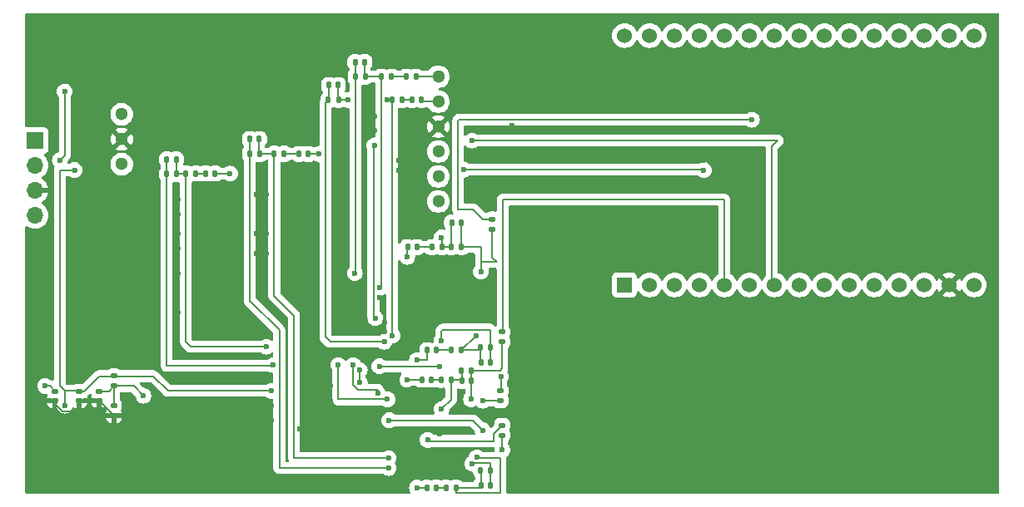
<source format=gbr>
%TF.GenerationSoftware,KiCad,Pcbnew,8.0.3*%
%TF.CreationDate,2024-08-29T14:55:06+08:00*%
%TF.ProjectId,Full_withESP,46756c6c-5f77-4697-9468-4553502e6b69,rev?*%
%TF.SameCoordinates,Original*%
%TF.FileFunction,Copper,L2,Bot*%
%TF.FilePolarity,Positive*%
%FSLAX46Y46*%
G04 Gerber Fmt 4.6, Leading zero omitted, Abs format (unit mm)*
G04 Created by KiCad (PCBNEW 8.0.3) date 2024-08-29 14:55:06*
%MOMM*%
%LPD*%
G01*
G04 APERTURE LIST*
G04 Aperture macros list*
%AMRoundRect*
0 Rectangle with rounded corners*
0 $1 Rounding radius*
0 $2 $3 $4 $5 $6 $7 $8 $9 X,Y pos of 4 corners*
0 Add a 4 corners polygon primitive as box body*
4,1,4,$2,$3,$4,$5,$6,$7,$8,$9,$2,$3,0*
0 Add four circle primitives for the rounded corners*
1,1,$1+$1,$2,$3*
1,1,$1+$1,$4,$5*
1,1,$1+$1,$6,$7*
1,1,$1+$1,$8,$9*
0 Add four rect primitives between the rounded corners*
20,1,$1+$1,$2,$3,$4,$5,0*
20,1,$1+$1,$4,$5,$6,$7,0*
20,1,$1+$1,$6,$7,$8,$9,0*
20,1,$1+$1,$8,$9,$2,$3,0*%
G04 Aperture macros list end*
%TA.AperFunction,ComponentPad*%
%ADD10C,1.300000*%
%TD*%
%TA.AperFunction,ComponentPad*%
%ADD11R,1.524000X1.524000*%
%TD*%
%TA.AperFunction,ComponentPad*%
%ADD12C,1.524000*%
%TD*%
%TA.AperFunction,ComponentPad*%
%ADD13R,1.700000X1.700000*%
%TD*%
%TA.AperFunction,ComponentPad*%
%ADD14O,1.700000X1.700000*%
%TD*%
%TA.AperFunction,SMDPad,CuDef*%
%ADD15RoundRect,0.140000X-0.170000X0.140000X-0.170000X-0.140000X0.170000X-0.140000X0.170000X0.140000X0*%
%TD*%
%TA.AperFunction,SMDPad,CuDef*%
%ADD16RoundRect,0.135000X-0.135000X-0.185000X0.135000X-0.185000X0.135000X0.185000X-0.135000X0.185000X0*%
%TD*%
%TA.AperFunction,SMDPad,CuDef*%
%ADD17RoundRect,0.135000X0.185000X-0.135000X0.185000X0.135000X-0.185000X0.135000X-0.185000X-0.135000X0*%
%TD*%
%TA.AperFunction,SMDPad,CuDef*%
%ADD18RoundRect,0.140000X0.140000X0.170000X-0.140000X0.170000X-0.140000X-0.170000X0.140000X-0.170000X0*%
%TD*%
%TA.AperFunction,SMDPad,CuDef*%
%ADD19RoundRect,0.140000X-0.140000X-0.170000X0.140000X-0.170000X0.140000X0.170000X-0.140000X0.170000X0*%
%TD*%
%TA.AperFunction,SMDPad,CuDef*%
%ADD20RoundRect,0.135000X0.135000X0.185000X-0.135000X0.185000X-0.135000X-0.185000X0.135000X-0.185000X0*%
%TD*%
%TA.AperFunction,SMDPad,CuDef*%
%ADD21RoundRect,0.135000X-0.185000X0.135000X-0.185000X-0.135000X0.185000X-0.135000X0.185000X0.135000X0*%
%TD*%
%TA.AperFunction,ViaPad*%
%ADD22C,0.600000*%
%TD*%
%TA.AperFunction,Conductor*%
%ADD23C,0.200000*%
%TD*%
G04 APERTURE END LIST*
D10*
%TO.P,U2,X1\u002C1,VCC*%
%TO.N,5v*%
X101800000Y-91400000D03*
%TO.P,U2,X1\u002C2,GND*%
%TO.N,GND*%
X101800000Y-88860000D03*
%TO.P,U2,X1\u002C3,fDiv_out*%
%TO.N,Net-(J1-Pin_1)*%
X101800000Y-86320000D03*
%TO.P,U2,X2\u002C1,Out_I1*%
%TO.N,Net-(U2-Out_I1)*%
X134000000Y-82500000D03*
%TO.P,U2,X2\u002C2,Out_Q1*%
%TO.N,Net-(U2-Out_Q1)*%
X134000000Y-85040000D03*
%TO.P,U2,X2\u002C3,GND*%
%TO.N,GND*%
X134000000Y-87580000D03*
%TO.P,U2,X2\u002C4,Out_Q2*%
%TO.N,Net-(U2-Out_Q2)*%
X134000000Y-90120000D03*
%TO.P,U2,X2\u002C5,Out_I2*%
%TO.N,Net-(U2-Out_I2)*%
X134000000Y-92660000D03*
%TO.P,U2,X2\u002C6,VCO_In*%
%TO.N,Net-(J1-Pin_2)*%
X134000000Y-95200000D03*
%TD*%
D11*
%TO.P,U5,1,EN*%
%TO.N,unconnected-(U5-EN-Pad1)*%
X152940000Y-103700000D03*
D12*
%TO.P,U5,2,VP*%
%TO.N,unconnected-(U5-VP-Pad2)*%
X155480000Y-103700000D03*
%TO.P,U5,3,VN*%
%TO.N,unconnected-(U5-VN-Pad3)*%
X158020000Y-103700000D03*
%TO.P,U5,4,D34*%
%TO.N,Net-(U5-D34)*%
X160560000Y-103700000D03*
%TO.P,U5,5,D35*%
%TO.N,Net-(U5-D35)*%
X163100000Y-103700000D03*
%TO.P,U5,6,D32*%
%TO.N,Net-(U5-D32)*%
X165640000Y-103700000D03*
%TO.P,U5,7,D33*%
%TO.N,Net-(U5-D33)*%
X168180000Y-103700000D03*
%TO.P,U5,8,D25*%
%TO.N,unconnected-(U5-D25-Pad8)*%
X170720000Y-103700000D03*
%TO.P,U5,9,D26*%
%TO.N,unconnected-(U5-D26-Pad9)*%
X173260000Y-103700000D03*
%TO.P,U5,10,D27*%
%TO.N,unconnected-(U5-D27-Pad10)*%
X175800000Y-103700000D03*
%TO.P,U5,11,D14*%
%TO.N,unconnected-(U5-D14-Pad11)*%
X178340000Y-103700000D03*
%TO.P,U5,12,D12*%
%TO.N,unconnected-(U5-D12-Pad12)*%
X180880000Y-103700000D03*
%TO.P,U5,13,D13*%
%TO.N,unconnected-(U5-D13-Pad13)*%
X183420000Y-103700000D03*
%TO.P,U5,14,GND*%
%TO.N,GND*%
X185960000Y-103700000D03*
%TO.P,U5,15,VIN*%
%TO.N,5v*%
X188500000Y-103700000D03*
%TO.P,U5,16,D23*%
%TO.N,unconnected-(U5-D23-Pad16)*%
X152940000Y-78300000D03*
%TO.P,U5,17,D22*%
%TO.N,unconnected-(U5-D22-Pad17)*%
X155480000Y-78300000D03*
%TO.P,U5,18,TX0*%
%TO.N,unconnected-(U5-TX0-Pad18)*%
X158020000Y-78300000D03*
%TO.P,U5,19,RX0*%
%TO.N,unconnected-(U5-RX0-Pad19)*%
X160560000Y-78300000D03*
%TO.P,U5,20,D21*%
%TO.N,unconnected-(U5-D21-Pad20)*%
X163100000Y-78300000D03*
%TO.P,U5,21,D19*%
%TO.N,unconnected-(U5-D19-Pad21)*%
X165640000Y-78300000D03*
%TO.P,U5,22,D18*%
%TO.N,unconnected-(U5-D18-Pad22)*%
X168180000Y-78300000D03*
%TO.P,U5,23,D5*%
%TO.N,unconnected-(U5-D5-Pad23)*%
X170720000Y-78300000D03*
%TO.P,U5,24,TX2*%
%TO.N,unconnected-(U5-TX2-Pad24)*%
X173260000Y-78300000D03*
%TO.P,U5,25,RX2*%
%TO.N,unconnected-(U5-RX2-Pad25)*%
X175800000Y-78300000D03*
%TO.P,U5,26,D4*%
%TO.N,unconnected-(U5-D4-Pad26)*%
X178340000Y-78300000D03*
%TO.P,U5,27,D2*%
%TO.N,unconnected-(U5-D2-Pad27)*%
X180880000Y-78300000D03*
%TO.P,U5,28,D15*%
%TO.N,unconnected-(U5-D15-Pad28)*%
X183420000Y-78300000D03*
%TO.P,U5,29,GND*%
%TO.N,unconnected-(U5-GND-Pad29)*%
X185960000Y-78300000D03*
%TO.P,U5,30,3V3*%
%TO.N,unconnected-(U5-3V3-Pad30)*%
X188500000Y-78300000D03*
%TD*%
D13*
%TO.P,J1,1,Pin_1*%
%TO.N,Net-(J1-Pin_1)*%
X93000000Y-89000000D03*
D14*
%TO.P,J1,2,Pin_2*%
%TO.N,Net-(J1-Pin_2)*%
X93000000Y-91540000D03*
%TO.P,J1,3,Pin_3*%
%TO.N,GND*%
X93000000Y-94080000D03*
%TO.P,J1,4,Pin_4*%
%TO.N,Net-(J1-Pin_4)*%
X93000000Y-96620000D03*
%TD*%
D15*
%TO.P,C2,1*%
%TO.N,5v*%
X97500000Y-114540000D03*
%TO.P,C2,2*%
%TO.N,GND*%
X97500000Y-115500000D03*
%TD*%
D16*
%TO.P,R12,1*%
%TO.N,Net-(U3-INC-)*%
X138310000Y-110110000D03*
%TO.P,R12,2*%
%TO.N,Net-(U3-OUTC)*%
X139330000Y-110110000D03*
%TD*%
D17*
%TO.P,R19,1*%
%TO.N,Net-(U4-OUTC)*%
X140500000Y-119020000D03*
%TO.P,R19,2*%
%TO.N,Net-(U5-D34)*%
X140500000Y-118000000D03*
%TD*%
D16*
%TO.P,R16,1*%
%TO.N,Net-(C17-Pad2)*%
X134775000Y-124360000D03*
%TO.P,R16,2*%
%TO.N,Net-(U4-INC-)*%
X135795000Y-124360000D03*
%TD*%
D15*
%TO.P,C1,1*%
%TO.N,Net-(J1-Pin_4)*%
X95000000Y-114540000D03*
%TO.P,C1,2*%
%TO.N,GND*%
X95000000Y-115500000D03*
%TD*%
D16*
%TO.P,R15,1*%
%TO.N,Net-(C16-Pad2)*%
X134260000Y-113360000D03*
%TO.P,R15,2*%
%TO.N,Net-(U4-IND-)*%
X135280000Y-113360000D03*
%TD*%
D18*
%TO.P,C9,1*%
%TO.N,Net-(U3-INB-)*%
X123810000Y-83360000D03*
%TO.P,C9,2*%
%TO.N,Net-(U3-OUTB)*%
X122850000Y-83360000D03*
%TD*%
D19*
%TO.P,C13,1*%
%TO.N,Net-(U3-INC-)*%
X138370000Y-111610000D03*
%TO.P,C13,2*%
%TO.N,Net-(U3-OUTC)*%
X139330000Y-111610000D03*
%TD*%
D16*
%TO.P,R9,1*%
%TO.N,Net-(C10-Pad2)*%
X133360000Y-99860000D03*
%TO.P,R9,2*%
%TO.N,Net-(U3-IND-)*%
X134380000Y-99860000D03*
%TD*%
D20*
%TO.P,R7,1*%
%TO.N,Net-(U3-INA-)*%
X126560000Y-82500000D03*
%TO.P,R7,2*%
%TO.N,Net-(U3-OUTA)*%
X125540000Y-82500000D03*
%TD*%
D19*
%TO.P,C19,1*%
%TO.N,Net-(U4-INC-)*%
X138370000Y-124110000D03*
%TO.P,C19,2*%
%TO.N,Net-(U4-OUTC)*%
X139330000Y-124110000D03*
%TD*%
%TO.P,C17,1*%
%TO.N,Net-(U4-OUTB)*%
X132825000Y-124360000D03*
%TO.P,C17,2*%
%TO.N,Net-(C17-Pad2)*%
X133785000Y-124360000D03*
%TD*%
D18*
%TO.P,C5,1*%
%TO.N,Net-(U2-Out_Q1)*%
X132300000Y-84860000D03*
%TO.P,C5,2*%
%TO.N,Net-(C5-Pad2)*%
X131340000Y-84860000D03*
%TD*%
D19*
%TO.P,C12,1*%
%TO.N,Net-(U3-OUTB)*%
X132850000Y-110360000D03*
%TO.P,C12,2*%
%TO.N,Net-(C12-Pad2)*%
X133810000Y-110360000D03*
%TD*%
D16*
%TO.P,R17,1*%
%TO.N,Net-(U4-IND-)*%
X136320000Y-112420000D03*
%TO.P,R17,2*%
%TO.N,Net-(U4-OUTD)*%
X137340000Y-112420000D03*
%TD*%
D17*
%TO.P,R20,1*%
%TO.N,Net-(U4-OUTD)*%
X140500000Y-109500000D03*
%TO.P,R20,2*%
%TO.N,Net-(U5-D35)*%
X140500000Y-108480000D03*
%TD*%
D19*
%TO.P,C18,1*%
%TO.N,Net-(U4-IND-)*%
X136380000Y-113470000D03*
%TO.P,C18,2*%
%TO.N,Net-(U4-OUTD)*%
X137340000Y-113470000D03*
%TD*%
D21*
%TO.P,R1,1*%
%TO.N,5v*%
X101000000Y-112990000D03*
%TO.P,R1,2*%
%TO.N,/2.5v*%
X101000000Y-114010000D03*
%TD*%
D20*
%TO.P,R8,1*%
%TO.N,Net-(U3-INB-)*%
X123840000Y-84860000D03*
%TO.P,R8,2*%
%TO.N,Net-(U3-OUTB)*%
X122820000Y-84860000D03*
%TD*%
D16*
%TO.P,R10,1*%
%TO.N,Net-(U3-IND-)*%
X135330000Y-99860000D03*
%TO.P,R10,2*%
%TO.N,Net-(U3-OUTD)*%
X136350000Y-99860000D03*
%TD*%
D18*
%TO.P,C6,1*%
%TO.N,Net-(U2-Out_I2)*%
X111280000Y-92360000D03*
%TO.P,C6,2*%
%TO.N,Net-(C6-Pad2)*%
X110320000Y-92360000D03*
%TD*%
%TO.P,C15,1*%
%TO.N,Net-(U4-INB-)*%
X115780000Y-88860000D03*
%TO.P,C15,2*%
%TO.N,Net-(U4-OUTB)*%
X114820000Y-88860000D03*
%TD*%
D20*
%TO.P,R5,1*%
%TO.N,Net-(C6-Pad2)*%
X109340000Y-92360000D03*
%TO.P,R5,2*%
%TO.N,Net-(U4-INA-)*%
X108320000Y-92360000D03*
%TD*%
D19*
%TO.P,C11,1*%
%TO.N,Net-(U3-IND-)*%
X135370000Y-97360000D03*
%TO.P,C11,2*%
%TO.N,Net-(U3-OUTD)*%
X136330000Y-97360000D03*
%TD*%
D18*
%TO.P,C14,1*%
%TO.N,Net-(U4-INA-)*%
X107330000Y-90920000D03*
%TO.P,C14,2*%
%TO.N,Net-(U4-OUTA)*%
X106370000Y-90920000D03*
%TD*%
D20*
%TO.P,R3,1*%
%TO.N,Net-(C4-Pad2)*%
X129240000Y-82500000D03*
%TO.P,R3,2*%
%TO.N,Net-(U3-INA-)*%
X128220000Y-82500000D03*
%TD*%
D16*
%TO.P,R11,1*%
%TO.N,Net-(C12-Pad2)*%
X135320000Y-110360000D03*
%TO.P,R11,2*%
%TO.N,Net-(U3-INC-)*%
X136340000Y-110360000D03*
%TD*%
D18*
%TO.P,C8,1*%
%TO.N,Net-(U3-INA-)*%
X126500000Y-81000000D03*
%TO.P,C8,2*%
%TO.N,Net-(U3-OUTA)*%
X125540000Y-81000000D03*
%TD*%
D16*
%TO.P,R18,1*%
%TO.N,Net-(U4-INC-)*%
X138310000Y-122610000D03*
%TO.P,R18,2*%
%TO.N,Net-(U4-OUTC)*%
X139330000Y-122610000D03*
%TD*%
D20*
%TO.P,R4,1*%
%TO.N,Net-(C5-Pad2)*%
X130320000Y-84860000D03*
%TO.P,R4,2*%
%TO.N,Net-(U3-INB-)*%
X129300000Y-84860000D03*
%TD*%
D21*
%TO.P,R22,1*%
%TO.N,Net-(U3-OUTC)*%
X140330000Y-114480000D03*
%TO.P,R22,2*%
%TO.N,Net-(U5-D33)*%
X140330000Y-115500000D03*
%TD*%
D19*
%TO.P,C10,1*%
%TO.N,Net-(U3-OUTA)*%
X130870000Y-99860000D03*
%TO.P,C10,2*%
%TO.N,Net-(C10-Pad2)*%
X131830000Y-99860000D03*
%TD*%
D20*
%TO.P,R6,1*%
%TO.N,Net-(C7-Pad2)*%
X118330000Y-90360000D03*
%TO.P,R6,2*%
%TO.N,Net-(U4-INB-)*%
X117310000Y-90360000D03*
%TD*%
D18*
%TO.P,C7,1*%
%TO.N,Net-(U2-Out_Q2)*%
X120770000Y-90360000D03*
%TO.P,C7,2*%
%TO.N,Net-(C7-Pad2)*%
X119810000Y-90360000D03*
%TD*%
D20*
%TO.P,R14,1*%
%TO.N,Net-(U4-INB-)*%
X115840000Y-90360000D03*
%TO.P,R14,2*%
%TO.N,Net-(U4-OUTB)*%
X114820000Y-90360000D03*
%TD*%
D17*
%TO.P,R21,1*%
%TO.N,Net-(U3-OUTD)*%
X139500000Y-98020000D03*
%TO.P,R21,2*%
%TO.N,Net-(U5-D32)*%
X139500000Y-97000000D03*
%TD*%
D20*
%TO.P,R13,1*%
%TO.N,Net-(U4-INA-)*%
X107390000Y-92420000D03*
%TO.P,R13,2*%
%TO.N,Net-(U4-OUTA)*%
X106370000Y-92420000D03*
%TD*%
D19*
%TO.P,C16,1*%
%TO.N,Net-(U4-OUTA)*%
X132320000Y-113360000D03*
%TO.P,C16,2*%
%TO.N,Net-(C16-Pad2)*%
X133280000Y-113360000D03*
%TD*%
D18*
%TO.P,C4,1*%
%TO.N,Net-(U2-Out_I1)*%
X131720000Y-82500000D03*
%TO.P,C4,2*%
%TO.N,Net-(C4-Pad2)*%
X130760000Y-82500000D03*
%TD*%
D15*
%TO.P,C3,1*%
%TO.N,/2.5v*%
X99500000Y-114520000D03*
%TO.P,C3,2*%
%TO.N,GND*%
X99500000Y-115480000D03*
%TD*%
D21*
%TO.P,R2,1*%
%TO.N,/2.5v*%
X101000000Y-116000000D03*
%TO.P,R2,2*%
%TO.N,GND*%
X101000000Y-117020000D03*
%TD*%
D22*
%TO.N,GND*%
X164000000Y-90500000D03*
X155500000Y-114500000D03*
X123500000Y-78000000D03*
X107500000Y-100000000D03*
X124500000Y-117000000D03*
X145000000Y-117000000D03*
X123500000Y-104000000D03*
X126500000Y-106000000D03*
X170000000Y-117000000D03*
X119500000Y-78000000D03*
X119500000Y-87000000D03*
X125500000Y-106000000D03*
X123500000Y-91000000D03*
X127500000Y-86500000D03*
X104830000Y-118360000D03*
X159000000Y-88000000D03*
X107000000Y-87000000D03*
X180000000Y-112000000D03*
X161000000Y-91000000D03*
X143000000Y-117000000D03*
X159500000Y-114500000D03*
X102000000Y-78000000D03*
X186500000Y-114500000D03*
X111500000Y-117500000D03*
X113000000Y-113500000D03*
X112000000Y-87000000D03*
X109500000Y-85000000D03*
X123500000Y-86500000D03*
X145000000Y-93500000D03*
X126500000Y-96500000D03*
X119500000Y-82000000D03*
X122000000Y-115500000D03*
X131000000Y-91000000D03*
X123500000Y-99000000D03*
X132000000Y-92000000D03*
X112000000Y-78000000D03*
X161500000Y-114500000D03*
X123500000Y-100500000D03*
X155500000Y-117000000D03*
X165000000Y-117000000D03*
X175500000Y-112000000D03*
X121500000Y-78000000D03*
X104500000Y-82000000D03*
X172000000Y-112000000D03*
X104500000Y-78000000D03*
X153500000Y-112000000D03*
X107500000Y-102500000D03*
X128500000Y-108500000D03*
X107000000Y-78000000D03*
X115500000Y-94500000D03*
X124500000Y-91000000D03*
X150000000Y-112000000D03*
X121000000Y-120000000D03*
X130000000Y-92000000D03*
X161500000Y-117000000D03*
X119500000Y-85000000D03*
X123500000Y-94500000D03*
X113000000Y-117500000D03*
X109500000Y-78000000D03*
X150000000Y-93500000D03*
X182000000Y-117000000D03*
X184500000Y-117000000D03*
X123500000Y-92000000D03*
X117000000Y-87000000D03*
X157000000Y-93500000D03*
X107500000Y-110000000D03*
X164000000Y-88000000D03*
X186500000Y-112000000D03*
X123000000Y-114000000D03*
X180000000Y-117000000D03*
X172000000Y-114500000D03*
X180000000Y-114500000D03*
X117000000Y-78000000D03*
X109000000Y-117500000D03*
X112000000Y-82000000D03*
X141500000Y-87500000D03*
X114500000Y-87000000D03*
X143000000Y-114500000D03*
X110500000Y-116000000D03*
X127500000Y-88000000D03*
X110500000Y-117500000D03*
X114500000Y-78000000D03*
X167000000Y-114500000D03*
X134100000Y-118860000D03*
X117000000Y-85000000D03*
X119930000Y-118360000D03*
X117000000Y-82000000D03*
X150000000Y-91000000D03*
X159500000Y-112000000D03*
X125000000Y-120000000D03*
X112000000Y-85000000D03*
X107500000Y-117500000D03*
X148000000Y-114500000D03*
X109500000Y-87000000D03*
X186500000Y-117000000D03*
X123500000Y-95500000D03*
X122000000Y-114000000D03*
X166500000Y-90500000D03*
X116500000Y-94500000D03*
X110000000Y-111000000D03*
X147500000Y-91000000D03*
X139000000Y-120500000D03*
X182000000Y-112000000D03*
X155500000Y-90500000D03*
X153500000Y-114500000D03*
X124500000Y-88000000D03*
X175500000Y-114500000D03*
X106500000Y-116000000D03*
X165000000Y-114500000D03*
X167000000Y-112000000D03*
X104500000Y-87000000D03*
X143500000Y-91000000D03*
X170000000Y-112000000D03*
X146000000Y-88000000D03*
X153500000Y-93500000D03*
X123000000Y-120000000D03*
X148000000Y-117000000D03*
X102000000Y-82000000D03*
X172000000Y-117000000D03*
X115500000Y-100500000D03*
X166500000Y-92000000D03*
X150000000Y-114500000D03*
X115000000Y-117500000D03*
X123500000Y-88000000D03*
X143000000Y-112000000D03*
X167000000Y-117000000D03*
X145000000Y-112000000D03*
X182000000Y-114500000D03*
X177500000Y-114500000D03*
X123500000Y-107500000D03*
X107500000Y-106500000D03*
X125500000Y-104000000D03*
X126500000Y-88000000D03*
X123500000Y-106000000D03*
X111500000Y-116000000D03*
X153500000Y-91000000D03*
X161500000Y-112000000D03*
X155500000Y-88000000D03*
X159000000Y-90500000D03*
X116500000Y-100500000D03*
X148000000Y-112000000D03*
X103000000Y-118360000D03*
X162000000Y-96500000D03*
X126500000Y-86500000D03*
X159500000Y-117000000D03*
X170000000Y-114500000D03*
X157000000Y-91000000D03*
X124500000Y-92000000D03*
X184500000Y-114500000D03*
X145000000Y-91000000D03*
X106500000Y-117500000D03*
X123500000Y-98000000D03*
X107500000Y-98500000D03*
X128000000Y-105000000D03*
X126500000Y-100000000D03*
X117000000Y-117500000D03*
X147500000Y-93500000D03*
X123000000Y-117000000D03*
X107500000Y-95000000D03*
X165000000Y-112000000D03*
X117000000Y-116000000D03*
X131000000Y-92000000D03*
X146000000Y-90500000D03*
X126500000Y-104000000D03*
X114500000Y-82000000D03*
X128500000Y-107500000D03*
X130000000Y-91000000D03*
X107500000Y-96500000D03*
X143000000Y-93500000D03*
X121500000Y-87000000D03*
X126500000Y-95000000D03*
X153500000Y-117000000D03*
X109000000Y-116000000D03*
X134100000Y-106360000D03*
X121500000Y-82000000D03*
X177500000Y-117000000D03*
X121500000Y-85000000D03*
X145000000Y-114500000D03*
X132000000Y-91000000D03*
X104500000Y-85000000D03*
X149000000Y-90500000D03*
X116500000Y-98500000D03*
X126500000Y-92000000D03*
X124500000Y-86500000D03*
X175500000Y-117000000D03*
X115000000Y-116000000D03*
X112500000Y-111000000D03*
X126500000Y-98500000D03*
X107000000Y-82000000D03*
X123500000Y-82000000D03*
X110500000Y-113500000D03*
X150000000Y-117000000D03*
X107000000Y-85000000D03*
X125500000Y-107500000D03*
X164000000Y-92000000D03*
X149000000Y-88000000D03*
X151500000Y-88000000D03*
X114500000Y-85000000D03*
X126500000Y-91000000D03*
X107500000Y-116000000D03*
X151500000Y-90500000D03*
X109500000Y-82000000D03*
X115500000Y-98500000D03*
X122000000Y-117000000D03*
X177500000Y-112000000D03*
X123000000Y-115500000D03*
X155500000Y-112000000D03*
X184500000Y-112000000D03*
X123500000Y-96500000D03*
X113000000Y-116000000D03*
X123500000Y-102000000D03*
%TO.N,5v*%
X96000000Y-116000000D03*
X138500000Y-118500000D03*
X117000000Y-114500000D03*
X97000000Y-92000000D03*
X129000000Y-117500000D03*
%TO.N,Net-(U2-Out_I2)*%
X112830000Y-92360000D03*
%TO.N,Net-(U2-Out_Q2)*%
X121830000Y-90360000D03*
%TO.N,Net-(U3-OUTA)*%
X130830000Y-100860000D03*
X125500000Y-102500000D03*
%TO.N,Net-(U3-INA-)*%
X128000000Y-104000000D03*
%TO.N,Net-(U3-INB-)*%
X128830000Y-84860000D03*
X124830000Y-84860000D03*
X129330000Y-108860000D03*
%TO.N,Net-(U3-OUTB)*%
X131830000Y-111360000D03*
X128500000Y-109500000D03*
%TO.N,Net-(U3-OUTD)*%
X138330000Y-102360000D03*
%TO.N,Net-(U3-IND-)*%
X134330000Y-98860000D03*
%TO.N,Net-(U3-INC-)*%
X137830000Y-108860000D03*
%TO.N,Net-(U3-OUTC)*%
X140356880Y-113013678D03*
X134330000Y-109360000D03*
%TO.N,Net-(U4-INA-)*%
X116500000Y-110000000D03*
X127830000Y-114760000D03*
X125330000Y-111860000D03*
%TO.N,Net-(U4-OUTA)*%
X130830000Y-113360000D03*
X123830000Y-111860000D03*
X128830000Y-115360000D03*
X117230000Y-111860000D03*
%TO.N,Net-(U4-OUTB)*%
X131830000Y-124360000D03*
X128930000Y-122360000D03*
%TO.N,Net-(U4-INB-)*%
X128930000Y-121360000D03*
%TO.N,Net-(U4-OUTD)*%
X137330000Y-115360000D03*
%TO.N,Net-(U4-IND-)*%
X134330000Y-116360000D03*
%TO.N,Net-(U4-INC-)*%
X137902008Y-121260000D03*
%TO.N,Net-(U4-OUTC)*%
X140500000Y-120500000D03*
X137451708Y-121921233D03*
%TO.N,/2.5v*%
X104000000Y-115000000D03*
%TO.N,Net-(J1-Pin_4)*%
X94000000Y-114000000D03*
%TO.N,Net-(J1-Pin_2)*%
X95500000Y-91000000D03*
X96000000Y-84000000D03*
%TO.N,Net-(U5-D34)*%
X161000000Y-92000000D03*
X126000000Y-113600000D03*
X126000000Y-112400000D03*
X136600000Y-91960000D03*
X132900000Y-119500000D03*
%TO.N,Net-(U5-D32)*%
X165880000Y-86880000D03*
%TO.N,Net-(U5-D33)*%
X127600000Y-107100000D03*
X127500000Y-89500000D03*
X137400000Y-89000000D03*
X128000000Y-112000000D03*
X134100000Y-112000000D03*
X138500000Y-115500000D03*
%TD*%
D23*
%TO.N,GND*%
X133730000Y-118490000D02*
X121330000Y-118490000D01*
X97500000Y-116500000D02*
X97500000Y-115500000D01*
X120060000Y-118490000D02*
X119930000Y-118360000D01*
X99500000Y-115520000D02*
X101000000Y-117020000D01*
X121330000Y-118490000D02*
X120060000Y-118490000D01*
X95000000Y-115848529D02*
X95751471Y-116600000D01*
X101000000Y-118000000D02*
X101360000Y-118360000D01*
X99500000Y-115480000D02*
X99500000Y-115520000D01*
X101000000Y-117020000D02*
X101000000Y-118000000D01*
X120830000Y-117990000D02*
X121330000Y-118490000D01*
X101360000Y-118360000D02*
X103000000Y-118360000D01*
X97400000Y-116600000D02*
X97500000Y-116500000D01*
X121370000Y-110960000D02*
X120830000Y-111500000D01*
X134100000Y-118860000D02*
X133730000Y-118490000D01*
X95000000Y-115500000D02*
X95000000Y-115848529D01*
X134100000Y-106360000D02*
X129500000Y-110960000D01*
X120830000Y-111500000D02*
X120830000Y-117990000D01*
X95751471Y-116600000D02*
X97400000Y-116600000D01*
X129500000Y-110960000D02*
X121370000Y-110960000D01*
X103000000Y-118360000D02*
X104830000Y-118360000D01*
%TO.N,5v*%
X96000000Y-114500000D02*
X95500000Y-114000000D01*
X96000000Y-114500000D02*
X97460000Y-114500000D01*
X106500000Y-114500000D02*
X117000000Y-114500000D01*
X99500000Y-113000000D02*
X105000000Y-113000000D01*
X138500000Y-118500000D02*
X137500000Y-117500000D01*
X97960000Y-114540000D02*
X99500000Y-113000000D01*
X96000000Y-116000000D02*
X96000000Y-114500000D01*
X105000000Y-113000000D02*
X106500000Y-114500000D01*
X97460000Y-114500000D02*
X97500000Y-114540000D01*
X97500000Y-114540000D02*
X97960000Y-114540000D01*
X95500000Y-114000000D02*
X95500000Y-92000000D01*
X137500000Y-117500000D02*
X129000000Y-117500000D01*
X95500000Y-92000000D02*
X97000000Y-92000000D01*
%TO.N,Net-(C4-Pad2)*%
X130760000Y-82500000D02*
X129240000Y-82500000D01*
%TO.N,Net-(U2-Out_I1)*%
X134000000Y-82500000D02*
X131720000Y-82500000D01*
%TO.N,Net-(C5-Pad2)*%
X131340000Y-84860000D02*
X130320000Y-84860000D01*
%TO.N,Net-(U2-Out_Q1)*%
X132480000Y-85040000D02*
X132300000Y-84860000D01*
X134000000Y-85040000D02*
X132480000Y-85040000D01*
%TO.N,Net-(U2-Out_I2)*%
X111280000Y-92360000D02*
X112830000Y-92360000D01*
%TO.N,Net-(C6-Pad2)*%
X110320000Y-92360000D02*
X109340000Y-92360000D01*
%TO.N,Net-(C7-Pad2)*%
X119810000Y-90360000D02*
X118330000Y-90360000D01*
%TO.N,Net-(U2-Out_Q2)*%
X121830000Y-90360000D02*
X120770000Y-90360000D01*
%TO.N,Net-(U3-OUTA)*%
X130830000Y-100860000D02*
X130830000Y-99900000D01*
X125540000Y-102460000D02*
X125500000Y-102500000D01*
X130830000Y-99900000D02*
X130870000Y-99860000D01*
X125540000Y-81000000D02*
X125540000Y-82500000D01*
X125540000Y-82500000D02*
X125540000Y-102460000D01*
%TO.N,Net-(U3-INA-)*%
X126500000Y-82440000D02*
X126560000Y-82500000D01*
X128220000Y-82500000D02*
X128220000Y-103780000D01*
X126560000Y-82500000D02*
X128220000Y-82500000D01*
X128220000Y-103780000D02*
X128000000Y-104000000D01*
X126500000Y-81000000D02*
X126500000Y-82440000D01*
%TO.N,Net-(U3-INB-)*%
X123810000Y-83360000D02*
X123810000Y-84830000D01*
X129300000Y-84860000D02*
X129300000Y-108830000D01*
X123810000Y-84830000D02*
X123840000Y-84860000D01*
X124830000Y-84860000D02*
X123840000Y-84860000D01*
X129300000Y-84860000D02*
X128830000Y-84860000D01*
X129300000Y-108830000D02*
X129330000Y-108860000D01*
%TO.N,Net-(U3-OUTB)*%
X132830000Y-111360000D02*
X132830000Y-110380000D01*
X122850000Y-83360000D02*
X122850000Y-84830000D01*
X128500000Y-109500000D02*
X123000000Y-109500000D01*
X122500000Y-109000000D02*
X122500000Y-85180000D01*
X132830000Y-110380000D02*
X132850000Y-110360000D01*
X122850000Y-84830000D02*
X122820000Y-84860000D01*
X122500000Y-85180000D02*
X122820000Y-84860000D01*
X123000000Y-109500000D02*
X122500000Y-109000000D01*
X131830000Y-111360000D02*
X132830000Y-111360000D01*
%TO.N,Net-(C10-Pad2)*%
X131830000Y-99860000D02*
X133360000Y-99860000D01*
%TO.N,Net-(U3-OUTD)*%
X136350000Y-97380000D02*
X136330000Y-97360000D01*
X139930000Y-101360000D02*
X139500000Y-100930000D01*
X138330000Y-101360000D02*
X138330000Y-102360000D01*
X138330000Y-101360000D02*
X139930000Y-101360000D01*
X136350000Y-99860000D02*
X136350000Y-97380000D01*
X136350000Y-99860000D02*
X138330000Y-99860000D01*
X138330000Y-99860000D02*
X138330000Y-101360000D01*
X139500000Y-100930000D02*
X139500000Y-98020000D01*
%TO.N,Net-(U3-IND-)*%
X134380000Y-99860000D02*
X134380000Y-98910000D01*
X135330000Y-99860000D02*
X135330000Y-97400000D01*
X134380000Y-99860000D02*
X135330000Y-99860000D01*
X134380000Y-98910000D02*
X134330000Y-98860000D01*
X135330000Y-97400000D02*
X135370000Y-97360000D01*
%TO.N,Net-(C12-Pad2)*%
X133810000Y-110360000D02*
X135320000Y-110360000D01*
%TO.N,Net-(U3-INC-)*%
X136340000Y-110360000D02*
X138060000Y-110360000D01*
X136340000Y-110360000D02*
X137830000Y-108870000D01*
X138060000Y-110360000D02*
X138310000Y-110110000D01*
X137830000Y-108870000D02*
X137830000Y-108860000D01*
X138310000Y-111550000D02*
X138370000Y-111610000D01*
X138310000Y-110110000D02*
X138310000Y-111550000D01*
%TO.N,Net-(U3-OUTC)*%
X140356880Y-114453120D02*
X140330000Y-114480000D01*
X139330000Y-108360000D02*
X139330000Y-110110000D01*
X134330000Y-108360000D02*
X134330000Y-109360000D01*
X140356880Y-113013678D02*
X140356880Y-114453120D01*
X134430000Y-108260000D02*
X134330000Y-108360000D01*
X139330000Y-111610000D02*
X139330000Y-110110000D01*
X139230000Y-108260000D02*
X134430000Y-108260000D01*
X139230000Y-108260000D02*
X139330000Y-108360000D01*
%TO.N,Net-(U4-INA-)*%
X108320000Y-109500000D02*
X108320000Y-92360000D01*
X125330000Y-113860000D02*
X125830000Y-114360000D01*
X107450000Y-92360000D02*
X107390000Y-92420000D01*
X116500000Y-110000000D02*
X108820000Y-110000000D01*
X108320000Y-92360000D02*
X107450000Y-92360000D01*
X127830000Y-114360000D02*
X127830000Y-114760000D01*
X107330000Y-92360000D02*
X107390000Y-92420000D01*
X125830000Y-114360000D02*
X127830000Y-114360000D01*
X107330000Y-90920000D02*
X107330000Y-92360000D01*
X125330000Y-111860000D02*
X125330000Y-113860000D01*
X108820000Y-110000000D02*
X108320000Y-109500000D01*
%TO.N,Net-(U4-OUTA)*%
X123830000Y-115360000D02*
X128830000Y-115360000D01*
X106370000Y-92420000D02*
X106370000Y-111960000D01*
X106370000Y-111960000D02*
X117130000Y-111960000D01*
X130830000Y-113360000D02*
X132320000Y-113360000D01*
X123830000Y-111860000D02*
X123830000Y-115360000D01*
X106370000Y-90920000D02*
X106370000Y-92420000D01*
X117130000Y-111960000D02*
X117230000Y-111860000D01*
%TO.N,Net-(U4-OUTB)*%
X114820000Y-90360000D02*
X114820000Y-105320000D01*
X114820000Y-105320000D02*
X117830000Y-108330000D01*
X131830000Y-124360000D02*
X132825000Y-124360000D01*
X117830000Y-108330000D02*
X117830000Y-122360000D01*
X114820000Y-88860000D02*
X114820000Y-90360000D01*
X117830000Y-122360000D02*
X128930000Y-122360000D01*
%TO.N,Net-(U4-INB-)*%
X115780000Y-90300000D02*
X115840000Y-90360000D01*
X117310000Y-104810000D02*
X119330000Y-106830000D01*
X119330000Y-106830000D02*
X119330000Y-121360000D01*
X115780000Y-88860000D02*
X115780000Y-90300000D01*
X117310000Y-90360000D02*
X117310000Y-104810000D01*
X119330000Y-121360000D02*
X128930000Y-121360000D01*
X115840000Y-90360000D02*
X117310000Y-90360000D01*
%TO.N,Net-(C16-Pad2)*%
X133280000Y-113360000D02*
X134260000Y-113360000D01*
%TO.N,Net-(C17-Pad2)*%
X133785000Y-124360000D02*
X134775000Y-124360000D01*
%TO.N,Net-(U4-OUTD)*%
X140270000Y-112420000D02*
X140500000Y-112190000D01*
X137340000Y-112420000D02*
X140270000Y-112420000D01*
X137340000Y-113470000D02*
X137340000Y-115350000D01*
X137340000Y-113470000D02*
X137340000Y-112420000D01*
X137340000Y-115350000D02*
X137330000Y-115360000D01*
X140500000Y-112190000D02*
X140500000Y-109500000D01*
%TO.N,Net-(U4-IND-)*%
X135280000Y-113360000D02*
X136270000Y-113360000D01*
X135280000Y-115410000D02*
X134330000Y-116360000D01*
X136380000Y-113470000D02*
X136380000Y-112480000D01*
X135280000Y-113360000D02*
X135280000Y-115410000D01*
X136270000Y-113360000D02*
X136380000Y-113470000D01*
X136380000Y-112480000D02*
X136320000Y-112420000D01*
%TO.N,Net-(U4-INC-)*%
X135830000Y-124900000D02*
X135870000Y-124860000D01*
X140330000Y-124860000D02*
X140330000Y-121360000D01*
X138002008Y-121360000D02*
X137902008Y-121260000D01*
X135795000Y-124360000D02*
X138120000Y-124360000D01*
X140330000Y-121360000D02*
X138002008Y-121360000D01*
X138370000Y-122670000D02*
X138310000Y-122610000D01*
X138120000Y-124360000D02*
X138370000Y-124110000D01*
X138370000Y-124110000D02*
X138370000Y-122670000D01*
X135795000Y-124360000D02*
X135795000Y-124865000D01*
X135870000Y-124860000D02*
X140330000Y-124860000D01*
X135795000Y-124865000D02*
X135830000Y-124900000D01*
%TO.N,Net-(U4-OUTC)*%
X137441087Y-121860000D02*
X137405017Y-121896070D01*
X139330000Y-122610000D02*
X139330000Y-121860000D01*
X139330000Y-121860000D02*
X137441087Y-121860000D01*
X139330000Y-124110000D02*
X139330000Y-122610000D01*
X140500000Y-120500000D02*
X140500000Y-119020000D01*
%TO.N,/2.5v*%
X101000000Y-114010000D02*
X101000000Y-116000000D01*
X99500000Y-114520000D02*
X100490000Y-114520000D01*
X100490000Y-114520000D02*
X101000000Y-114010000D01*
X101000000Y-114010000D02*
X103010000Y-114010000D01*
X103010000Y-114010000D02*
X104000000Y-115000000D01*
%TO.N,Net-(J1-Pin_4)*%
X94460000Y-114000000D02*
X95000000Y-114540000D01*
X94000000Y-114000000D02*
X94460000Y-114000000D01*
%TO.N,Net-(J1-Pin_2)*%
X96000000Y-90500000D02*
X95500000Y-91000000D01*
X96000000Y-84000000D02*
X96000000Y-90500000D01*
%TO.N,Net-(U5-D34)*%
X160960000Y-91960000D02*
X136540000Y-91960000D01*
X132900000Y-119500000D02*
X133000000Y-119600000D01*
X139500000Y-119600000D02*
X139600000Y-119600000D01*
X136540000Y-91960000D02*
X136500000Y-92000000D01*
X139600000Y-118900000D02*
X140500000Y-118000000D01*
X126000000Y-112400000D02*
X126000000Y-113600000D01*
X160960000Y-91960000D02*
X161000000Y-92000000D01*
X139600000Y-119600000D02*
X139600000Y-118900000D01*
X133000000Y-119600000D02*
X139500000Y-119600000D01*
X136540000Y-91960000D02*
X136600000Y-91960000D01*
%TO.N,Net-(U5-D35)*%
X140530000Y-95030000D02*
X162970000Y-95030000D01*
X162970000Y-95030000D02*
X163000000Y-95000000D01*
X140530000Y-108450000D02*
X140530000Y-95030000D01*
X163100000Y-95100000D02*
X163100000Y-103700000D01*
X163000000Y-95000000D02*
X163100000Y-95100000D01*
X140500000Y-108480000D02*
X140530000Y-108450000D01*
%TO.N,Net-(U5-D32)*%
X136000000Y-96000000D02*
X136000000Y-87000000D01*
X140000000Y-86880000D02*
X165880000Y-86880000D01*
X139500000Y-97000000D02*
X138500000Y-97000000D01*
X136000000Y-87000000D02*
X136120000Y-86880000D01*
X166000000Y-87000000D02*
X165880000Y-86880000D01*
X137500000Y-96000000D02*
X136000000Y-96000000D01*
X136120000Y-86880000D02*
X140000000Y-86880000D01*
X138500000Y-97000000D02*
X137500000Y-96000000D01*
%TO.N,Net-(U5-D33)*%
X127600000Y-107100000D02*
X127400000Y-106900000D01*
X168500000Y-89000000D02*
X167900000Y-89600000D01*
X127400000Y-89600000D02*
X127500000Y-89500000D01*
X127400000Y-106900000D02*
X127400000Y-89600000D01*
X137400000Y-89000000D02*
X168500000Y-89000000D01*
X134100000Y-112000000D02*
X128000000Y-112000000D01*
X167900000Y-103420000D02*
X168180000Y-103700000D01*
X167900000Y-89600000D02*
X167900000Y-103420000D01*
X138500000Y-115500000D02*
X140330000Y-115500000D01*
%TD*%
%TA.AperFunction,Conductor*%
%TO.N,GND*%
G36*
X190942539Y-76020185D02*
G01*
X190988294Y-76072989D01*
X190999500Y-76124500D01*
X190999500Y-124875500D01*
X190979815Y-124942539D01*
X190927011Y-124988294D01*
X190875500Y-124999500D01*
X141054500Y-124999500D01*
X140987461Y-124979815D01*
X140941706Y-124927011D01*
X140930500Y-124875500D01*
X140930500Y-121280945D01*
X140930500Y-121280943D01*
X140929869Y-121278588D01*
X140929918Y-121276525D01*
X140929439Y-121272887D01*
X140930006Y-121272812D01*
X140931528Y-121208740D01*
X140970688Y-121150876D01*
X140983673Y-121141496D01*
X140993900Y-121135070D01*
X141002262Y-121129816D01*
X141129816Y-121002262D01*
X141225789Y-120849522D01*
X141285368Y-120679255D01*
X141290298Y-120635500D01*
X141305565Y-120500003D01*
X141305565Y-120499996D01*
X141285369Y-120320750D01*
X141285368Y-120320745D01*
X141252141Y-120225787D01*
X141225789Y-120150478D01*
X141129816Y-119997738D01*
X141129814Y-119997736D01*
X141129813Y-119997734D01*
X141127550Y-119994896D01*
X141126659Y-119992715D01*
X141126111Y-119991842D01*
X141126264Y-119991745D01*
X141101144Y-119930209D01*
X141100500Y-119917587D01*
X141100500Y-119689595D01*
X141120185Y-119622556D01*
X141136814Y-119601918D01*
X141191135Y-119547598D01*
X141272869Y-119409393D01*
X141317665Y-119255204D01*
X141320500Y-119219181D01*
X141320499Y-118820820D01*
X141317665Y-118784796D01*
X141272869Y-118630607D01*
X141238869Y-118573117D01*
X141221688Y-118505398D01*
X141238869Y-118446882D01*
X141272869Y-118389393D01*
X141317665Y-118235204D01*
X141320500Y-118199181D01*
X141320499Y-117800820D01*
X141317665Y-117764796D01*
X141272869Y-117610607D01*
X141191135Y-117472402D01*
X141191133Y-117472400D01*
X141191130Y-117472396D01*
X141077603Y-117358869D01*
X141077595Y-117358863D01*
X140939393Y-117277131D01*
X140939388Y-117277129D01*
X140785208Y-117232335D01*
X140785202Y-117232334D01*
X140749181Y-117229500D01*
X140250830Y-117229500D01*
X140250808Y-117229501D01*
X140214794Y-117232335D01*
X140060611Y-117277129D01*
X140060606Y-117277131D01*
X139922404Y-117358863D01*
X139922396Y-117358869D01*
X139808869Y-117472396D01*
X139808863Y-117472404D01*
X139727131Y-117610606D01*
X139727129Y-117610611D01*
X139682335Y-117764791D01*
X139682334Y-117764797D01*
X139679500Y-117800811D01*
X139679500Y-117919902D01*
X139659815Y-117986941D01*
X139643181Y-118007583D01*
X139436486Y-118214277D01*
X139375163Y-118247762D01*
X139305471Y-118242778D01*
X139249538Y-118200906D01*
X139231763Y-118167550D01*
X139225789Y-118150478D01*
X139212805Y-118129814D01*
X139129816Y-117997738D01*
X139002262Y-117870184D01*
X138891870Y-117800820D01*
X138849521Y-117774210D01*
X138679249Y-117714630D01*
X138592330Y-117704837D01*
X138527916Y-117677770D01*
X138518533Y-117669298D01*
X137987590Y-117138355D01*
X137987588Y-117138352D01*
X137868717Y-117019481D01*
X137868709Y-117019475D01*
X137766936Y-116960717D01*
X137766934Y-116960716D01*
X137731790Y-116940425D01*
X137731789Y-116940424D01*
X137719263Y-116937067D01*
X137579057Y-116899499D01*
X137420943Y-116899499D01*
X137413347Y-116899499D01*
X137413331Y-116899500D01*
X135160780Y-116899500D01*
X135093741Y-116879815D01*
X135047986Y-116827011D01*
X135038042Y-116757853D01*
X135053375Y-116716087D01*
X135052769Y-116715795D01*
X135055774Y-116709553D01*
X135055782Y-116709534D01*
X135055789Y-116709522D01*
X135061068Y-116694435D01*
X135115368Y-116539255D01*
X135125161Y-116452329D01*
X135152226Y-116387918D01*
X135160690Y-116378543D01*
X135638506Y-115900728D01*
X135638511Y-115900724D01*
X135648714Y-115890520D01*
X135648716Y-115890520D01*
X135760520Y-115778716D01*
X135826449Y-115664523D01*
X135839577Y-115641785D01*
X135880501Y-115489057D01*
X135880501Y-115330943D01*
X135880501Y-115323348D01*
X135880500Y-115323330D01*
X135880500Y-114367692D01*
X135900185Y-114300653D01*
X135952989Y-114254898D01*
X136022147Y-114244954D01*
X136039095Y-114248616D01*
X136139002Y-114277642D01*
X136139005Y-114277642D01*
X136139007Y-114277643D01*
X136175310Y-114280500D01*
X136175318Y-114280500D01*
X136584682Y-114280500D01*
X136584690Y-114280500D01*
X136605767Y-114278841D01*
X136674145Y-114293202D01*
X136723903Y-114342252D01*
X136739500Y-114402458D01*
X136739500Y-114767060D01*
X136719815Y-114834099D01*
X136703181Y-114854741D01*
X136700184Y-114857737D01*
X136604211Y-115010476D01*
X136544631Y-115180745D01*
X136544630Y-115180750D01*
X136524435Y-115359996D01*
X136524435Y-115360003D01*
X136544630Y-115539249D01*
X136544631Y-115539254D01*
X136604211Y-115709523D01*
X136686525Y-115840524D01*
X136700184Y-115862262D01*
X136827738Y-115989816D01*
X136980478Y-116085789D01*
X137150745Y-116145368D01*
X137150750Y-116145369D01*
X137329996Y-116165565D01*
X137330000Y-116165565D01*
X137330004Y-116165565D01*
X137509249Y-116145369D01*
X137509252Y-116145368D01*
X137509255Y-116145368D01*
X137679522Y-116085789D01*
X137764176Y-116032596D01*
X137831413Y-116013596D01*
X137898248Y-116033963D01*
X137917830Y-116049908D01*
X137997738Y-116129816D01*
X138057954Y-116167652D01*
X138145830Y-116222869D01*
X138150478Y-116225789D01*
X138244787Y-116258789D01*
X138320745Y-116285368D01*
X138320750Y-116285369D01*
X138499996Y-116305565D01*
X138500000Y-116305565D01*
X138500004Y-116305565D01*
X138679249Y-116285369D01*
X138679252Y-116285368D01*
X138679255Y-116285368D01*
X138849522Y-116225789D01*
X139002262Y-116129816D01*
X139002267Y-116129810D01*
X139005097Y-116127555D01*
X139007275Y-116126665D01*
X139008158Y-116126111D01*
X139008255Y-116126265D01*
X139069783Y-116101145D01*
X139082412Y-116100500D01*
X139660404Y-116100500D01*
X139727443Y-116120185D01*
X139748085Y-116136819D01*
X139752396Y-116141130D01*
X139752400Y-116141133D01*
X139752402Y-116141135D01*
X139890607Y-116222869D01*
X139922143Y-116232031D01*
X140044791Y-116267664D01*
X140044794Y-116267664D01*
X140044796Y-116267665D01*
X140080819Y-116270500D01*
X140579180Y-116270499D01*
X140615204Y-116267665D01*
X140769393Y-116222869D01*
X140907598Y-116141135D01*
X141021135Y-116027598D01*
X141102869Y-115889393D01*
X141147665Y-115735204D01*
X141150500Y-115699181D01*
X141150499Y-115300820D01*
X141147665Y-115264796D01*
X141102869Y-115110607D01*
X141068869Y-115053117D01*
X141051688Y-114985398D01*
X141068869Y-114926882D01*
X141102869Y-114869393D01*
X141106256Y-114857737D01*
X141147664Y-114715208D01*
X141147665Y-114715202D01*
X141147710Y-114714630D01*
X141150500Y-114679181D01*
X141150499Y-114280820D01*
X141147665Y-114244796D01*
X141102869Y-114090607D01*
X141021135Y-113952402D01*
X141021133Y-113952400D01*
X141021130Y-113952396D01*
X140993699Y-113924965D01*
X140960214Y-113863642D01*
X140957380Y-113837284D01*
X140957380Y-113596090D01*
X140977065Y-113529051D01*
X140984435Y-113518775D01*
X140986690Y-113515945D01*
X140986696Y-113515940D01*
X141082669Y-113363200D01*
X141142248Y-113192933D01*
X141143621Y-113180750D01*
X141162445Y-113013681D01*
X141162445Y-113013674D01*
X141142249Y-112834428D01*
X141142248Y-112834423D01*
X141082668Y-112664154D01*
X141037460Y-112592206D01*
X141018460Y-112524969D01*
X141035070Y-112464229D01*
X141036125Y-112462403D01*
X141059577Y-112421785D01*
X141100500Y-112269057D01*
X141100500Y-112110943D01*
X141100500Y-110169595D01*
X141120185Y-110102556D01*
X141136814Y-110081918D01*
X141191135Y-110027598D01*
X141272869Y-109889393D01*
X141317665Y-109735204D01*
X141320500Y-109699181D01*
X141320499Y-109300820D01*
X141317665Y-109264796D01*
X141272869Y-109110607D01*
X141238869Y-109053117D01*
X141221688Y-108985398D01*
X141238869Y-108926882D01*
X141272869Y-108869393D01*
X141274779Y-108862821D01*
X141317664Y-108715208D01*
X141317665Y-108715202D01*
X141318981Y-108698484D01*
X141320500Y-108679181D01*
X141320499Y-108280820D01*
X141317665Y-108244796D01*
X141272869Y-108090607D01*
X141191135Y-107952402D01*
X141191133Y-107952400D01*
X141191130Y-107952396D01*
X141166819Y-107928085D01*
X141133334Y-107866762D01*
X141130500Y-107840404D01*
X141130500Y-95754500D01*
X141150185Y-95687461D01*
X141202989Y-95641706D01*
X141254500Y-95630500D01*
X162375500Y-95630500D01*
X162442539Y-95650185D01*
X162488294Y-95702989D01*
X162499500Y-95754500D01*
X162499500Y-102514695D01*
X162479815Y-102581734D01*
X162446623Y-102616270D01*
X162285378Y-102729174D01*
X162129175Y-102885377D01*
X162002466Y-103066338D01*
X162002465Y-103066340D01*
X161942382Y-103195189D01*
X161896209Y-103247628D01*
X161829016Y-103266780D01*
X161762135Y-103246564D01*
X161717618Y-103195189D01*
X161687133Y-103129815D01*
X161657534Y-103066339D01*
X161562125Y-102930080D01*
X161530827Y-102885381D01*
X161456176Y-102810730D01*
X161374620Y-102729174D01*
X161374616Y-102729171D01*
X161374615Y-102729170D01*
X161193666Y-102602468D01*
X161193662Y-102602466D01*
X161146457Y-102580454D01*
X160993450Y-102509106D01*
X160993447Y-102509105D01*
X160993445Y-102509104D01*
X160780070Y-102451930D01*
X160780062Y-102451929D01*
X160560002Y-102432677D01*
X160559998Y-102432677D01*
X160339937Y-102451929D01*
X160339929Y-102451930D01*
X160126554Y-102509104D01*
X160126548Y-102509107D01*
X159926340Y-102602465D01*
X159926338Y-102602466D01*
X159745377Y-102729175D01*
X159589175Y-102885377D01*
X159462466Y-103066338D01*
X159462465Y-103066340D01*
X159402382Y-103195189D01*
X159356209Y-103247628D01*
X159289016Y-103266780D01*
X159222135Y-103246564D01*
X159177618Y-103195189D01*
X159147133Y-103129815D01*
X159117534Y-103066339D01*
X159022125Y-102930080D01*
X158990827Y-102885381D01*
X158916176Y-102810730D01*
X158834620Y-102729174D01*
X158834616Y-102729171D01*
X158834615Y-102729170D01*
X158653666Y-102602468D01*
X158653662Y-102602466D01*
X158606457Y-102580454D01*
X158453450Y-102509106D01*
X158453447Y-102509105D01*
X158453445Y-102509104D01*
X158240070Y-102451930D01*
X158240062Y-102451929D01*
X158020002Y-102432677D01*
X158019998Y-102432677D01*
X157799937Y-102451929D01*
X157799929Y-102451930D01*
X157586554Y-102509104D01*
X157586548Y-102509107D01*
X157386340Y-102602465D01*
X157386338Y-102602466D01*
X157205377Y-102729175D01*
X157049175Y-102885377D01*
X156922466Y-103066338D01*
X156922465Y-103066340D01*
X156862382Y-103195189D01*
X156816209Y-103247628D01*
X156749016Y-103266780D01*
X156682135Y-103246564D01*
X156637618Y-103195189D01*
X156607133Y-103129815D01*
X156577534Y-103066339D01*
X156482125Y-102930080D01*
X156450827Y-102885381D01*
X156376176Y-102810730D01*
X156294620Y-102729174D01*
X156294616Y-102729171D01*
X156294615Y-102729170D01*
X156113666Y-102602468D01*
X156113662Y-102602466D01*
X156066457Y-102580454D01*
X155913450Y-102509106D01*
X155913447Y-102509105D01*
X155913445Y-102509104D01*
X155700070Y-102451930D01*
X155700062Y-102451929D01*
X155480002Y-102432677D01*
X155479998Y-102432677D01*
X155259937Y-102451929D01*
X155259929Y-102451930D01*
X155046554Y-102509104D01*
X155046548Y-102509107D01*
X154846340Y-102602465D01*
X154846338Y-102602466D01*
X154665377Y-102729175D01*
X154509175Y-102885377D01*
X154428074Y-103001203D01*
X154373497Y-103044828D01*
X154303999Y-103052022D01*
X154241644Y-103020499D01*
X154206230Y-102960270D01*
X154202499Y-102930080D01*
X154202499Y-102890129D01*
X154202498Y-102890123D01*
X154202497Y-102890116D01*
X154196091Y-102830517D01*
X154182864Y-102795054D01*
X154145797Y-102695671D01*
X154145793Y-102695664D01*
X154059547Y-102580455D01*
X154059544Y-102580452D01*
X153944335Y-102494206D01*
X153944328Y-102494202D01*
X153809482Y-102443908D01*
X153809483Y-102443908D01*
X153749883Y-102437501D01*
X153749881Y-102437500D01*
X153749873Y-102437500D01*
X153749864Y-102437500D01*
X152130129Y-102437500D01*
X152130123Y-102437501D01*
X152070516Y-102443908D01*
X151935671Y-102494202D01*
X151935664Y-102494206D01*
X151820455Y-102580452D01*
X151820452Y-102580455D01*
X151734206Y-102695664D01*
X151734202Y-102695671D01*
X151683908Y-102830517D01*
X151678010Y-102885380D01*
X151677501Y-102890123D01*
X151677500Y-102890135D01*
X151677500Y-104509870D01*
X151677501Y-104509876D01*
X151683908Y-104569483D01*
X151734202Y-104704328D01*
X151734206Y-104704335D01*
X151820452Y-104819544D01*
X151820455Y-104819547D01*
X151935664Y-104905793D01*
X151935671Y-104905797D01*
X152070517Y-104956091D01*
X152070516Y-104956091D01*
X152077444Y-104956835D01*
X152130127Y-104962500D01*
X153749872Y-104962499D01*
X153809483Y-104956091D01*
X153944331Y-104905796D01*
X154059546Y-104819546D01*
X154145796Y-104704331D01*
X154196091Y-104569483D01*
X154202500Y-104509873D01*
X154202499Y-104469920D01*
X154222182Y-104402884D01*
X154274985Y-104357128D01*
X154344143Y-104347183D01*
X154407700Y-104376206D01*
X154428073Y-104398796D01*
X154509174Y-104514620D01*
X154509175Y-104514621D01*
X154665378Y-104670824D01*
X154665384Y-104670829D01*
X154846333Y-104797531D01*
X154846335Y-104797532D01*
X154846338Y-104797534D01*
X155046550Y-104890894D01*
X155259932Y-104948070D01*
X155417123Y-104961822D01*
X155479998Y-104967323D01*
X155480000Y-104967323D01*
X155480002Y-104967323D01*
X155535151Y-104962498D01*
X155700068Y-104948070D01*
X155913450Y-104890894D01*
X156113662Y-104797534D01*
X156294620Y-104670826D01*
X156450826Y-104514620D01*
X156577534Y-104333662D01*
X156637618Y-104204811D01*
X156683790Y-104152371D01*
X156750983Y-104133219D01*
X156817865Y-104153435D01*
X156862382Y-104204811D01*
X156922464Y-104333658D01*
X156922468Y-104333666D01*
X157049170Y-104514615D01*
X157049175Y-104514621D01*
X157205378Y-104670824D01*
X157205384Y-104670829D01*
X157386333Y-104797531D01*
X157386335Y-104797532D01*
X157386338Y-104797534D01*
X157586550Y-104890894D01*
X157799932Y-104948070D01*
X157957123Y-104961822D01*
X158019998Y-104967323D01*
X158020000Y-104967323D01*
X158020002Y-104967323D01*
X158075151Y-104962498D01*
X158240068Y-104948070D01*
X158453450Y-104890894D01*
X158653662Y-104797534D01*
X158834620Y-104670826D01*
X158990826Y-104514620D01*
X159117534Y-104333662D01*
X159177618Y-104204811D01*
X159223790Y-104152371D01*
X159290983Y-104133219D01*
X159357865Y-104153435D01*
X159402382Y-104204811D01*
X159462464Y-104333658D01*
X159462468Y-104333666D01*
X159589170Y-104514615D01*
X159589175Y-104514621D01*
X159745378Y-104670824D01*
X159745384Y-104670829D01*
X159926333Y-104797531D01*
X159926335Y-104797532D01*
X159926338Y-104797534D01*
X160126550Y-104890894D01*
X160339932Y-104948070D01*
X160497123Y-104961822D01*
X160559998Y-104967323D01*
X160560000Y-104967323D01*
X160560002Y-104967323D01*
X160615151Y-104962498D01*
X160780068Y-104948070D01*
X160993450Y-104890894D01*
X161193662Y-104797534D01*
X161374620Y-104670826D01*
X161530826Y-104514620D01*
X161657534Y-104333662D01*
X161717618Y-104204811D01*
X161763790Y-104152371D01*
X161830983Y-104133219D01*
X161897865Y-104153435D01*
X161942382Y-104204811D01*
X162002464Y-104333658D01*
X162002468Y-104333666D01*
X162129170Y-104514615D01*
X162129175Y-104514621D01*
X162285378Y-104670824D01*
X162285384Y-104670829D01*
X162466333Y-104797531D01*
X162466335Y-104797532D01*
X162466338Y-104797534D01*
X162666550Y-104890894D01*
X162879932Y-104948070D01*
X163037123Y-104961822D01*
X163099998Y-104967323D01*
X163100000Y-104967323D01*
X163100002Y-104967323D01*
X163155151Y-104962498D01*
X163320068Y-104948070D01*
X163533450Y-104890894D01*
X163733662Y-104797534D01*
X163914620Y-104670826D01*
X164070826Y-104514620D01*
X164197534Y-104333662D01*
X164257618Y-104204811D01*
X164303790Y-104152371D01*
X164370983Y-104133219D01*
X164437865Y-104153435D01*
X164482382Y-104204811D01*
X164542464Y-104333658D01*
X164542468Y-104333666D01*
X164669170Y-104514615D01*
X164669175Y-104514621D01*
X164825378Y-104670824D01*
X164825384Y-104670829D01*
X165006333Y-104797531D01*
X165006335Y-104797532D01*
X165006338Y-104797534D01*
X165206550Y-104890894D01*
X165419932Y-104948070D01*
X165577123Y-104961822D01*
X165639998Y-104967323D01*
X165640000Y-104967323D01*
X165640002Y-104967323D01*
X165695151Y-104962498D01*
X165860068Y-104948070D01*
X166073450Y-104890894D01*
X166273662Y-104797534D01*
X166454620Y-104670826D01*
X166610826Y-104514620D01*
X166737534Y-104333662D01*
X166797618Y-104204811D01*
X166843790Y-104152371D01*
X166910983Y-104133219D01*
X166977865Y-104153435D01*
X167022382Y-104204811D01*
X167082464Y-104333658D01*
X167082468Y-104333666D01*
X167209170Y-104514615D01*
X167209175Y-104514621D01*
X167365378Y-104670824D01*
X167365384Y-104670829D01*
X167546333Y-104797531D01*
X167546335Y-104797532D01*
X167546338Y-104797534D01*
X167746550Y-104890894D01*
X167959932Y-104948070D01*
X168117123Y-104961822D01*
X168179998Y-104967323D01*
X168180000Y-104967323D01*
X168180002Y-104967323D01*
X168235151Y-104962498D01*
X168400068Y-104948070D01*
X168613450Y-104890894D01*
X168813662Y-104797534D01*
X168994620Y-104670826D01*
X169150826Y-104514620D01*
X169277534Y-104333662D01*
X169337618Y-104204811D01*
X169383790Y-104152371D01*
X169450983Y-104133219D01*
X169517865Y-104153435D01*
X169562382Y-104204811D01*
X169622464Y-104333658D01*
X169622468Y-104333666D01*
X169749170Y-104514615D01*
X169749175Y-104514621D01*
X169905378Y-104670824D01*
X169905384Y-104670829D01*
X170086333Y-104797531D01*
X170086335Y-104797532D01*
X170086338Y-104797534D01*
X170286550Y-104890894D01*
X170499932Y-104948070D01*
X170657123Y-104961822D01*
X170719998Y-104967323D01*
X170720000Y-104967323D01*
X170720002Y-104967323D01*
X170775151Y-104962498D01*
X170940068Y-104948070D01*
X171153450Y-104890894D01*
X171353662Y-104797534D01*
X171534620Y-104670826D01*
X171690826Y-104514620D01*
X171817534Y-104333662D01*
X171877618Y-104204811D01*
X171923790Y-104152371D01*
X171990983Y-104133219D01*
X172057865Y-104153435D01*
X172102382Y-104204811D01*
X172162464Y-104333658D01*
X172162468Y-104333666D01*
X172289170Y-104514615D01*
X172289175Y-104514621D01*
X172445378Y-104670824D01*
X172445384Y-104670829D01*
X172626333Y-104797531D01*
X172626335Y-104797532D01*
X172626338Y-104797534D01*
X172826550Y-104890894D01*
X173039932Y-104948070D01*
X173197123Y-104961822D01*
X173259998Y-104967323D01*
X173260000Y-104967323D01*
X173260002Y-104967323D01*
X173315151Y-104962498D01*
X173480068Y-104948070D01*
X173693450Y-104890894D01*
X173893662Y-104797534D01*
X174074620Y-104670826D01*
X174230826Y-104514620D01*
X174357534Y-104333662D01*
X174417618Y-104204811D01*
X174463790Y-104152371D01*
X174530983Y-104133219D01*
X174597865Y-104153435D01*
X174642382Y-104204811D01*
X174702464Y-104333658D01*
X174702468Y-104333666D01*
X174829170Y-104514615D01*
X174829175Y-104514621D01*
X174985378Y-104670824D01*
X174985384Y-104670829D01*
X175166333Y-104797531D01*
X175166335Y-104797532D01*
X175166338Y-104797534D01*
X175366550Y-104890894D01*
X175579932Y-104948070D01*
X175737123Y-104961822D01*
X175799998Y-104967323D01*
X175800000Y-104967323D01*
X175800002Y-104967323D01*
X175855151Y-104962498D01*
X176020068Y-104948070D01*
X176233450Y-104890894D01*
X176433662Y-104797534D01*
X176614620Y-104670826D01*
X176770826Y-104514620D01*
X176897534Y-104333662D01*
X176957618Y-104204811D01*
X177003790Y-104152371D01*
X177070983Y-104133219D01*
X177137865Y-104153435D01*
X177182382Y-104204811D01*
X177242464Y-104333658D01*
X177242468Y-104333666D01*
X177369170Y-104514615D01*
X177369175Y-104514621D01*
X177525378Y-104670824D01*
X177525384Y-104670829D01*
X177706333Y-104797531D01*
X177706335Y-104797532D01*
X177706338Y-104797534D01*
X177906550Y-104890894D01*
X178119932Y-104948070D01*
X178277123Y-104961822D01*
X178339998Y-104967323D01*
X178340000Y-104967323D01*
X178340002Y-104967323D01*
X178395151Y-104962498D01*
X178560068Y-104948070D01*
X178773450Y-104890894D01*
X178973662Y-104797534D01*
X179154620Y-104670826D01*
X179310826Y-104514620D01*
X179437534Y-104333662D01*
X179497618Y-104204811D01*
X179543790Y-104152371D01*
X179610983Y-104133219D01*
X179677865Y-104153435D01*
X179722382Y-104204811D01*
X179782464Y-104333658D01*
X179782468Y-104333666D01*
X179909170Y-104514615D01*
X179909175Y-104514621D01*
X180065378Y-104670824D01*
X180065384Y-104670829D01*
X180246333Y-104797531D01*
X180246335Y-104797532D01*
X180246338Y-104797534D01*
X180446550Y-104890894D01*
X180659932Y-104948070D01*
X180817123Y-104961822D01*
X180879998Y-104967323D01*
X180880000Y-104967323D01*
X180880002Y-104967323D01*
X180935151Y-104962498D01*
X181100068Y-104948070D01*
X181313450Y-104890894D01*
X181513662Y-104797534D01*
X181694620Y-104670826D01*
X181850826Y-104514620D01*
X181977534Y-104333662D01*
X182037618Y-104204811D01*
X182083790Y-104152371D01*
X182150983Y-104133219D01*
X182217865Y-104153435D01*
X182262382Y-104204811D01*
X182322464Y-104333658D01*
X182322468Y-104333666D01*
X182449170Y-104514615D01*
X182449175Y-104514621D01*
X182605378Y-104670824D01*
X182605384Y-104670829D01*
X182786333Y-104797531D01*
X182786335Y-104797532D01*
X182786338Y-104797534D01*
X182986550Y-104890894D01*
X183199932Y-104948070D01*
X183357123Y-104961822D01*
X183419998Y-104967323D01*
X183420000Y-104967323D01*
X183420002Y-104967323D01*
X183475151Y-104962498D01*
X183640068Y-104948070D01*
X183853450Y-104890894D01*
X184053662Y-104797534D01*
X184234620Y-104670826D01*
X184390826Y-104514620D01*
X184517534Y-104333662D01*
X184577894Y-104204218D01*
X184624066Y-104151779D01*
X184691259Y-104132627D01*
X184758141Y-104152843D01*
X184802658Y-104204219D01*
X184862898Y-104333405D01*
X184862901Y-104333411D01*
X184908258Y-104398187D01*
X184908259Y-104398188D01*
X185579000Y-103727447D01*
X185579000Y-103750160D01*
X185604964Y-103847061D01*
X185655124Y-103933940D01*
X185726060Y-104004876D01*
X185812939Y-104055036D01*
X185909840Y-104081000D01*
X185932553Y-104081000D01*
X185261810Y-104751740D01*
X185326590Y-104797099D01*
X185326592Y-104797100D01*
X185526715Y-104890419D01*
X185526729Y-104890424D01*
X185740013Y-104947573D01*
X185740023Y-104947575D01*
X185959999Y-104966821D01*
X185960001Y-104966821D01*
X186179976Y-104947575D01*
X186179986Y-104947573D01*
X186393270Y-104890424D01*
X186393284Y-104890419D01*
X186593407Y-104797100D01*
X186593417Y-104797094D01*
X186658188Y-104751741D01*
X185987448Y-104081000D01*
X186010160Y-104081000D01*
X186107061Y-104055036D01*
X186193940Y-104004876D01*
X186264876Y-103933940D01*
X186315036Y-103847061D01*
X186341000Y-103750160D01*
X186341000Y-103727447D01*
X187011741Y-104398188D01*
X187057094Y-104333417D01*
X187057095Y-104333416D01*
X187117340Y-104204219D01*
X187163512Y-104151780D01*
X187230706Y-104132627D01*
X187297587Y-104152842D01*
X187342105Y-104204218D01*
X187402466Y-104333662D01*
X187402468Y-104333666D01*
X187529170Y-104514615D01*
X187529175Y-104514621D01*
X187685378Y-104670824D01*
X187685384Y-104670829D01*
X187866333Y-104797531D01*
X187866335Y-104797532D01*
X187866338Y-104797534D01*
X188066550Y-104890894D01*
X188279932Y-104948070D01*
X188437123Y-104961822D01*
X188499998Y-104967323D01*
X188500000Y-104967323D01*
X188500002Y-104967323D01*
X188555151Y-104962498D01*
X188720068Y-104948070D01*
X188933450Y-104890894D01*
X189133662Y-104797534D01*
X189314620Y-104670826D01*
X189470826Y-104514620D01*
X189597534Y-104333662D01*
X189690894Y-104133450D01*
X189748070Y-103920068D01*
X189767323Y-103700000D01*
X189748070Y-103479932D01*
X189690894Y-103266550D01*
X189597534Y-103066339D01*
X189502125Y-102930080D01*
X189470827Y-102885381D01*
X189396176Y-102810730D01*
X189314620Y-102729174D01*
X189314616Y-102729171D01*
X189314615Y-102729170D01*
X189133666Y-102602468D01*
X189133662Y-102602466D01*
X189086457Y-102580454D01*
X188933450Y-102509106D01*
X188933447Y-102509105D01*
X188933445Y-102509104D01*
X188720070Y-102451930D01*
X188720062Y-102451929D01*
X188500002Y-102432677D01*
X188499998Y-102432677D01*
X188279937Y-102451929D01*
X188279929Y-102451930D01*
X188066554Y-102509104D01*
X188066548Y-102509107D01*
X187866340Y-102602465D01*
X187866338Y-102602466D01*
X187685377Y-102729175D01*
X187529175Y-102885377D01*
X187402467Y-103066337D01*
X187342105Y-103195782D01*
X187295932Y-103248221D01*
X187228738Y-103267372D01*
X187161857Y-103247156D01*
X187117341Y-103195780D01*
X187057098Y-103066589D01*
X187057097Y-103066587D01*
X187011741Y-103001811D01*
X187011740Y-103001810D01*
X186341000Y-103672551D01*
X186341000Y-103649840D01*
X186315036Y-103552939D01*
X186264876Y-103466060D01*
X186193940Y-103395124D01*
X186107061Y-103344964D01*
X186010160Y-103319000D01*
X185987448Y-103319000D01*
X186658188Y-102648259D01*
X186658187Y-102648258D01*
X186593411Y-102602901D01*
X186593405Y-102602898D01*
X186393284Y-102509580D01*
X186393270Y-102509575D01*
X186179986Y-102452426D01*
X186179976Y-102452424D01*
X185960001Y-102433179D01*
X185959999Y-102433179D01*
X185740023Y-102452424D01*
X185740013Y-102452426D01*
X185526729Y-102509575D01*
X185526720Y-102509579D01*
X185326590Y-102602901D01*
X185261811Y-102648258D01*
X185932553Y-103319000D01*
X185909840Y-103319000D01*
X185812939Y-103344964D01*
X185726060Y-103395124D01*
X185655124Y-103466060D01*
X185604964Y-103552939D01*
X185579000Y-103649840D01*
X185579000Y-103672553D01*
X184908258Y-103001811D01*
X184862901Y-103066590D01*
X184802658Y-103195781D01*
X184756485Y-103248220D01*
X184689292Y-103267372D01*
X184622411Y-103247156D01*
X184577894Y-103195781D01*
X184547133Y-103129815D01*
X184517534Y-103066339D01*
X184422125Y-102930080D01*
X184390827Y-102885381D01*
X184316176Y-102810730D01*
X184234620Y-102729174D01*
X184234616Y-102729171D01*
X184234615Y-102729170D01*
X184053666Y-102602468D01*
X184053662Y-102602466D01*
X184006457Y-102580454D01*
X183853450Y-102509106D01*
X183853447Y-102509105D01*
X183853445Y-102509104D01*
X183640070Y-102451930D01*
X183640062Y-102451929D01*
X183420002Y-102432677D01*
X183419998Y-102432677D01*
X183199937Y-102451929D01*
X183199929Y-102451930D01*
X182986554Y-102509104D01*
X182986548Y-102509107D01*
X182786340Y-102602465D01*
X182786338Y-102602466D01*
X182605377Y-102729175D01*
X182449175Y-102885377D01*
X182322466Y-103066338D01*
X182322465Y-103066340D01*
X182262382Y-103195189D01*
X182216209Y-103247628D01*
X182149016Y-103266780D01*
X182082135Y-103246564D01*
X182037618Y-103195189D01*
X182007133Y-103129815D01*
X181977534Y-103066339D01*
X181882125Y-102930080D01*
X181850827Y-102885381D01*
X181776176Y-102810730D01*
X181694620Y-102729174D01*
X181694616Y-102729171D01*
X181694615Y-102729170D01*
X181513666Y-102602468D01*
X181513662Y-102602466D01*
X181466457Y-102580454D01*
X181313450Y-102509106D01*
X181313447Y-102509105D01*
X181313445Y-102509104D01*
X181100070Y-102451930D01*
X181100062Y-102451929D01*
X180880002Y-102432677D01*
X180879998Y-102432677D01*
X180659937Y-102451929D01*
X180659929Y-102451930D01*
X180446554Y-102509104D01*
X180446548Y-102509107D01*
X180246340Y-102602465D01*
X180246338Y-102602466D01*
X180065377Y-102729175D01*
X179909175Y-102885377D01*
X179782466Y-103066338D01*
X179782465Y-103066340D01*
X179722382Y-103195189D01*
X179676209Y-103247628D01*
X179609016Y-103266780D01*
X179542135Y-103246564D01*
X179497618Y-103195189D01*
X179467133Y-103129815D01*
X179437534Y-103066339D01*
X179342125Y-102930080D01*
X179310827Y-102885381D01*
X179236176Y-102810730D01*
X179154620Y-102729174D01*
X179154616Y-102729171D01*
X179154615Y-102729170D01*
X178973666Y-102602468D01*
X178973662Y-102602466D01*
X178926457Y-102580454D01*
X178773450Y-102509106D01*
X178773447Y-102509105D01*
X178773445Y-102509104D01*
X178560070Y-102451930D01*
X178560062Y-102451929D01*
X178340002Y-102432677D01*
X178339998Y-102432677D01*
X178119937Y-102451929D01*
X178119929Y-102451930D01*
X177906554Y-102509104D01*
X177906548Y-102509107D01*
X177706340Y-102602465D01*
X177706338Y-102602466D01*
X177525377Y-102729175D01*
X177369175Y-102885377D01*
X177242466Y-103066338D01*
X177242465Y-103066340D01*
X177182382Y-103195189D01*
X177136209Y-103247628D01*
X177069016Y-103266780D01*
X177002135Y-103246564D01*
X176957618Y-103195189D01*
X176927133Y-103129815D01*
X176897534Y-103066339D01*
X176802125Y-102930080D01*
X176770827Y-102885381D01*
X176696176Y-102810730D01*
X176614620Y-102729174D01*
X176614616Y-102729171D01*
X176614615Y-102729170D01*
X176433666Y-102602468D01*
X176433662Y-102602466D01*
X176386457Y-102580454D01*
X176233450Y-102509106D01*
X176233447Y-102509105D01*
X176233445Y-102509104D01*
X176020070Y-102451930D01*
X176020062Y-102451929D01*
X175800002Y-102432677D01*
X175799998Y-102432677D01*
X175579937Y-102451929D01*
X175579929Y-102451930D01*
X175366554Y-102509104D01*
X175366548Y-102509107D01*
X175166340Y-102602465D01*
X175166338Y-102602466D01*
X174985377Y-102729175D01*
X174829175Y-102885377D01*
X174702466Y-103066338D01*
X174702465Y-103066340D01*
X174642382Y-103195189D01*
X174596209Y-103247628D01*
X174529016Y-103266780D01*
X174462135Y-103246564D01*
X174417618Y-103195189D01*
X174387133Y-103129815D01*
X174357534Y-103066339D01*
X174262125Y-102930080D01*
X174230827Y-102885381D01*
X174156176Y-102810730D01*
X174074620Y-102729174D01*
X174074616Y-102729171D01*
X174074615Y-102729170D01*
X173893666Y-102602468D01*
X173893662Y-102602466D01*
X173846457Y-102580454D01*
X173693450Y-102509106D01*
X173693447Y-102509105D01*
X173693445Y-102509104D01*
X173480070Y-102451930D01*
X173480062Y-102451929D01*
X173260002Y-102432677D01*
X173259998Y-102432677D01*
X173039937Y-102451929D01*
X173039929Y-102451930D01*
X172826554Y-102509104D01*
X172826548Y-102509107D01*
X172626340Y-102602465D01*
X172626338Y-102602466D01*
X172445377Y-102729175D01*
X172289175Y-102885377D01*
X172162466Y-103066338D01*
X172162465Y-103066340D01*
X172102382Y-103195189D01*
X172056209Y-103247628D01*
X171989016Y-103266780D01*
X171922135Y-103246564D01*
X171877618Y-103195189D01*
X171847133Y-103129815D01*
X171817534Y-103066339D01*
X171722125Y-102930080D01*
X171690827Y-102885381D01*
X171616176Y-102810730D01*
X171534620Y-102729174D01*
X171534616Y-102729171D01*
X171534615Y-102729170D01*
X171353666Y-102602468D01*
X171353662Y-102602466D01*
X171306457Y-102580454D01*
X171153450Y-102509106D01*
X171153447Y-102509105D01*
X171153445Y-102509104D01*
X170940070Y-102451930D01*
X170940062Y-102451929D01*
X170720002Y-102432677D01*
X170719998Y-102432677D01*
X170499937Y-102451929D01*
X170499929Y-102451930D01*
X170286554Y-102509104D01*
X170286548Y-102509107D01*
X170086340Y-102602465D01*
X170086338Y-102602466D01*
X169905377Y-102729175D01*
X169749175Y-102885377D01*
X169622466Y-103066338D01*
X169622465Y-103066340D01*
X169562382Y-103195189D01*
X169516209Y-103247628D01*
X169449016Y-103266780D01*
X169382135Y-103246564D01*
X169337618Y-103195189D01*
X169307133Y-103129815D01*
X169277534Y-103066339D01*
X169182125Y-102930080D01*
X169150827Y-102885381D01*
X169076176Y-102810730D01*
X168994620Y-102729174D01*
X168994616Y-102729171D01*
X168994615Y-102729170D01*
X168813666Y-102602468D01*
X168813662Y-102602466D01*
X168766457Y-102580454D01*
X168613450Y-102509106D01*
X168613451Y-102509106D01*
X168592403Y-102503466D01*
X168532743Y-102467099D01*
X168502216Y-102404251D01*
X168500500Y-102383692D01*
X168500500Y-89900096D01*
X168520185Y-89833057D01*
X168536815Y-89812419D01*
X168858506Y-89490727D01*
X168858511Y-89490724D01*
X168868714Y-89480520D01*
X168868716Y-89480520D01*
X168980520Y-89368716D01*
X169049349Y-89249500D01*
X169059577Y-89231785D01*
X169100500Y-89079057D01*
X169100500Y-88920943D01*
X169059577Y-88768215D01*
X169024907Y-88708165D01*
X168980520Y-88631284D01*
X168868716Y-88519480D01*
X168868714Y-88519479D01*
X168868709Y-88519475D01*
X168766936Y-88460717D01*
X168766934Y-88460716D01*
X168731790Y-88440425D01*
X168731787Y-88440424D01*
X168731786Y-88440423D01*
X168731785Y-88440423D01*
X168579057Y-88399500D01*
X168579056Y-88399500D01*
X137982412Y-88399500D01*
X137915373Y-88379815D01*
X137905097Y-88372445D01*
X137902263Y-88370185D01*
X137902262Y-88370184D01*
X137845496Y-88334515D01*
X137749523Y-88274211D01*
X137579254Y-88214631D01*
X137579249Y-88214630D01*
X137400004Y-88194435D01*
X137399996Y-88194435D01*
X137220750Y-88214630D01*
X137220745Y-88214631D01*
X137050476Y-88274211D01*
X136897737Y-88370184D01*
X136812181Y-88455741D01*
X136750858Y-88489226D01*
X136681166Y-88484242D01*
X136625233Y-88442370D01*
X136600816Y-88376906D01*
X136600500Y-88368060D01*
X136600500Y-87604500D01*
X136620185Y-87537461D01*
X136672989Y-87491706D01*
X136724500Y-87480500D01*
X139920943Y-87480500D01*
X165297588Y-87480500D01*
X165364627Y-87500185D01*
X165374903Y-87507555D01*
X165377736Y-87509814D01*
X165377738Y-87509816D01*
X165489435Y-87580000D01*
X165528426Y-87604500D01*
X165530478Y-87605789D01*
X165655397Y-87649500D01*
X165700745Y-87665368D01*
X165700750Y-87665369D01*
X165879996Y-87685565D01*
X165880000Y-87685565D01*
X165880004Y-87685565D01*
X166059249Y-87665369D01*
X166059252Y-87665368D01*
X166059255Y-87665368D01*
X166229522Y-87605789D01*
X166382262Y-87509816D01*
X166509816Y-87382262D01*
X166605789Y-87229522D01*
X166665368Y-87059255D01*
X166675199Y-86972006D01*
X166685565Y-86880003D01*
X166685565Y-86879996D01*
X166665369Y-86700750D01*
X166665368Y-86700744D01*
X166611273Y-86546151D01*
X166605789Y-86530478D01*
X166598878Y-86519480D01*
X166528387Y-86407294D01*
X166509816Y-86377738D01*
X166382262Y-86250184D01*
X166283878Y-86188365D01*
X166229523Y-86154211D01*
X166059254Y-86094631D01*
X166059249Y-86094630D01*
X165880004Y-86074435D01*
X165879996Y-86074435D01*
X165700750Y-86094630D01*
X165700745Y-86094631D01*
X165530476Y-86154211D01*
X165377736Y-86250185D01*
X165374903Y-86252445D01*
X165372724Y-86253334D01*
X165371842Y-86253889D01*
X165371744Y-86253734D01*
X165310217Y-86278855D01*
X165297588Y-86279500D01*
X136206670Y-86279500D01*
X136206654Y-86279499D01*
X136199058Y-86279499D01*
X136040943Y-86279499D01*
X135964579Y-86299961D01*
X135888214Y-86320423D01*
X135888209Y-86320426D01*
X135751290Y-86399475D01*
X135751282Y-86399481D01*
X135519481Y-86631282D01*
X135519480Y-86631284D01*
X135479377Y-86700745D01*
X135440423Y-86768215D01*
X135399499Y-86920943D01*
X135399499Y-86920945D01*
X135399499Y-87089046D01*
X135399500Y-87089059D01*
X135399500Y-87537284D01*
X135387109Y-87579481D01*
X135397193Y-87598907D01*
X135399500Y-87622715D01*
X135399500Y-90071865D01*
X135385076Y-90120984D01*
X135397193Y-90144326D01*
X135399500Y-90168134D01*
X135399500Y-92611865D01*
X135385076Y-92660984D01*
X135397193Y-92684326D01*
X135399500Y-92708134D01*
X135399500Y-95151865D01*
X135385076Y-95200984D01*
X135397193Y-95224326D01*
X135399500Y-95248134D01*
X135399500Y-95920943D01*
X135399500Y-96079057D01*
X135439812Y-96229501D01*
X135440423Y-96231783D01*
X135440423Y-96231784D01*
X135516469Y-96363501D01*
X135532941Y-96431401D01*
X135510088Y-96497428D01*
X135455166Y-96540618D01*
X135409081Y-96549500D01*
X135165302Y-96549500D01*
X135129008Y-96552356D01*
X135129002Y-96552357D01*
X134973609Y-96597504D01*
X134973606Y-96597505D01*
X134834315Y-96679881D01*
X134834307Y-96679887D01*
X134719887Y-96794307D01*
X134719881Y-96794315D01*
X134637505Y-96933606D01*
X134637504Y-96933609D01*
X134592357Y-97089002D01*
X134592356Y-97089008D01*
X134589500Y-97125302D01*
X134589500Y-97594697D01*
X134592356Y-97630991D01*
X134592357Y-97630997D01*
X134637504Y-97786390D01*
X134637505Y-97786393D01*
X134712232Y-97912750D01*
X134729500Y-97975871D01*
X134729500Y-97976936D01*
X134709815Y-98043975D01*
X134657011Y-98089730D01*
X134587853Y-98099674D01*
X134564547Y-98093978D01*
X134509260Y-98074633D01*
X134509249Y-98074630D01*
X134330004Y-98054435D01*
X134329996Y-98054435D01*
X134150750Y-98074630D01*
X134150745Y-98074631D01*
X133980476Y-98134211D01*
X133827737Y-98230184D01*
X133700184Y-98357737D01*
X133604211Y-98510476D01*
X133544631Y-98680745D01*
X133544630Y-98680750D01*
X133524435Y-98859996D01*
X133529124Y-98901618D01*
X133517068Y-98970440D01*
X133469718Y-99021819D01*
X133405904Y-99039500D01*
X133160830Y-99039500D01*
X133160808Y-99039501D01*
X133124794Y-99042335D01*
X132970611Y-99087129D01*
X132970606Y-99087131D01*
X132832404Y-99168863D01*
X132832400Y-99168866D01*
X132814256Y-99187011D01*
X132778084Y-99223182D01*
X132716764Y-99256666D01*
X132690405Y-99259500D01*
X132496666Y-99259500D01*
X132429627Y-99239815D01*
X132408984Y-99223180D01*
X132365692Y-99179887D01*
X132365684Y-99179881D01*
X132275930Y-99126801D01*
X132226395Y-99097506D01*
X132226394Y-99097505D01*
X132226393Y-99097505D01*
X132226390Y-99097504D01*
X132070997Y-99052357D01*
X132070991Y-99052356D01*
X132034697Y-99049500D01*
X132034690Y-99049500D01*
X131625310Y-99049500D01*
X131625302Y-99049500D01*
X131589008Y-99052356D01*
X131589002Y-99052357D01*
X131433608Y-99097504D01*
X131433602Y-99097506D01*
X131413120Y-99109620D01*
X131345396Y-99126801D01*
X131286880Y-99109620D01*
X131266397Y-99097506D01*
X131266391Y-99097504D01*
X131110997Y-99052357D01*
X131110991Y-99052356D01*
X131074697Y-99049500D01*
X131074690Y-99049500D01*
X130665310Y-99049500D01*
X130665302Y-99049500D01*
X130629008Y-99052356D01*
X130629002Y-99052357D01*
X130473609Y-99097504D01*
X130473606Y-99097505D01*
X130334315Y-99179881D01*
X130334307Y-99179887D01*
X130219887Y-99294307D01*
X130219881Y-99294315D01*
X130133535Y-99440320D01*
X130131960Y-99439389D01*
X130093605Y-99485479D01*
X130026971Y-99506495D01*
X129959553Y-99488151D01*
X129912755Y-99436269D01*
X129900500Y-99382520D01*
X129900500Y-85789274D01*
X129920185Y-85722235D01*
X129972989Y-85676480D01*
X130042147Y-85666536D01*
X130059086Y-85670195D01*
X130084796Y-85677665D01*
X130120819Y-85680500D01*
X130519180Y-85680499D01*
X130555204Y-85677665D01*
X130709393Y-85632869D01*
X130772149Y-85595754D01*
X130839872Y-85578571D01*
X130898388Y-85595752D01*
X130943605Y-85622494D01*
X130943608Y-85622494D01*
X130943610Y-85622496D01*
X131099002Y-85667642D01*
X131099005Y-85667642D01*
X131099007Y-85667643D01*
X131135310Y-85670500D01*
X131135318Y-85670500D01*
X131544682Y-85670500D01*
X131544690Y-85670500D01*
X131580993Y-85667643D01*
X131580995Y-85667642D01*
X131580997Y-85667642D01*
X131621975Y-85655736D01*
X131736395Y-85622494D01*
X131756879Y-85610379D01*
X131824601Y-85593196D01*
X131883119Y-85610379D01*
X131903605Y-85622494D01*
X131903607Y-85622494D01*
X131903608Y-85622495D01*
X132059002Y-85667642D01*
X132059005Y-85667642D01*
X132059007Y-85667643D01*
X132095310Y-85670500D01*
X132095318Y-85670500D01*
X132504682Y-85670500D01*
X132504690Y-85670500D01*
X132540993Y-85667643D01*
X132617471Y-85645423D01*
X132652066Y-85640500D01*
X132950033Y-85640500D01*
X133017072Y-85660185D01*
X133048987Y-85689773D01*
X133124127Y-85789274D01*
X133146128Y-85818407D01*
X133303698Y-85962052D01*
X133484981Y-86074298D01*
X133683802Y-86151321D01*
X133881973Y-86188365D01*
X133944253Y-86220033D01*
X133979526Y-86280346D01*
X133976592Y-86350154D01*
X133936383Y-86407294D01*
X133881972Y-86432143D01*
X133683941Y-86469162D01*
X133683936Y-86469163D01*
X133485210Y-86546149D01*
X133485201Y-86546154D01*
X133382992Y-86609438D01*
X133382991Y-86609439D01*
X133983553Y-87210000D01*
X133951289Y-87210000D01*
X133857185Y-87235215D01*
X133772814Y-87283926D01*
X133703926Y-87352814D01*
X133655215Y-87437185D01*
X133630000Y-87531289D01*
X133630000Y-87563552D01*
X133026836Y-86960388D01*
X133018059Y-86972010D01*
X132923066Y-87162783D01*
X132923058Y-87162803D01*
X132864738Y-87367780D01*
X132864737Y-87367783D01*
X132845073Y-87579999D01*
X132845073Y-87580000D01*
X132864737Y-87792216D01*
X132864738Y-87792219D01*
X132923058Y-87997196D01*
X132923064Y-87997211D01*
X133018061Y-88187991D01*
X133018064Y-88187996D01*
X133026836Y-88199610D01*
X133630000Y-87596446D01*
X133630000Y-87628711D01*
X133655215Y-87722815D01*
X133703926Y-87807186D01*
X133772814Y-87876074D01*
X133857185Y-87924785D01*
X133951289Y-87950000D01*
X133983553Y-87950000D01*
X133382991Y-88550559D01*
X133485204Y-88613847D01*
X133485208Y-88613849D01*
X133683936Y-88690836D01*
X133683941Y-88690837D01*
X133881972Y-88727856D01*
X133944253Y-88759524D01*
X133979526Y-88819836D01*
X133976592Y-88889645D01*
X133936383Y-88946785D01*
X133881973Y-88971634D01*
X133789932Y-88988839D01*
X133683802Y-89008679D01*
X133683800Y-89008679D01*
X133683798Y-89008680D01*
X133484982Y-89085701D01*
X133484980Y-89085702D01*
X133303699Y-89197947D01*
X133146127Y-89341593D01*
X133017632Y-89511746D01*
X132922596Y-89702605D01*
X132922596Y-89702607D01*
X132864244Y-89907689D01*
X132848760Y-90074797D01*
X132844571Y-90120000D01*
X132864244Y-90332310D01*
X132910137Y-90493606D01*
X132922596Y-90537392D01*
X132922596Y-90537394D01*
X133017632Y-90728253D01*
X133123702Y-90868711D01*
X133146128Y-90898407D01*
X133303698Y-91042052D01*
X133484981Y-91154298D01*
X133683802Y-91231321D01*
X133880613Y-91268111D01*
X133942893Y-91299779D01*
X133978166Y-91360092D01*
X133975232Y-91429900D01*
X133935023Y-91487040D01*
X133880613Y-91511888D01*
X133683802Y-91548679D01*
X133683799Y-91548679D01*
X133683799Y-91548680D01*
X133484982Y-91625701D01*
X133484980Y-91625702D01*
X133303699Y-91737947D01*
X133146127Y-91881593D01*
X133017632Y-92051746D01*
X132922596Y-92242605D01*
X132922596Y-92242607D01*
X132864244Y-92447689D01*
X132851075Y-92589814D01*
X132844571Y-92660000D01*
X132864244Y-92872310D01*
X132921360Y-93073050D01*
X132922596Y-93077392D01*
X132922596Y-93077394D01*
X133017632Y-93268253D01*
X133118953Y-93402422D01*
X133146128Y-93438407D01*
X133303698Y-93582052D01*
X133484981Y-93694298D01*
X133683802Y-93771321D01*
X133880613Y-93808111D01*
X133942893Y-93839779D01*
X133978166Y-93900092D01*
X133975232Y-93969900D01*
X133935023Y-94027040D01*
X133880613Y-94051888D01*
X133683802Y-94088679D01*
X133683799Y-94088679D01*
X133683799Y-94088680D01*
X133484982Y-94165701D01*
X133484980Y-94165702D01*
X133303699Y-94277947D01*
X133146127Y-94421593D01*
X133017632Y-94591746D01*
X132922596Y-94782605D01*
X132922596Y-94782607D01*
X132864244Y-94987689D01*
X132844571Y-95199999D01*
X132844571Y-95200000D01*
X132864244Y-95412310D01*
X132922596Y-95617392D01*
X132922596Y-95617394D01*
X133017632Y-95808253D01*
X133146127Y-95978406D01*
X133146128Y-95978407D01*
X133303698Y-96122052D01*
X133484981Y-96234298D01*
X133683802Y-96311321D01*
X133893390Y-96350500D01*
X133893392Y-96350500D01*
X134106608Y-96350500D01*
X134106610Y-96350500D01*
X134316198Y-96311321D01*
X134515019Y-96234298D01*
X134696302Y-96122052D01*
X134853872Y-95978407D01*
X134982366Y-95808255D01*
X135065297Y-95641706D01*
X135077403Y-95617394D01*
X135077403Y-95617393D01*
X135077405Y-95617389D01*
X135135756Y-95412310D01*
X135152029Y-95236693D01*
X135165990Y-95201532D01*
X135156523Y-95186800D01*
X135152029Y-95163306D01*
X135138837Y-95020943D01*
X135135756Y-94987690D01*
X135077405Y-94782611D01*
X135077403Y-94782606D01*
X135077403Y-94782605D01*
X134982367Y-94591746D01*
X134853872Y-94421593D01*
X134815933Y-94387007D01*
X134696302Y-94277948D01*
X134515019Y-94165702D01*
X134515017Y-94165701D01*
X134415608Y-94127190D01*
X134316198Y-94088679D01*
X134119385Y-94051888D01*
X134057106Y-94020221D01*
X134021833Y-93959908D01*
X134024767Y-93890100D01*
X134064976Y-93832960D01*
X134119384Y-93808111D01*
X134316198Y-93771321D01*
X134515019Y-93694298D01*
X134696302Y-93582052D01*
X134853872Y-93438407D01*
X134982366Y-93268255D01*
X135011911Y-93208920D01*
X135077403Y-93077394D01*
X135077403Y-93077393D01*
X135077405Y-93077389D01*
X135135756Y-92872310D01*
X135152029Y-92696693D01*
X135165990Y-92661532D01*
X135156523Y-92646800D01*
X135152029Y-92623306D01*
X135147877Y-92578498D01*
X135135756Y-92447690D01*
X135077405Y-92242611D01*
X135077403Y-92242606D01*
X135077403Y-92242605D01*
X134982367Y-92051746D01*
X134853872Y-91881593D01*
X134806146Y-91838085D01*
X134696302Y-91737948D01*
X134515019Y-91625702D01*
X134515017Y-91625701D01*
X134325692Y-91552357D01*
X134316198Y-91548679D01*
X134119385Y-91511888D01*
X134057106Y-91480221D01*
X134021833Y-91419908D01*
X134024767Y-91350100D01*
X134064976Y-91292960D01*
X134119384Y-91268111D01*
X134316198Y-91231321D01*
X134515019Y-91154298D01*
X134696302Y-91042052D01*
X134853872Y-90898407D01*
X134982366Y-90728255D01*
X135003754Y-90685302D01*
X135077403Y-90537394D01*
X135077403Y-90537393D01*
X135077405Y-90537389D01*
X135135756Y-90332310D01*
X135152029Y-90156693D01*
X135165990Y-90121532D01*
X135156523Y-90106800D01*
X135152029Y-90083306D01*
X135147340Y-90032705D01*
X135135756Y-89907690D01*
X135077405Y-89702611D01*
X135077403Y-89702606D01*
X135077403Y-89702605D01*
X134982367Y-89511746D01*
X134853872Y-89341593D01*
X134793321Y-89286393D01*
X134696302Y-89197948D01*
X134515019Y-89085702D01*
X134515017Y-89085701D01*
X134316201Y-89008680D01*
X134316200Y-89008679D01*
X134316198Y-89008679D01*
X134118026Y-88971634D01*
X134055746Y-88939965D01*
X134020473Y-88879653D01*
X134023407Y-88809845D01*
X134063616Y-88752705D01*
X134118027Y-88727856D01*
X134316058Y-88690837D01*
X134316063Y-88690836D01*
X134514791Y-88613849D01*
X134514798Y-88613846D01*
X134617006Y-88550560D01*
X134617006Y-88550559D01*
X134016448Y-87950000D01*
X134048711Y-87950000D01*
X134142815Y-87924785D01*
X134227186Y-87876074D01*
X134296074Y-87807186D01*
X134344785Y-87722815D01*
X134370000Y-87628711D01*
X134370000Y-87596447D01*
X134973162Y-88199609D01*
X134973163Y-88199609D01*
X134981940Y-88187988D01*
X134981942Y-88187985D01*
X135076933Y-87997216D01*
X135076941Y-87997196D01*
X135135261Y-87792219D01*
X135135262Y-87792216D01*
X135152029Y-87611274D01*
X135163330Y-87582812D01*
X135156523Y-87572219D01*
X135152029Y-87548725D01*
X135135262Y-87367783D01*
X135135261Y-87367780D01*
X135076941Y-87162803D01*
X135076933Y-87162783D01*
X134981942Y-86972014D01*
X134981937Y-86972006D01*
X134973163Y-86960389D01*
X134370000Y-87563552D01*
X134370000Y-87531289D01*
X134344785Y-87437185D01*
X134296074Y-87352814D01*
X134227186Y-87283926D01*
X134142815Y-87235215D01*
X134048711Y-87210000D01*
X134016448Y-87210000D01*
X134617007Y-86609439D01*
X134514793Y-86546151D01*
X134514789Y-86546149D01*
X134316063Y-86469163D01*
X134316058Y-86469162D01*
X134118027Y-86432143D01*
X134055746Y-86400475D01*
X134020473Y-86340162D01*
X134023407Y-86270354D01*
X134063616Y-86213214D01*
X134118024Y-86188366D01*
X134316198Y-86151321D01*
X134515019Y-86074298D01*
X134696302Y-85962052D01*
X134853872Y-85818407D01*
X134982366Y-85648255D01*
X134984080Y-85644813D01*
X135077403Y-85457394D01*
X135077403Y-85457393D01*
X135077405Y-85457389D01*
X135135756Y-85252310D01*
X135155429Y-85040000D01*
X135135756Y-84827690D01*
X135077405Y-84622611D01*
X135077403Y-84622606D01*
X135077403Y-84622605D01*
X134982367Y-84431746D01*
X134853872Y-84261593D01*
X134696302Y-84117948D01*
X134515019Y-84005702D01*
X134515017Y-84005701D01*
X134322922Y-83931284D01*
X134316198Y-83928679D01*
X134119385Y-83891888D01*
X134057106Y-83860221D01*
X134021833Y-83799908D01*
X134024767Y-83730100D01*
X134064976Y-83672960D01*
X134119384Y-83648111D01*
X134316198Y-83611321D01*
X134515019Y-83534298D01*
X134696302Y-83422052D01*
X134853872Y-83278407D01*
X134982366Y-83108255D01*
X134984816Y-83103334D01*
X135077403Y-82917394D01*
X135077403Y-82917393D01*
X135077405Y-82917389D01*
X135135756Y-82712310D01*
X135155429Y-82500000D01*
X135135756Y-82287690D01*
X135077405Y-82082611D01*
X135077403Y-82082606D01*
X135077403Y-82082605D01*
X134982367Y-81891746D01*
X134853872Y-81721593D01*
X134810807Y-81682334D01*
X134696302Y-81577948D01*
X134515019Y-81465702D01*
X134515017Y-81465701D01*
X134413542Y-81426390D01*
X134316198Y-81388679D01*
X134106610Y-81349500D01*
X133893390Y-81349500D01*
X133683802Y-81388679D01*
X133683799Y-81388679D01*
X133683799Y-81388680D01*
X133484982Y-81465701D01*
X133484980Y-81465702D01*
X133303699Y-81577947D01*
X133146127Y-81721593D01*
X133048987Y-81850227D01*
X132992878Y-81891863D01*
X132950033Y-81899500D01*
X132386666Y-81899500D01*
X132319627Y-81879815D01*
X132298984Y-81863180D01*
X132255692Y-81819887D01*
X132255684Y-81819881D01*
X132156338Y-81761128D01*
X132116395Y-81737506D01*
X132116394Y-81737505D01*
X132116393Y-81737505D01*
X132116390Y-81737504D01*
X131960997Y-81692357D01*
X131960991Y-81692356D01*
X131924697Y-81689500D01*
X131924690Y-81689500D01*
X131515310Y-81689500D01*
X131515302Y-81689500D01*
X131479008Y-81692356D01*
X131479002Y-81692357D01*
X131323608Y-81737504D01*
X131323602Y-81737506D01*
X131303120Y-81749620D01*
X131235396Y-81766801D01*
X131176880Y-81749620D01*
X131156397Y-81737506D01*
X131156391Y-81737504D01*
X131000997Y-81692357D01*
X131000991Y-81692356D01*
X130964697Y-81689500D01*
X130964690Y-81689500D01*
X130555310Y-81689500D01*
X130555302Y-81689500D01*
X130519008Y-81692356D01*
X130519002Y-81692357D01*
X130363609Y-81737504D01*
X130363606Y-81737505D01*
X130224315Y-81819881D01*
X130224307Y-81819887D01*
X130181016Y-81863180D01*
X130119693Y-81896666D01*
X130093334Y-81899500D01*
X129909595Y-81899500D01*
X129842556Y-81879815D01*
X129821918Y-81863185D01*
X129767598Y-81808865D01*
X129715930Y-81778309D01*
X129629393Y-81727131D01*
X129629388Y-81727129D01*
X129475208Y-81682335D01*
X129475202Y-81682334D01*
X129439181Y-81679500D01*
X129040830Y-81679500D01*
X129040808Y-81679501D01*
X129004794Y-81682335D01*
X128850611Y-81727129D01*
X128850604Y-81727132D01*
X128793119Y-81761128D01*
X128725395Y-81778309D01*
X128666881Y-81761128D01*
X128609395Y-81727132D01*
X128609388Y-81727129D01*
X128455208Y-81682335D01*
X128455202Y-81682334D01*
X128419181Y-81679500D01*
X128020830Y-81679500D01*
X128020808Y-81679501D01*
X127984794Y-81682335D01*
X127830611Y-81727129D01*
X127830606Y-81727131D01*
X127692404Y-81808863D01*
X127692400Y-81808866D01*
X127670863Y-81830404D01*
X127638084Y-81863182D01*
X127576764Y-81896666D01*
X127550405Y-81899500D01*
X127229595Y-81899500D01*
X127162556Y-81879815D01*
X127141914Y-81863181D01*
X127136819Y-81858086D01*
X127103334Y-81796763D01*
X127100500Y-81770405D01*
X127100500Y-81666666D01*
X127120185Y-81599627D01*
X127136816Y-81578987D01*
X127150117Y-81565687D01*
X127232494Y-81426395D01*
X127277643Y-81270993D01*
X127280500Y-81234690D01*
X127280500Y-80765310D01*
X127277643Y-80729007D01*
X127232494Y-80573605D01*
X127150117Y-80434313D01*
X127150115Y-80434311D01*
X127150112Y-80434307D01*
X127035692Y-80319887D01*
X127035684Y-80319881D01*
X126945930Y-80266801D01*
X126896395Y-80237506D01*
X126896394Y-80237505D01*
X126896393Y-80237505D01*
X126896390Y-80237504D01*
X126740997Y-80192357D01*
X126740991Y-80192356D01*
X126704697Y-80189500D01*
X126704690Y-80189500D01*
X126295310Y-80189500D01*
X126295302Y-80189500D01*
X126259008Y-80192356D01*
X126259002Y-80192357D01*
X126103608Y-80237504D01*
X126103602Y-80237506D01*
X126083120Y-80249620D01*
X126015396Y-80266801D01*
X125956880Y-80249620D01*
X125936397Y-80237506D01*
X125936391Y-80237504D01*
X125780997Y-80192357D01*
X125780991Y-80192356D01*
X125744697Y-80189500D01*
X125744690Y-80189500D01*
X125335310Y-80189500D01*
X125335302Y-80189500D01*
X125299008Y-80192356D01*
X125299002Y-80192357D01*
X125143609Y-80237504D01*
X125143606Y-80237505D01*
X125004315Y-80319881D01*
X125004307Y-80319887D01*
X124889887Y-80434307D01*
X124889881Y-80434315D01*
X124807505Y-80573606D01*
X124807504Y-80573609D01*
X124762357Y-80729002D01*
X124762356Y-80729008D01*
X124759500Y-80765302D01*
X124759500Y-81234697D01*
X124762356Y-81270991D01*
X124762357Y-81270997D01*
X124807504Y-81426390D01*
X124807505Y-81426393D01*
X124807506Y-81426395D01*
X124889883Y-81565687D01*
X124903180Y-81578984D01*
X124936666Y-81640305D01*
X124939500Y-81666666D01*
X124939500Y-81830404D01*
X124919815Y-81897443D01*
X124903181Y-81918085D01*
X124898869Y-81922396D01*
X124898863Y-81922404D01*
X124817131Y-82060606D01*
X124817129Y-82060611D01*
X124772335Y-82214791D01*
X124772334Y-82214797D01*
X124769500Y-82250811D01*
X124769500Y-82749169D01*
X124769501Y-82749191D01*
X124772335Y-82785205D01*
X124817129Y-82939388D01*
X124817131Y-82939393D01*
X124898865Y-83077598D01*
X124903178Y-83081911D01*
X124936665Y-83143231D01*
X124939500Y-83169595D01*
X124939500Y-83931284D01*
X124919815Y-83998323D01*
X124867011Y-84044078D01*
X124829383Y-84054504D01*
X124650750Y-84074630D01*
X124650735Y-84074634D01*
X124619875Y-84085432D01*
X124550096Y-84088993D01*
X124489470Y-84054263D01*
X124457244Y-83992269D01*
X124463650Y-83922693D01*
X124472182Y-83905285D01*
X124542494Y-83786395D01*
X124555947Y-83740092D01*
X124587642Y-83630997D01*
X124587643Y-83630991D01*
X124590499Y-83594697D01*
X124590500Y-83594690D01*
X124590500Y-83125310D01*
X124587643Y-83089007D01*
X124584328Y-83077598D01*
X124554400Y-82974587D01*
X124542494Y-82933605D01*
X124460117Y-82794313D01*
X124460115Y-82794311D01*
X124460112Y-82794307D01*
X124345692Y-82679887D01*
X124345684Y-82679881D01*
X124255930Y-82626801D01*
X124206395Y-82597506D01*
X124206394Y-82597505D01*
X124206393Y-82597505D01*
X124206390Y-82597504D01*
X124050997Y-82552357D01*
X124050991Y-82552356D01*
X124014697Y-82549500D01*
X124014690Y-82549500D01*
X123605310Y-82549500D01*
X123605302Y-82549500D01*
X123569008Y-82552356D01*
X123569002Y-82552357D01*
X123413608Y-82597504D01*
X123413602Y-82597506D01*
X123393120Y-82609620D01*
X123325396Y-82626801D01*
X123266880Y-82609620D01*
X123246397Y-82597506D01*
X123246391Y-82597504D01*
X123090997Y-82552357D01*
X123090991Y-82552356D01*
X123054697Y-82549500D01*
X123054690Y-82549500D01*
X122645310Y-82549500D01*
X122645302Y-82549500D01*
X122609008Y-82552356D01*
X122609002Y-82552357D01*
X122453609Y-82597504D01*
X122453606Y-82597505D01*
X122314315Y-82679881D01*
X122314307Y-82679887D01*
X122199887Y-82794307D01*
X122199881Y-82794315D01*
X122117505Y-82933606D01*
X122117504Y-82933609D01*
X122072357Y-83089002D01*
X122072356Y-83089008D01*
X122069500Y-83125302D01*
X122069500Y-83594697D01*
X122072356Y-83630991D01*
X122072357Y-83630997D01*
X122117504Y-83786390D01*
X122117505Y-83786393D01*
X122117506Y-83786395D01*
X122199883Y-83925687D01*
X122213180Y-83938984D01*
X122246666Y-84000305D01*
X122249500Y-84026666D01*
X122249500Y-84160404D01*
X122229815Y-84227443D01*
X122213181Y-84248085D01*
X122178869Y-84282396D01*
X122178863Y-84282404D01*
X122097131Y-84420606D01*
X122097129Y-84420611D01*
X122052335Y-84574791D01*
X122052334Y-84574797D01*
X122049500Y-84610811D01*
X122049500Y-84730069D01*
X122029815Y-84797108D01*
X122023875Y-84805557D01*
X122019479Y-84811285D01*
X121969361Y-84898094D01*
X121969359Y-84898096D01*
X121940425Y-84948209D01*
X121940424Y-84948210D01*
X121940423Y-84948215D01*
X121899499Y-85100943D01*
X121899499Y-85100945D01*
X121899499Y-85269046D01*
X121899500Y-85269059D01*
X121899500Y-89435790D01*
X121879815Y-89502829D01*
X121827011Y-89548584D01*
X121789384Y-89559010D01*
X121650749Y-89574630D01*
X121650737Y-89574633D01*
X121480480Y-89634209D01*
X121422299Y-89670766D01*
X121355062Y-89689765D01*
X121293208Y-89672503D01*
X121287058Y-89668866D01*
X121166395Y-89597506D01*
X121166394Y-89597505D01*
X121166393Y-89597505D01*
X121166390Y-89597504D01*
X121010997Y-89552357D01*
X121010991Y-89552356D01*
X120974697Y-89549500D01*
X120974690Y-89549500D01*
X120565310Y-89549500D01*
X120565302Y-89549500D01*
X120529008Y-89552356D01*
X120529002Y-89552357D01*
X120373608Y-89597504D01*
X120373602Y-89597506D01*
X120353120Y-89609620D01*
X120285396Y-89626801D01*
X120226880Y-89609620D01*
X120206397Y-89597506D01*
X120206391Y-89597504D01*
X120050997Y-89552357D01*
X120050991Y-89552356D01*
X120014697Y-89549500D01*
X120014690Y-89549500D01*
X119605310Y-89549500D01*
X119605302Y-89549500D01*
X119569008Y-89552356D01*
X119569002Y-89552357D01*
X119413609Y-89597504D01*
X119413606Y-89597505D01*
X119274315Y-89679881D01*
X119274307Y-89679887D01*
X119231016Y-89723180D01*
X119169693Y-89756666D01*
X119143334Y-89759500D01*
X118999595Y-89759500D01*
X118932556Y-89739815D01*
X118911918Y-89723185D01*
X118857598Y-89668865D01*
X118805930Y-89638309D01*
X118719393Y-89587131D01*
X118719388Y-89587129D01*
X118565208Y-89542335D01*
X118565202Y-89542334D01*
X118529181Y-89539500D01*
X118130830Y-89539500D01*
X118130808Y-89539501D01*
X118094794Y-89542335D01*
X117940611Y-89587129D01*
X117940604Y-89587132D01*
X117883119Y-89621128D01*
X117815395Y-89638309D01*
X117756881Y-89621128D01*
X117699395Y-89587132D01*
X117699388Y-89587129D01*
X117545208Y-89542335D01*
X117545202Y-89542334D01*
X117509181Y-89539500D01*
X117110830Y-89539500D01*
X117110808Y-89539501D01*
X117074794Y-89542335D01*
X116920611Y-89587129D01*
X116920606Y-89587131D01*
X116782404Y-89668863D01*
X116782400Y-89668866D01*
X116761502Y-89689765D01*
X116728084Y-89723182D01*
X116666764Y-89756666D01*
X116640405Y-89759500D01*
X116509595Y-89759500D01*
X116442556Y-89739815D01*
X116421914Y-89723181D01*
X116416819Y-89718086D01*
X116383334Y-89656763D01*
X116380500Y-89630405D01*
X116380500Y-89526666D01*
X116400185Y-89459627D01*
X116416816Y-89438987D01*
X116430117Y-89425687D01*
X116512494Y-89286395D01*
X116557643Y-89130993D01*
X116560500Y-89094690D01*
X116560500Y-88625310D01*
X116557643Y-88589007D01*
X116552247Y-88570435D01*
X116512495Y-88433609D01*
X116512494Y-88433606D01*
X116512494Y-88433605D01*
X116430117Y-88294313D01*
X116430115Y-88294311D01*
X116430112Y-88294307D01*
X116315692Y-88179887D01*
X116315684Y-88179881D01*
X116225930Y-88126801D01*
X116176395Y-88097506D01*
X116176394Y-88097505D01*
X116176393Y-88097505D01*
X116176390Y-88097504D01*
X116020997Y-88052357D01*
X116020991Y-88052356D01*
X115984697Y-88049500D01*
X115984690Y-88049500D01*
X115575310Y-88049500D01*
X115575302Y-88049500D01*
X115539008Y-88052356D01*
X115539002Y-88052357D01*
X115383608Y-88097504D01*
X115383602Y-88097506D01*
X115363120Y-88109620D01*
X115295396Y-88126801D01*
X115236880Y-88109620D01*
X115216397Y-88097506D01*
X115216391Y-88097504D01*
X115060997Y-88052357D01*
X115060991Y-88052356D01*
X115024697Y-88049500D01*
X115024690Y-88049500D01*
X114615310Y-88049500D01*
X114615302Y-88049500D01*
X114579008Y-88052356D01*
X114579002Y-88052357D01*
X114423609Y-88097504D01*
X114423606Y-88097505D01*
X114284315Y-88179881D01*
X114284307Y-88179887D01*
X114169887Y-88294307D01*
X114169881Y-88294315D01*
X114087505Y-88433606D01*
X114087504Y-88433609D01*
X114042357Y-88589002D01*
X114042356Y-88589008D01*
X114039500Y-88625302D01*
X114039500Y-89094697D01*
X114042356Y-89130991D01*
X114042357Y-89130997D01*
X114087504Y-89286390D01*
X114087505Y-89286393D01*
X114087506Y-89286395D01*
X114169883Y-89425687D01*
X114183180Y-89438984D01*
X114216666Y-89500305D01*
X114219500Y-89526666D01*
X114219500Y-89690404D01*
X114199815Y-89757443D01*
X114183181Y-89778085D01*
X114178869Y-89782396D01*
X114178863Y-89782404D01*
X114097131Y-89920606D01*
X114097129Y-89920611D01*
X114052335Y-90074791D01*
X114052334Y-90074797D01*
X114049500Y-90110811D01*
X114049500Y-90609169D01*
X114049501Y-90609191D01*
X114052335Y-90645205D01*
X114097129Y-90799388D01*
X114097131Y-90799393D01*
X114155687Y-90898407D01*
X114178865Y-90937598D01*
X114183178Y-90941911D01*
X114216665Y-91003231D01*
X114219500Y-91029595D01*
X114219500Y-105233330D01*
X114219499Y-105233348D01*
X114219499Y-105399054D01*
X114219498Y-105399054D01*
X114260423Y-105551785D01*
X114289358Y-105601900D01*
X114289359Y-105601904D01*
X114289360Y-105601904D01*
X114339479Y-105688714D01*
X114339481Y-105688717D01*
X114458349Y-105807585D01*
X114458355Y-105807590D01*
X117193181Y-108542416D01*
X117226666Y-108603739D01*
X117229500Y-108630097D01*
X117229500Y-109298060D01*
X117209815Y-109365099D01*
X117157011Y-109410854D01*
X117087853Y-109420798D01*
X117024297Y-109391773D01*
X117017819Y-109385741D01*
X117002262Y-109370184D01*
X116849523Y-109274211D01*
X116679254Y-109214631D01*
X116679249Y-109214630D01*
X116500004Y-109194435D01*
X116499996Y-109194435D01*
X116320750Y-109214630D01*
X116320745Y-109214631D01*
X116150476Y-109274211D01*
X115997736Y-109370185D01*
X115994903Y-109372445D01*
X115992724Y-109373334D01*
X115991842Y-109373889D01*
X115991744Y-109373734D01*
X115930217Y-109398855D01*
X115917588Y-109399500D01*
X109120098Y-109399500D01*
X109053059Y-109379815D01*
X109032417Y-109363181D01*
X108956819Y-109287583D01*
X108923334Y-109226260D01*
X108920500Y-109199902D01*
X108920500Y-93289274D01*
X108940185Y-93222235D01*
X108992989Y-93176480D01*
X109062147Y-93166536D01*
X109079086Y-93170195D01*
X109104796Y-93177665D01*
X109140819Y-93180500D01*
X109539180Y-93180499D01*
X109575204Y-93177665D01*
X109729393Y-93132869D01*
X109772150Y-93107582D01*
X109839871Y-93090399D01*
X109898388Y-93107580D01*
X109923605Y-93122494D01*
X109923608Y-93122494D01*
X109923610Y-93122496D01*
X110079002Y-93167642D01*
X110079005Y-93167642D01*
X110079007Y-93167643D01*
X110115310Y-93170500D01*
X110115318Y-93170500D01*
X110524682Y-93170500D01*
X110524690Y-93170500D01*
X110560993Y-93167643D01*
X110560995Y-93167642D01*
X110560997Y-93167642D01*
X110601975Y-93155736D01*
X110716395Y-93122494D01*
X110736879Y-93110379D01*
X110804601Y-93093196D01*
X110863119Y-93110379D01*
X110883605Y-93122494D01*
X110883607Y-93122494D01*
X110883608Y-93122495D01*
X111039002Y-93167642D01*
X111039005Y-93167642D01*
X111039007Y-93167643D01*
X111075310Y-93170500D01*
X111075318Y-93170500D01*
X111484682Y-93170500D01*
X111484690Y-93170500D01*
X111520993Y-93167643D01*
X111520995Y-93167642D01*
X111520997Y-93167642D01*
X111561975Y-93155736D01*
X111676395Y-93122494D01*
X111815687Y-93040117D01*
X111858984Y-92996820D01*
X111920307Y-92963334D01*
X111946666Y-92960500D01*
X112247588Y-92960500D01*
X112314627Y-92980185D01*
X112324903Y-92987555D01*
X112327736Y-92989814D01*
X112327738Y-92989816D01*
X112441270Y-93061152D01*
X112455752Y-93070253D01*
X112480478Y-93085789D01*
X112585375Y-93122494D01*
X112650745Y-93145368D01*
X112650750Y-93145369D01*
X112829996Y-93165565D01*
X112830000Y-93165565D01*
X112830004Y-93165565D01*
X113009249Y-93145369D01*
X113009252Y-93145368D01*
X113009255Y-93145368D01*
X113179522Y-93085789D01*
X113332262Y-92989816D01*
X113459816Y-92862262D01*
X113555789Y-92709522D01*
X113615368Y-92539255D01*
X113615369Y-92539249D01*
X113635565Y-92360003D01*
X113635565Y-92359996D01*
X113615369Y-92180750D01*
X113615368Y-92180745D01*
X113555788Y-92010476D01*
X113459815Y-91857737D01*
X113332262Y-91730184D01*
X113179523Y-91634211D01*
X113009254Y-91574631D01*
X113009249Y-91574630D01*
X112830004Y-91554435D01*
X112829996Y-91554435D01*
X112650750Y-91574630D01*
X112650745Y-91574631D01*
X112480476Y-91634211D01*
X112327736Y-91730185D01*
X112324903Y-91732445D01*
X112322724Y-91733334D01*
X112321842Y-91733889D01*
X112321744Y-91733734D01*
X112260217Y-91758855D01*
X112247588Y-91759500D01*
X111946666Y-91759500D01*
X111879627Y-91739815D01*
X111858984Y-91723180D01*
X111815692Y-91679887D01*
X111815684Y-91679881D01*
X111701427Y-91612310D01*
X111676395Y-91597506D01*
X111676394Y-91597505D01*
X111676393Y-91597505D01*
X111676390Y-91597504D01*
X111520997Y-91552357D01*
X111520991Y-91552356D01*
X111484697Y-91549500D01*
X111484690Y-91549500D01*
X111075310Y-91549500D01*
X111075302Y-91549500D01*
X111039008Y-91552356D01*
X111039002Y-91552357D01*
X110883608Y-91597504D01*
X110883602Y-91597506D01*
X110863120Y-91609620D01*
X110795396Y-91626801D01*
X110736880Y-91609620D01*
X110716397Y-91597506D01*
X110716391Y-91597504D01*
X110560997Y-91552357D01*
X110560991Y-91552356D01*
X110524697Y-91549500D01*
X110524690Y-91549500D01*
X110115310Y-91549500D01*
X110115302Y-91549500D01*
X110079008Y-91552356D01*
X110079002Y-91552357D01*
X109923606Y-91597504D01*
X109898388Y-91612418D01*
X109830663Y-91629598D01*
X109772151Y-91612417D01*
X109729395Y-91587132D01*
X109729388Y-91587129D01*
X109575208Y-91542335D01*
X109575202Y-91542334D01*
X109539181Y-91539500D01*
X109140830Y-91539500D01*
X109140808Y-91539501D01*
X109104794Y-91542335D01*
X108950611Y-91587129D01*
X108950604Y-91587132D01*
X108893119Y-91621128D01*
X108825395Y-91638309D01*
X108766881Y-91621128D01*
X108709395Y-91587132D01*
X108709388Y-91587129D01*
X108555208Y-91542335D01*
X108555202Y-91542334D01*
X108519188Y-91539500D01*
X108165686Y-91539500D01*
X108098647Y-91519815D01*
X108052892Y-91467011D01*
X108042948Y-91397853D01*
X108058955Y-91352378D01*
X108062494Y-91346395D01*
X108100775Y-91214632D01*
X108107642Y-91190997D01*
X108107643Y-91190991D01*
X108108469Y-91180498D01*
X108110500Y-91154690D01*
X108110500Y-90685310D01*
X108107643Y-90649007D01*
X108106538Y-90645205D01*
X108062495Y-90493609D01*
X108062494Y-90493606D01*
X108062494Y-90493605D01*
X107980117Y-90354313D01*
X107980115Y-90354311D01*
X107980112Y-90354307D01*
X107865692Y-90239887D01*
X107865684Y-90239881D01*
X107746921Y-90169645D01*
X107726395Y-90157506D01*
X107726394Y-90157505D01*
X107726393Y-90157505D01*
X107726390Y-90157504D01*
X107570997Y-90112357D01*
X107570991Y-90112356D01*
X107534697Y-90109500D01*
X107534690Y-90109500D01*
X107125310Y-90109500D01*
X107125302Y-90109500D01*
X107089008Y-90112356D01*
X107089002Y-90112357D01*
X106933608Y-90157504D01*
X106933602Y-90157506D01*
X106913120Y-90169620D01*
X106845396Y-90186801D01*
X106786880Y-90169620D01*
X106766397Y-90157506D01*
X106766391Y-90157504D01*
X106610997Y-90112357D01*
X106610991Y-90112356D01*
X106574697Y-90109500D01*
X106574690Y-90109500D01*
X106165310Y-90109500D01*
X106165302Y-90109500D01*
X106129008Y-90112356D01*
X106129002Y-90112357D01*
X105973609Y-90157504D01*
X105973606Y-90157505D01*
X105834315Y-90239881D01*
X105834307Y-90239887D01*
X105719887Y-90354307D01*
X105719881Y-90354315D01*
X105637505Y-90493606D01*
X105637504Y-90493609D01*
X105592357Y-90649002D01*
X105592356Y-90649008D01*
X105589500Y-90685302D01*
X105589500Y-91154697D01*
X105592356Y-91190991D01*
X105592357Y-91190997D01*
X105637504Y-91346390D01*
X105637505Y-91346393D01*
X105637506Y-91346395D01*
X105719883Y-91485687D01*
X105733180Y-91498984D01*
X105766666Y-91560305D01*
X105769500Y-91586666D01*
X105769500Y-91750404D01*
X105749815Y-91817443D01*
X105733181Y-91838085D01*
X105728869Y-91842396D01*
X105728863Y-91842404D01*
X105647131Y-91980606D01*
X105647129Y-91980611D01*
X105602335Y-92134791D01*
X105602334Y-92134797D01*
X105599500Y-92170811D01*
X105599500Y-92669169D01*
X105599501Y-92669191D01*
X105602335Y-92705205D01*
X105647129Y-92859388D01*
X105647131Y-92859393D01*
X105724261Y-92989814D01*
X105728865Y-92997598D01*
X105733178Y-93001911D01*
X105766665Y-93063231D01*
X105769500Y-93089595D01*
X105769500Y-111880943D01*
X105769500Y-112039057D01*
X105807065Y-112179249D01*
X105810423Y-112191783D01*
X105810426Y-112191790D01*
X105889475Y-112328709D01*
X105889479Y-112328714D01*
X105889480Y-112328716D01*
X106001284Y-112440520D01*
X106001286Y-112440521D01*
X106001290Y-112440524D01*
X106108225Y-112502262D01*
X106138216Y-112519577D01*
X106290943Y-112560500D01*
X116804506Y-112560500D01*
X116870477Y-112579506D01*
X116880474Y-112585787D01*
X116880475Y-112585787D01*
X116880478Y-112585789D01*
X117050745Y-112645368D01*
X117119384Y-112653101D01*
X117183796Y-112680166D01*
X117223352Y-112737760D01*
X117229500Y-112776321D01*
X117229500Y-113581537D01*
X117209815Y-113648576D01*
X117157011Y-113694331D01*
X117091617Y-113704757D01*
X117000004Y-113694435D01*
X116999996Y-113694435D01*
X116820750Y-113714630D01*
X116820745Y-113714631D01*
X116650476Y-113774211D01*
X116497736Y-113870185D01*
X116494903Y-113872445D01*
X116492724Y-113873334D01*
X116491842Y-113873889D01*
X116491744Y-113873734D01*
X116430217Y-113898855D01*
X116417588Y-113899500D01*
X106800097Y-113899500D01*
X106733058Y-113879815D01*
X106712416Y-113863181D01*
X105487590Y-112638355D01*
X105487588Y-112638352D01*
X105368717Y-112519481D01*
X105368716Y-112519480D01*
X105269853Y-112462402D01*
X105269852Y-112462401D01*
X105231953Y-112440520D01*
X105231785Y-112440423D01*
X105231784Y-112440422D01*
X105231783Y-112440422D01*
X105175881Y-112425443D01*
X105079057Y-112399499D01*
X104920943Y-112399499D01*
X104913347Y-112399499D01*
X104913331Y-112399500D01*
X101679596Y-112399500D01*
X101612557Y-112379815D01*
X101591915Y-112363181D01*
X101577603Y-112348869D01*
X101577595Y-112348863D01*
X101439393Y-112267131D01*
X101439388Y-112267129D01*
X101285208Y-112222335D01*
X101285202Y-112222334D01*
X101249181Y-112219500D01*
X100750830Y-112219500D01*
X100750808Y-112219501D01*
X100714794Y-112222335D01*
X100560611Y-112267129D01*
X100560606Y-112267131D01*
X100422404Y-112348863D01*
X100422396Y-112348869D01*
X100408085Y-112363181D01*
X100346762Y-112396666D01*
X100320404Y-112399500D01*
X99586669Y-112399500D01*
X99586653Y-112399499D01*
X99579057Y-112399499D01*
X99420943Y-112399499D01*
X99341010Y-112420917D01*
X99268216Y-112440422D01*
X99230145Y-112462403D01*
X99230144Y-112462402D01*
X99131287Y-112519477D01*
X99131282Y-112519481D01*
X99019478Y-112631286D01*
X97913829Y-113736934D01*
X97852506Y-113770419D01*
X97791556Y-113768330D01*
X97770997Y-113762357D01*
X97770991Y-113762356D01*
X97734697Y-113759500D01*
X97734690Y-113759500D01*
X97265310Y-113759500D01*
X97265302Y-113759500D01*
X97229008Y-113762356D01*
X97229002Y-113762357D01*
X97073609Y-113807504D01*
X97073606Y-113807505D01*
X96947250Y-113882232D01*
X96884129Y-113899500D01*
X96300098Y-113899500D01*
X96233059Y-113879815D01*
X96212417Y-113863181D01*
X96136819Y-113787583D01*
X96103334Y-113726260D01*
X96100500Y-113699902D01*
X96100500Y-92724500D01*
X96120185Y-92657461D01*
X96172989Y-92611706D01*
X96224500Y-92600500D01*
X96417588Y-92600500D01*
X96484627Y-92620185D01*
X96494903Y-92627555D01*
X96497736Y-92629814D01*
X96497738Y-92629816D01*
X96604172Y-92696693D01*
X96649936Y-92725449D01*
X96650478Y-92725789D01*
X96820745Y-92785368D01*
X96820750Y-92785369D01*
X96999996Y-92805565D01*
X97000000Y-92805565D01*
X97000004Y-92805565D01*
X97179249Y-92785369D01*
X97179252Y-92785368D01*
X97179255Y-92785368D01*
X97349522Y-92725789D01*
X97502262Y-92629816D01*
X97629816Y-92502262D01*
X97725789Y-92349522D01*
X97785368Y-92179255D01*
X97786319Y-92170819D01*
X97805565Y-92000003D01*
X97805565Y-91999996D01*
X97785369Y-91820750D01*
X97785368Y-91820745D01*
X97763712Y-91758855D01*
X97725789Y-91650478D01*
X97719350Y-91640231D01*
X97657838Y-91542335D01*
X97629816Y-91497738D01*
X97502262Y-91370184D01*
X97438604Y-91330185D01*
X97349523Y-91274211D01*
X97179254Y-91214631D01*
X97179249Y-91214630D01*
X97000004Y-91194435D01*
X96999996Y-91194435D01*
X96820750Y-91214630D01*
X96820745Y-91214631D01*
X96650476Y-91274211D01*
X96497736Y-91370185D01*
X96494903Y-91372445D01*
X96492724Y-91373334D01*
X96491842Y-91373889D01*
X96491744Y-91373734D01*
X96430217Y-91398855D01*
X96417588Y-91399500D01*
X96383063Y-91399500D01*
X96316024Y-91379815D01*
X96270269Y-91327011D01*
X96260325Y-91257853D01*
X96266021Y-91234546D01*
X96281259Y-91190997D01*
X96285368Y-91179255D01*
X96295161Y-91092330D01*
X96322226Y-91027920D01*
X96330700Y-91018534D01*
X96480520Y-90868716D01*
X96559577Y-90731784D01*
X96600501Y-90579057D01*
X96600501Y-90420942D01*
X96600501Y-90413347D01*
X96600500Y-90413329D01*
X96600500Y-86320000D01*
X100644571Y-86320000D01*
X100664244Y-86532310D01*
X100712168Y-86700744D01*
X100722596Y-86737392D01*
X100722596Y-86737394D01*
X100817632Y-86928253D01*
X100946127Y-87098406D01*
X100946128Y-87098407D01*
X101103698Y-87242052D01*
X101284981Y-87354298D01*
X101483802Y-87431321D01*
X101681973Y-87468365D01*
X101744253Y-87500033D01*
X101779526Y-87560346D01*
X101776592Y-87630154D01*
X101736383Y-87687294D01*
X101681972Y-87712143D01*
X101483941Y-87749162D01*
X101483936Y-87749163D01*
X101285210Y-87826149D01*
X101285201Y-87826154D01*
X101182992Y-87889438D01*
X101182991Y-87889439D01*
X101783553Y-88490000D01*
X101751289Y-88490000D01*
X101657185Y-88515215D01*
X101572814Y-88563926D01*
X101503926Y-88632814D01*
X101455215Y-88717185D01*
X101430000Y-88811289D01*
X101430000Y-88843552D01*
X100826836Y-88240388D01*
X100818059Y-88252010D01*
X100723066Y-88442783D01*
X100723058Y-88442803D01*
X100664738Y-88647780D01*
X100664737Y-88647783D01*
X100645073Y-88859999D01*
X100645073Y-88860000D01*
X100664737Y-89072216D01*
X100664738Y-89072219D01*
X100723058Y-89277196D01*
X100723064Y-89277211D01*
X100818061Y-89467991D01*
X100818064Y-89467996D01*
X100826836Y-89479610D01*
X101430000Y-88876446D01*
X101430000Y-88908711D01*
X101455215Y-89002815D01*
X101503926Y-89087186D01*
X101572814Y-89156074D01*
X101657185Y-89204785D01*
X101751289Y-89230000D01*
X101783553Y-89230000D01*
X101182991Y-89830559D01*
X101285204Y-89893847D01*
X101285208Y-89893849D01*
X101483936Y-89970836D01*
X101483941Y-89970837D01*
X101681972Y-90007856D01*
X101744253Y-90039524D01*
X101779526Y-90099836D01*
X101776592Y-90169645D01*
X101736383Y-90226785D01*
X101681973Y-90251634D01*
X101589932Y-90268839D01*
X101483802Y-90288679D01*
X101483800Y-90288679D01*
X101483798Y-90288680D01*
X101284982Y-90365701D01*
X101284980Y-90365702D01*
X101103699Y-90477947D01*
X100946127Y-90621593D01*
X100817632Y-90791746D01*
X100722596Y-90982605D01*
X100722596Y-90982607D01*
X100664244Y-91187689D01*
X100649539Y-91346390D01*
X100644571Y-91400000D01*
X100664244Y-91612310D01*
X100699991Y-91737947D01*
X100722596Y-91817392D01*
X100722596Y-91817394D01*
X100817632Y-92008253D01*
X100940398Y-92170819D01*
X100946128Y-92178407D01*
X101103698Y-92322052D01*
X101284981Y-92434298D01*
X101483802Y-92511321D01*
X101693390Y-92550500D01*
X101693392Y-92550500D01*
X101906608Y-92550500D01*
X101906610Y-92550500D01*
X102116198Y-92511321D01*
X102315019Y-92434298D01*
X102496302Y-92322052D01*
X102653872Y-92178407D01*
X102782366Y-92008255D01*
X102857314Y-91857738D01*
X102877403Y-91817394D01*
X102877403Y-91817393D01*
X102877405Y-91817389D01*
X102935756Y-91612310D01*
X102955429Y-91400000D01*
X102935756Y-91187690D01*
X102877405Y-90982611D01*
X102877403Y-90982606D01*
X102877403Y-90982605D01*
X102782367Y-90791746D01*
X102653872Y-90621593D01*
X102640244Y-90609169D01*
X102496302Y-90477948D01*
X102315019Y-90365702D01*
X102315017Y-90365701D01*
X102116201Y-90288680D01*
X102116200Y-90288679D01*
X102116198Y-90288679D01*
X101918026Y-90251634D01*
X101855746Y-90219965D01*
X101820473Y-90159653D01*
X101823407Y-90089845D01*
X101863616Y-90032705D01*
X101918027Y-90007856D01*
X102116058Y-89970837D01*
X102116063Y-89970836D01*
X102314791Y-89893849D01*
X102314798Y-89893846D01*
X102417006Y-89830560D01*
X102417006Y-89830559D01*
X101816448Y-89230000D01*
X101848711Y-89230000D01*
X101942815Y-89204785D01*
X102027186Y-89156074D01*
X102096074Y-89087186D01*
X102144785Y-89002815D01*
X102170000Y-88908711D01*
X102170000Y-88876447D01*
X102773162Y-89479609D01*
X102773163Y-89479609D01*
X102781940Y-89467988D01*
X102781942Y-89467985D01*
X102876933Y-89277216D01*
X102876941Y-89277196D01*
X102935261Y-89072219D01*
X102935262Y-89072216D01*
X102954927Y-88860000D01*
X102954927Y-88859999D01*
X102935262Y-88647783D01*
X102935261Y-88647780D01*
X102876941Y-88442803D01*
X102876933Y-88442783D01*
X102781942Y-88252014D01*
X102781937Y-88252006D01*
X102773163Y-88240389D01*
X102170000Y-88843552D01*
X102170000Y-88811289D01*
X102144785Y-88717185D01*
X102096074Y-88632814D01*
X102027186Y-88563926D01*
X101942815Y-88515215D01*
X101848711Y-88490000D01*
X101816448Y-88490000D01*
X102417007Y-87889439D01*
X102314793Y-87826151D01*
X102314789Y-87826149D01*
X102116063Y-87749163D01*
X102116058Y-87749162D01*
X101918027Y-87712143D01*
X101855746Y-87680475D01*
X101820473Y-87620162D01*
X101823407Y-87550354D01*
X101863616Y-87493214D01*
X101918024Y-87468366D01*
X102116198Y-87431321D01*
X102315019Y-87354298D01*
X102496302Y-87242052D01*
X102653872Y-87098407D01*
X102782366Y-86928255D01*
X102786007Y-86920943D01*
X102877403Y-86737394D01*
X102877403Y-86737393D01*
X102877405Y-86737389D01*
X102935756Y-86532310D01*
X102955429Y-86320000D01*
X102935756Y-86107690D01*
X102877405Y-85902611D01*
X102877403Y-85902606D01*
X102877403Y-85902605D01*
X102782367Y-85711746D01*
X102653872Y-85541593D01*
X102639902Y-85528858D01*
X102496302Y-85397948D01*
X102315019Y-85285702D01*
X102315017Y-85285701D01*
X102215608Y-85247190D01*
X102116198Y-85208679D01*
X101906610Y-85169500D01*
X101693390Y-85169500D01*
X101483802Y-85208679D01*
X101483799Y-85208679D01*
X101483799Y-85208680D01*
X101284982Y-85285701D01*
X101284980Y-85285702D01*
X101103699Y-85397947D01*
X100946127Y-85541593D01*
X100817632Y-85711746D01*
X100722596Y-85902605D01*
X100722596Y-85902607D01*
X100664244Y-86107689D01*
X100648384Y-86278855D01*
X100644571Y-86320000D01*
X96600500Y-86320000D01*
X96600500Y-84582412D01*
X96620185Y-84515373D01*
X96627555Y-84505097D01*
X96629810Y-84502267D01*
X96629816Y-84502262D01*
X96725789Y-84349522D01*
X96785368Y-84179255D01*
X96787492Y-84160404D01*
X96805565Y-84000003D01*
X96805565Y-83999996D01*
X96785369Y-83820750D01*
X96785368Y-83820745D01*
X96733656Y-83672960D01*
X96725789Y-83650478D01*
X96713544Y-83630991D01*
X96652788Y-83534298D01*
X96629816Y-83497738D01*
X96502262Y-83370184D01*
X96489611Y-83362235D01*
X96349523Y-83274211D01*
X96179254Y-83214631D01*
X96179249Y-83214630D01*
X96000004Y-83194435D01*
X95999996Y-83194435D01*
X95820750Y-83214630D01*
X95820745Y-83214631D01*
X95650476Y-83274211D01*
X95497737Y-83370184D01*
X95370184Y-83497737D01*
X95274211Y-83650476D01*
X95214631Y-83820745D01*
X95214630Y-83820750D01*
X95194435Y-83999996D01*
X95194435Y-84000003D01*
X95214630Y-84179249D01*
X95214631Y-84179254D01*
X95274211Y-84349523D01*
X95370185Y-84502263D01*
X95372445Y-84505097D01*
X95373334Y-84507275D01*
X95373889Y-84508158D01*
X95373734Y-84508255D01*
X95398855Y-84569783D01*
X95399500Y-84582412D01*
X95399500Y-90099092D01*
X95379815Y-90166131D01*
X95327011Y-90211886D01*
X95316463Y-90216130D01*
X95286014Y-90226785D01*
X95150478Y-90274210D01*
X94997737Y-90370184D01*
X94870184Y-90497737D01*
X94774211Y-90650476D01*
X94714631Y-90820745D01*
X94714630Y-90820750D01*
X94694435Y-90999996D01*
X94694435Y-91000003D01*
X94714630Y-91179249D01*
X94714631Y-91179254D01*
X94774211Y-91349523D01*
X94805928Y-91400000D01*
X94870184Y-91502262D01*
X94907921Y-91539999D01*
X94944779Y-91576857D01*
X94978263Y-91638181D01*
X94973278Y-91707872D01*
X94964486Y-91726535D01*
X94940424Y-91768213D01*
X94940423Y-91768216D01*
X94899500Y-91920943D01*
X94899500Y-113345573D01*
X94879815Y-113412612D01*
X94827011Y-113458367D01*
X94771105Y-113466405D01*
X94771105Y-113467036D01*
X94771104Y-113467036D01*
X94769573Y-113466625D01*
X94757853Y-113468311D01*
X94713508Y-113452965D01*
X94712936Y-113452635D01*
X94709113Y-113450427D01*
X94709114Y-113450424D01*
X94709101Y-113450421D01*
X94703058Y-113446932D01*
X94691786Y-113440423D01*
X94647145Y-113428461D01*
X94560930Y-113405360D01*
X94505345Y-113373267D01*
X94502262Y-113370184D01*
X94349523Y-113274211D01*
X94179254Y-113214631D01*
X94179249Y-113214630D01*
X94000004Y-113194435D01*
X93999996Y-113194435D01*
X93820750Y-113214630D01*
X93820745Y-113214631D01*
X93650476Y-113274211D01*
X93497737Y-113370184D01*
X93370184Y-113497737D01*
X93274211Y-113650476D01*
X93214631Y-113820745D01*
X93214630Y-113820750D01*
X93194435Y-113999996D01*
X93194435Y-114000003D01*
X93214630Y-114179249D01*
X93214631Y-114179254D01*
X93274211Y-114349523D01*
X93307473Y-114402458D01*
X93370184Y-114502262D01*
X93497738Y-114629816D01*
X93545354Y-114659735D01*
X93632721Y-114714632D01*
X93650478Y-114725789D01*
X93768424Y-114767060D01*
X93820745Y-114785368D01*
X93820750Y-114785369D01*
X93999996Y-114805565D01*
X94000000Y-114805565D01*
X94000003Y-114805565D01*
X94089358Y-114795497D01*
X94158180Y-114807551D01*
X94209560Y-114854900D01*
X94222318Y-114884121D01*
X94237504Y-114936391D01*
X94237507Y-114936397D01*
X94249910Y-114957370D01*
X94267093Y-115025094D01*
X94249912Y-115083608D01*
X94237968Y-115103804D01*
X94195496Y-115250000D01*
X94501648Y-115250000D01*
X94564766Y-115267267D01*
X94573605Y-115272494D01*
X94573608Y-115272494D01*
X94573610Y-115272496D01*
X94729002Y-115317642D01*
X94729005Y-115317642D01*
X94729007Y-115317643D01*
X94765310Y-115320500D01*
X94765318Y-115320500D01*
X95126000Y-115320500D01*
X95193039Y-115340185D01*
X95238794Y-115392989D01*
X95250000Y-115444500D01*
X95250000Y-115698598D01*
X95243042Y-115739552D01*
X95214632Y-115820742D01*
X95214630Y-115820750D01*
X95194435Y-115999996D01*
X95194435Y-116000003D01*
X95214630Y-116179249D01*
X95214631Y-116179254D01*
X95274211Y-116349523D01*
X95338811Y-116452333D01*
X95370184Y-116502262D01*
X95497738Y-116629816D01*
X95588080Y-116686582D01*
X95645830Y-116722869D01*
X95650478Y-116725789D01*
X95778249Y-116770498D01*
X95820745Y-116785368D01*
X95820750Y-116785369D01*
X95999996Y-116805565D01*
X96000000Y-116805565D01*
X96000004Y-116805565D01*
X96179249Y-116785369D01*
X96179252Y-116785368D01*
X96179255Y-116785368D01*
X96349522Y-116725789D01*
X96502262Y-116629816D01*
X96629816Y-116502262D01*
X96725789Y-116349522D01*
X96769561Y-116224427D01*
X96810283Y-116167652D01*
X96875235Y-116141904D01*
X96943797Y-116155360D01*
X96949724Y-116158650D01*
X97073804Y-116232031D01*
X97229089Y-116277145D01*
X97250000Y-116278789D01*
X97750000Y-116278789D01*
X97770910Y-116277145D01*
X97926195Y-116232031D01*
X98065374Y-116149721D01*
X98065383Y-116149714D01*
X98179714Y-116035383D01*
X98179721Y-116035374D01*
X98262031Y-115896195D01*
X98304504Y-115750000D01*
X97750000Y-115750000D01*
X97750000Y-116278789D01*
X97250000Y-116278789D01*
X97250000Y-115730000D01*
X98695496Y-115730000D01*
X98737968Y-115876195D01*
X98820278Y-116015374D01*
X98820285Y-116015383D01*
X98934616Y-116129714D01*
X98934625Y-116129721D01*
X99073804Y-116212031D01*
X99229089Y-116257145D01*
X99250000Y-116258789D01*
X99250000Y-115730000D01*
X98695496Y-115730000D01*
X97250000Y-115730000D01*
X97250000Y-115444500D01*
X97269685Y-115377461D01*
X97322489Y-115331706D01*
X97374000Y-115320500D01*
X97734682Y-115320500D01*
X97734690Y-115320500D01*
X97770993Y-115317643D01*
X97770995Y-115317642D01*
X97770997Y-115317642D01*
X97926389Y-115272496D01*
X97926389Y-115272495D01*
X97926395Y-115272494D01*
X97935233Y-115267267D01*
X97998352Y-115250000D01*
X98304504Y-115250000D01*
X98278015Y-115158821D01*
X98278214Y-115088951D01*
X98316156Y-115030281D01*
X98322507Y-115025775D01*
X98322270Y-115025466D01*
X98328714Y-115020521D01*
X98328713Y-115020521D01*
X98328716Y-115020520D01*
X98440520Y-114908716D01*
X98440520Y-114908714D01*
X98450728Y-114898507D01*
X98450729Y-114898504D01*
X98520659Y-114828574D01*
X98581980Y-114795091D01*
X98651672Y-114800075D01*
X98707605Y-114841947D01*
X98727414Y-114881661D01*
X98737504Y-114916391D01*
X98737507Y-114916397D01*
X98749910Y-114937370D01*
X98767093Y-115005094D01*
X98749912Y-115063608D01*
X98737968Y-115083804D01*
X98695496Y-115230000D01*
X99001648Y-115230000D01*
X99064766Y-115247267D01*
X99073605Y-115252494D01*
X99073608Y-115252494D01*
X99073610Y-115252496D01*
X99229002Y-115297642D01*
X99229005Y-115297642D01*
X99229007Y-115297643D01*
X99265310Y-115300500D01*
X99265318Y-115300500D01*
X99626000Y-115300500D01*
X99693039Y-115320185D01*
X99738794Y-115372989D01*
X99750000Y-115424500D01*
X99750000Y-116258789D01*
X99770910Y-116257145D01*
X99926195Y-116212031D01*
X99926197Y-116212030D01*
X100001434Y-116167535D01*
X100069158Y-116150351D01*
X100135421Y-116172510D01*
X100179184Y-116226976D01*
X100183632Y-116239671D01*
X100227129Y-116389387D01*
X100227130Y-116389391D01*
X100261419Y-116447371D01*
X100278601Y-116515095D01*
X100261419Y-116573611D01*
X100227594Y-116630806D01*
X100187156Y-116770000D01*
X100739591Y-116770000D01*
X100749318Y-116770382D01*
X100749516Y-116770397D01*
X100750819Y-116770500D01*
X101249180Y-116770499D01*
X101249193Y-116770498D01*
X101250668Y-116770382D01*
X101260393Y-116770000D01*
X101812844Y-116770000D01*
X101772404Y-116630805D01*
X101738581Y-116573612D01*
X101721398Y-116505888D01*
X101738582Y-116447369D01*
X101772867Y-116389396D01*
X101772869Y-116389393D01*
X101817665Y-116235204D01*
X101820500Y-116199181D01*
X101820499Y-115800820D01*
X101817665Y-115764796D01*
X101772869Y-115610607D01*
X101691135Y-115472402D01*
X101691133Y-115472400D01*
X101691130Y-115472396D01*
X101636819Y-115418085D01*
X101603334Y-115356762D01*
X101600500Y-115330404D01*
X101600500Y-114734500D01*
X101620185Y-114667461D01*
X101672989Y-114621706D01*
X101724500Y-114610500D01*
X102709903Y-114610500D01*
X102776942Y-114630185D01*
X102797584Y-114646819D01*
X103169298Y-115018533D01*
X103202783Y-115079856D01*
X103204837Y-115092330D01*
X103214630Y-115179249D01*
X103274210Y-115349521D01*
X103333890Y-115444500D01*
X103370184Y-115502262D01*
X103497738Y-115629816D01*
X103650478Y-115725789D01*
X103761948Y-115764794D01*
X103820745Y-115785368D01*
X103820750Y-115785369D01*
X103999996Y-115805565D01*
X104000000Y-115805565D01*
X104000004Y-115805565D01*
X104179249Y-115785369D01*
X104179252Y-115785368D01*
X104179255Y-115785368D01*
X104349522Y-115725789D01*
X104502262Y-115629816D01*
X104629816Y-115502262D01*
X104725789Y-115349522D01*
X104785368Y-115179255D01*
X104787395Y-115161265D01*
X104805565Y-115000003D01*
X104805565Y-114999996D01*
X104785369Y-114820750D01*
X104785368Y-114820745D01*
X104755283Y-114734767D01*
X104725789Y-114650478D01*
X104629816Y-114497738D01*
X104502262Y-114370184D01*
X104455052Y-114340520D01*
X104349521Y-114274210D01*
X104179249Y-114214630D01*
X104092330Y-114204837D01*
X104027916Y-114177770D01*
X104018533Y-114169298D01*
X103661416Y-113812181D01*
X103627931Y-113750858D01*
X103632915Y-113681166D01*
X103674787Y-113625233D01*
X103740251Y-113600816D01*
X103749097Y-113600500D01*
X104699903Y-113600500D01*
X104766942Y-113620185D01*
X104787584Y-113636819D01*
X106015139Y-114864374D01*
X106015149Y-114864385D01*
X106019479Y-114868715D01*
X106019480Y-114868716D01*
X106131284Y-114980520D01*
X106131286Y-114980521D01*
X106131290Y-114980524D01*
X106261478Y-115055687D01*
X106268216Y-115059577D01*
X106346306Y-115080501D01*
X106420942Y-115100500D01*
X106420943Y-115100500D01*
X116417588Y-115100500D01*
X116484627Y-115120185D01*
X116494903Y-115127555D01*
X116497736Y-115129814D01*
X116497738Y-115129816D01*
X116650478Y-115225789D01*
X116820745Y-115285368D01*
X116820750Y-115285369D01*
X116999996Y-115305565D01*
X117000000Y-115305565D01*
X117000002Y-115305565D01*
X117030483Y-115302130D01*
X117091617Y-115295242D01*
X117160438Y-115307296D01*
X117211817Y-115354645D01*
X117229500Y-115418462D01*
X117229500Y-122280943D01*
X117229500Y-122439057D01*
X117256347Y-122539249D01*
X117270423Y-122591783D01*
X117270426Y-122591790D01*
X117349475Y-122728709D01*
X117349479Y-122728714D01*
X117349480Y-122728716D01*
X117461284Y-122840520D01*
X117461286Y-122840521D01*
X117461290Y-122840524D01*
X117556000Y-122895204D01*
X117598216Y-122919577D01*
X117750943Y-122960500D01*
X128347588Y-122960500D01*
X128414627Y-122980185D01*
X128424903Y-122987555D01*
X128427736Y-122989814D01*
X128427738Y-122989816D01*
X128580478Y-123085789D01*
X128750745Y-123145368D01*
X128750750Y-123145369D01*
X128929996Y-123165565D01*
X128930000Y-123165565D01*
X128930004Y-123165565D01*
X129109249Y-123145369D01*
X129109252Y-123145368D01*
X129109255Y-123145368D01*
X129279522Y-123085789D01*
X129432262Y-122989816D01*
X129559816Y-122862262D01*
X129655789Y-122709522D01*
X129715368Y-122539255D01*
X129715369Y-122539249D01*
X129735565Y-122360003D01*
X129735565Y-122359996D01*
X129715369Y-122180750D01*
X129715368Y-122180745D01*
X129655788Y-122010475D01*
X129602691Y-121925973D01*
X129583690Y-121858736D01*
X129602691Y-121794027D01*
X129655788Y-121709524D01*
X129715368Y-121539254D01*
X129715369Y-121539249D01*
X129735565Y-121360003D01*
X129735565Y-121359996D01*
X129715369Y-121180750D01*
X129715368Y-121180745D01*
X129655788Y-121010476D01*
X129559815Y-120857737D01*
X129432262Y-120730184D01*
X129279523Y-120634211D01*
X129109254Y-120574631D01*
X129109249Y-120574630D01*
X128930004Y-120554435D01*
X128929996Y-120554435D01*
X128750750Y-120574630D01*
X128750745Y-120574631D01*
X128580476Y-120634211D01*
X128427736Y-120730185D01*
X128424903Y-120732445D01*
X128422724Y-120733334D01*
X128421842Y-120733889D01*
X128421744Y-120733734D01*
X128360217Y-120758855D01*
X128347588Y-120759500D01*
X120054500Y-120759500D01*
X119987461Y-120739815D01*
X119941706Y-120687011D01*
X119930500Y-120635500D01*
X119930500Y-111859996D01*
X123024435Y-111859996D01*
X123024435Y-111860003D01*
X123044630Y-112039249D01*
X123044631Y-112039254D01*
X123104211Y-112209523D01*
X123200185Y-112362263D01*
X123202445Y-112365097D01*
X123203334Y-112367275D01*
X123203889Y-112368158D01*
X123203734Y-112368255D01*
X123228855Y-112429783D01*
X123229500Y-112442412D01*
X123229500Y-115439057D01*
X123256347Y-115539249D01*
X123270423Y-115591783D01*
X123270426Y-115591790D01*
X123349475Y-115728709D01*
X123349479Y-115728714D01*
X123349480Y-115728716D01*
X123461284Y-115840520D01*
X123461286Y-115840521D01*
X123461290Y-115840524D01*
X123565561Y-115900724D01*
X123598216Y-115919577D01*
X123750943Y-115960500D01*
X123909057Y-115960500D01*
X128247588Y-115960500D01*
X128314627Y-115980185D01*
X128324903Y-115987555D01*
X128327736Y-115989814D01*
X128327738Y-115989816D01*
X128480478Y-116085789D01*
X128650745Y-116145368D01*
X128650750Y-116145369D01*
X128829996Y-116165565D01*
X128830000Y-116165565D01*
X128830004Y-116165565D01*
X129009249Y-116145369D01*
X129009252Y-116145368D01*
X129009255Y-116145368D01*
X129179522Y-116085789D01*
X129332262Y-115989816D01*
X129459816Y-115862262D01*
X129555789Y-115709522D01*
X129615368Y-115539255D01*
X129621024Y-115489057D01*
X129635565Y-115360003D01*
X129635565Y-115359996D01*
X129615369Y-115180750D01*
X129615368Y-115180745D01*
X129580065Y-115079856D01*
X129555789Y-115010478D01*
X129459816Y-114857738D01*
X129332262Y-114730184D01*
X129308428Y-114715208D01*
X129179523Y-114634211D01*
X129009254Y-114574631D01*
X129009249Y-114574630D01*
X128830004Y-114554435D01*
X128829996Y-114554435D01*
X128712916Y-114567626D01*
X128644094Y-114555571D01*
X128592715Y-114508222D01*
X128581991Y-114485360D01*
X128555789Y-114410478D01*
X128550750Y-114402458D01*
X128459816Y-114257738D01*
X128434770Y-114232692D01*
X128402676Y-114177104D01*
X128401179Y-114171517D01*
X128389577Y-114128216D01*
X128381983Y-114115063D01*
X128310524Y-113991290D01*
X128310518Y-113991282D01*
X128198717Y-113879481D01*
X128198709Y-113879475D01*
X128061790Y-113800426D01*
X128061786Y-113800424D01*
X128061784Y-113800423D01*
X127909057Y-113759500D01*
X127909056Y-113759500D01*
X126926350Y-113759500D01*
X126859311Y-113739815D01*
X126813556Y-113687011D01*
X126803130Y-113621617D01*
X126805565Y-113600004D01*
X126805565Y-113599996D01*
X126785369Y-113420750D01*
X126785368Y-113420745D01*
X126759064Y-113345573D01*
X126725789Y-113250478D01*
X126703265Y-113214632D01*
X126680937Y-113179097D01*
X126629816Y-113097738D01*
X126629814Y-113097736D01*
X126629813Y-113097734D01*
X126627550Y-113094896D01*
X126626659Y-113092715D01*
X126626111Y-113091842D01*
X126626264Y-113091745D01*
X126601144Y-113030209D01*
X126600500Y-113017587D01*
X126600500Y-112982412D01*
X126620185Y-112915373D01*
X126627555Y-112905097D01*
X126629810Y-112902267D01*
X126629816Y-112902262D01*
X126725789Y-112749522D01*
X126785368Y-112579255D01*
X126785369Y-112579249D01*
X126805565Y-112400003D01*
X126805565Y-112399996D01*
X126785369Y-112220750D01*
X126785368Y-112220745D01*
X126767895Y-112170811D01*
X126725789Y-112050478D01*
X126718736Y-112039254D01*
X126629815Y-111897737D01*
X126502262Y-111770184D01*
X126349521Y-111674210D01*
X126179250Y-111614630D01*
X126166083Y-111613147D01*
X126101670Y-111586079D01*
X126062928Y-111530880D01*
X126055789Y-111510478D01*
X126055789Y-111510477D01*
X125959815Y-111357737D01*
X125832262Y-111230184D01*
X125679523Y-111134211D01*
X125509254Y-111074631D01*
X125509249Y-111074630D01*
X125330004Y-111054435D01*
X125329996Y-111054435D01*
X125150750Y-111074630D01*
X125150745Y-111074631D01*
X124980476Y-111134211D01*
X124827737Y-111230184D01*
X124700184Y-111357737D01*
X124684994Y-111381913D01*
X124632659Y-111428204D01*
X124563605Y-111438852D01*
X124499757Y-111410477D01*
X124475006Y-111381913D01*
X124459815Y-111357737D01*
X124332262Y-111230184D01*
X124179523Y-111134211D01*
X124009254Y-111074631D01*
X124009249Y-111074630D01*
X123830004Y-111054435D01*
X123829996Y-111054435D01*
X123650750Y-111074630D01*
X123650745Y-111074631D01*
X123480476Y-111134211D01*
X123327737Y-111230184D01*
X123200184Y-111357737D01*
X123104211Y-111510476D01*
X123044631Y-111680745D01*
X123044630Y-111680750D01*
X123024435Y-111859996D01*
X119930500Y-111859996D01*
X119930500Y-106750941D01*
X119930373Y-106750469D01*
X119930349Y-106750380D01*
X119908333Y-106668216D01*
X119889576Y-106598214D01*
X119889573Y-106598209D01*
X119810524Y-106461290D01*
X119810521Y-106461286D01*
X119810520Y-106461284D01*
X119698716Y-106349480D01*
X119698715Y-106349479D01*
X119694385Y-106345149D01*
X119694374Y-106345139D01*
X117946819Y-104597584D01*
X117913334Y-104536261D01*
X117910500Y-104509903D01*
X117910500Y-91289274D01*
X117930185Y-91222235D01*
X117982989Y-91176480D01*
X118052147Y-91166536D01*
X118069086Y-91170195D01*
X118094796Y-91177665D01*
X118130819Y-91180500D01*
X118529180Y-91180499D01*
X118565204Y-91177665D01*
X118719393Y-91132869D01*
X118857598Y-91051135D01*
X118911915Y-90996817D01*
X118973236Y-90963334D01*
X118999595Y-90960500D01*
X119143334Y-90960500D01*
X119210373Y-90980185D01*
X119231016Y-90996820D01*
X119274307Y-91040112D01*
X119274311Y-91040115D01*
X119274313Y-91040117D01*
X119413605Y-91122494D01*
X119449312Y-91132868D01*
X119569002Y-91167642D01*
X119569005Y-91167642D01*
X119569007Y-91167643D01*
X119605310Y-91170500D01*
X119605318Y-91170500D01*
X120014682Y-91170500D01*
X120014690Y-91170500D01*
X120050993Y-91167643D01*
X120050995Y-91167642D01*
X120050997Y-91167642D01*
X120095577Y-91154690D01*
X120206395Y-91122494D01*
X120226879Y-91110379D01*
X120294601Y-91093196D01*
X120353119Y-91110379D01*
X120373605Y-91122494D01*
X120373607Y-91122494D01*
X120373608Y-91122495D01*
X120529002Y-91167642D01*
X120529005Y-91167642D01*
X120529007Y-91167643D01*
X120565310Y-91170500D01*
X120565318Y-91170500D01*
X120974682Y-91170500D01*
X120974690Y-91170500D01*
X121010993Y-91167643D01*
X121010995Y-91167642D01*
X121010997Y-91167642D01*
X121055577Y-91154690D01*
X121166395Y-91122494D01*
X121293210Y-91047495D01*
X121360933Y-91030313D01*
X121422299Y-91049233D01*
X121480478Y-91085789D01*
X121480481Y-91085790D01*
X121650737Y-91145366D01*
X121650743Y-91145367D01*
X121650745Y-91145368D01*
X121650746Y-91145368D01*
X121650750Y-91145369D01*
X121789383Y-91160989D01*
X121853797Y-91188055D01*
X121893352Y-91245650D01*
X121899500Y-91284209D01*
X121899500Y-108913330D01*
X121899499Y-108913348D01*
X121899499Y-109079054D01*
X121899498Y-109079054D01*
X121940424Y-109231789D01*
X121940425Y-109231790D01*
X121959481Y-109264795D01*
X121959482Y-109264796D01*
X122019477Y-109368712D01*
X122019479Y-109368715D01*
X122019480Y-109368716D01*
X122131284Y-109480520D01*
X122131285Y-109480521D01*
X122631284Y-109980520D01*
X122631286Y-109980521D01*
X122631290Y-109980524D01*
X122712821Y-110027595D01*
X122768216Y-110059577D01*
X122920943Y-110100501D01*
X122920945Y-110100501D01*
X123086654Y-110100501D01*
X123086670Y-110100500D01*
X127917588Y-110100500D01*
X127984627Y-110120185D01*
X127994903Y-110127555D01*
X127997736Y-110129814D01*
X127997738Y-110129816D01*
X128150478Y-110225789D01*
X128320745Y-110285368D01*
X128320750Y-110285369D01*
X128499996Y-110305565D01*
X128500000Y-110305565D01*
X128500004Y-110305565D01*
X128679249Y-110285369D01*
X128679252Y-110285368D01*
X128679255Y-110285368D01*
X128849522Y-110225789D01*
X129002262Y-110129816D01*
X129129816Y-110002262D01*
X129225789Y-109849522D01*
X129262789Y-109743779D01*
X129303511Y-109687005D01*
X129365948Y-109661515D01*
X129509249Y-109645369D01*
X129509252Y-109645368D01*
X129509255Y-109645368D01*
X129679522Y-109585789D01*
X129832262Y-109489816D01*
X129959816Y-109362262D01*
X130055789Y-109209522D01*
X130115368Y-109039255D01*
X130116923Y-109025454D01*
X130135565Y-108860003D01*
X130135565Y-108859996D01*
X130115369Y-108680750D01*
X130115368Y-108680745D01*
X130079673Y-108578735D01*
X130055789Y-108510478D01*
X129959816Y-108357738D01*
X129936819Y-108334741D01*
X129903334Y-108273418D01*
X129900500Y-108247060D01*
X129900500Y-101315731D01*
X129920185Y-101248692D01*
X129972989Y-101202937D01*
X130042147Y-101192993D01*
X130105703Y-101222018D01*
X130129492Y-101249757D01*
X130200184Y-101362262D01*
X130327738Y-101489816D01*
X130480478Y-101585789D01*
X130650745Y-101645368D01*
X130650750Y-101645369D01*
X130829996Y-101665565D01*
X130830000Y-101665565D01*
X130830004Y-101665565D01*
X131009249Y-101645369D01*
X131009252Y-101645368D01*
X131009255Y-101645368D01*
X131179522Y-101585789D01*
X131332262Y-101489816D01*
X131459816Y-101362262D01*
X131555789Y-101209522D01*
X131615368Y-101039255D01*
X131635565Y-100860000D01*
X131635565Y-100859995D01*
X131629750Y-100808383D01*
X131641805Y-100739561D01*
X131689154Y-100688182D01*
X131752970Y-100670500D01*
X132034682Y-100670500D01*
X132034690Y-100670500D01*
X132070993Y-100667643D01*
X132070995Y-100667642D01*
X132070997Y-100667642D01*
X132111975Y-100655736D01*
X132226395Y-100622494D01*
X132365687Y-100540117D01*
X132408984Y-100496820D01*
X132470307Y-100463334D01*
X132496666Y-100460500D01*
X132690405Y-100460500D01*
X132757444Y-100480185D01*
X132778081Y-100496814D01*
X132832402Y-100551135D01*
X132970607Y-100632869D01*
X132970614Y-100632871D01*
X133124791Y-100677664D01*
X133124794Y-100677664D01*
X133124796Y-100677665D01*
X133160819Y-100680500D01*
X133559180Y-100680499D01*
X133595204Y-100677665D01*
X133749393Y-100632869D01*
X133806882Y-100598869D01*
X133874602Y-100581688D01*
X133933117Y-100598869D01*
X133990607Y-100632869D01*
X133990610Y-100632869D01*
X133990612Y-100632871D01*
X134144791Y-100677664D01*
X134144794Y-100677664D01*
X134144796Y-100677665D01*
X134180819Y-100680500D01*
X134579180Y-100680499D01*
X134615204Y-100677665D01*
X134769393Y-100632869D01*
X134791879Y-100619570D01*
X134859601Y-100602387D01*
X134918119Y-100619570D01*
X134940607Y-100632869D01*
X134940609Y-100632869D01*
X134940610Y-100632870D01*
X135094791Y-100677664D01*
X135094794Y-100677664D01*
X135094796Y-100677665D01*
X135130819Y-100680500D01*
X135529180Y-100680499D01*
X135565204Y-100677665D01*
X135719393Y-100632869D01*
X135776882Y-100598869D01*
X135844602Y-100581688D01*
X135903117Y-100598869D01*
X135960607Y-100632869D01*
X135960610Y-100632869D01*
X135960612Y-100632871D01*
X136114791Y-100677664D01*
X136114794Y-100677664D01*
X136114796Y-100677665D01*
X136150819Y-100680500D01*
X136549180Y-100680499D01*
X136585204Y-100677665D01*
X136739393Y-100632869D01*
X136877598Y-100551135D01*
X136931915Y-100496817D01*
X136993236Y-100463334D01*
X137019595Y-100460500D01*
X137605500Y-100460500D01*
X137672539Y-100480185D01*
X137718294Y-100532989D01*
X137729500Y-100584500D01*
X137729500Y-101777587D01*
X137709815Y-101844626D01*
X137702450Y-101854896D01*
X137700186Y-101857734D01*
X137604211Y-102010476D01*
X137544631Y-102180745D01*
X137544630Y-102180750D01*
X137524435Y-102359996D01*
X137524435Y-102360003D01*
X137544630Y-102539249D01*
X137544631Y-102539254D01*
X137604211Y-102709523D01*
X137700184Y-102862262D01*
X137827738Y-102989816D01*
X137846828Y-103001811D01*
X137949523Y-103066339D01*
X137980478Y-103085789D01*
X138106297Y-103129815D01*
X138150745Y-103145368D01*
X138150750Y-103145369D01*
X138329996Y-103165565D01*
X138330000Y-103165565D01*
X138330004Y-103165565D01*
X138509249Y-103145369D01*
X138509252Y-103145368D01*
X138509255Y-103145368D01*
X138679522Y-103085789D01*
X138832262Y-102989816D01*
X138959816Y-102862262D01*
X139055789Y-102709522D01*
X139115368Y-102539255D01*
X139115369Y-102539249D01*
X139135565Y-102360003D01*
X139135565Y-102359996D01*
X139115369Y-102180750D01*
X139115366Y-102180737D01*
X139096022Y-102125455D01*
X139092460Y-102055676D01*
X139127188Y-101995049D01*
X139189182Y-101962821D01*
X139213063Y-101960500D01*
X139805500Y-101960500D01*
X139872539Y-101980185D01*
X139918294Y-102032989D01*
X139929500Y-102084500D01*
X139929500Y-107780404D01*
X139909815Y-107847443D01*
X139893181Y-107868085D01*
X139877932Y-107883334D01*
X139816609Y-107916819D01*
X139746917Y-107911835D01*
X139702570Y-107883334D01*
X139598717Y-107779481D01*
X139598709Y-107779475D01*
X139483043Y-107712696D01*
X139483042Y-107712695D01*
X139468100Y-107704069D01*
X139461785Y-107700423D01*
X139309057Y-107659499D01*
X139150943Y-107659499D01*
X139143347Y-107659499D01*
X139143331Y-107659500D01*
X134350940Y-107659500D01*
X134310019Y-107670464D01*
X134310019Y-107670465D01*
X134272751Y-107680451D01*
X134198214Y-107700423D01*
X134198209Y-107700426D01*
X134061290Y-107779475D01*
X134061282Y-107779481D01*
X133849481Y-107991282D01*
X133849480Y-107991284D01*
X133813020Y-108054435D01*
X133770423Y-108128215D01*
X133729499Y-108280943D01*
X133729499Y-108280945D01*
X133729499Y-108449046D01*
X133729500Y-108449059D01*
X133729500Y-108777587D01*
X133709815Y-108844626D01*
X133702450Y-108854896D01*
X133700186Y-108857734D01*
X133604211Y-109010476D01*
X133544631Y-109180745D01*
X133544630Y-109180750D01*
X133524435Y-109359996D01*
X133524435Y-109360004D01*
X133535136Y-109454985D01*
X133523081Y-109523807D01*
X133475732Y-109575186D01*
X133446514Y-109587943D01*
X133413612Y-109597502D01*
X133413601Y-109597507D01*
X133393117Y-109609621D01*
X133325392Y-109626801D01*
X133266880Y-109609620D01*
X133246397Y-109597506D01*
X133246391Y-109597504D01*
X133090997Y-109552357D01*
X133090991Y-109552356D01*
X133054697Y-109549500D01*
X133054690Y-109549500D01*
X132645310Y-109549500D01*
X132645302Y-109549500D01*
X132609008Y-109552356D01*
X132609002Y-109552357D01*
X132453609Y-109597504D01*
X132453606Y-109597505D01*
X132314315Y-109679881D01*
X132314307Y-109679887D01*
X132199887Y-109794307D01*
X132199881Y-109794315D01*
X132117505Y-109933606D01*
X132117504Y-109933609D01*
X132072357Y-110089002D01*
X132072356Y-110089008D01*
X132069500Y-110125302D01*
X132069500Y-110442663D01*
X132049815Y-110509702D01*
X131997011Y-110555457D01*
X131931618Y-110565883D01*
X131830005Y-110554435D01*
X131829996Y-110554435D01*
X131650750Y-110574630D01*
X131650745Y-110574631D01*
X131480476Y-110634211D01*
X131327737Y-110730184D01*
X131200184Y-110857737D01*
X131104211Y-111010476D01*
X131044631Y-111180745D01*
X131044630Y-111180750D01*
X131032391Y-111289383D01*
X131005325Y-111353797D01*
X130947730Y-111393353D01*
X130909171Y-111399500D01*
X128582412Y-111399500D01*
X128515373Y-111379815D01*
X128505097Y-111372445D01*
X128502263Y-111370185D01*
X128502262Y-111370184D01*
X128427459Y-111323182D01*
X128349523Y-111274211D01*
X128179254Y-111214631D01*
X128179249Y-111214630D01*
X128000004Y-111194435D01*
X127999996Y-111194435D01*
X127820750Y-111214630D01*
X127820745Y-111214631D01*
X127650476Y-111274211D01*
X127497737Y-111370184D01*
X127370184Y-111497737D01*
X127274211Y-111650476D01*
X127214631Y-111820745D01*
X127214630Y-111820750D01*
X127194435Y-111999996D01*
X127194435Y-112000003D01*
X127214630Y-112179249D01*
X127214631Y-112179254D01*
X127274211Y-112349523D01*
X127345138Y-112462402D01*
X127370184Y-112502262D01*
X127497738Y-112629816D01*
X127650478Y-112725789D01*
X127718306Y-112749523D01*
X127820745Y-112785368D01*
X127820750Y-112785369D01*
X127999996Y-112805565D01*
X128000000Y-112805565D01*
X128000004Y-112805565D01*
X128179249Y-112785369D01*
X128179252Y-112785368D01*
X128179255Y-112785368D01*
X128349522Y-112725789D01*
X128502262Y-112629816D01*
X128502267Y-112629810D01*
X128505097Y-112627555D01*
X128507275Y-112626665D01*
X128508158Y-112626111D01*
X128508255Y-112626265D01*
X128569783Y-112601145D01*
X128582412Y-112600500D01*
X130158060Y-112600500D01*
X130225099Y-112620185D01*
X130270854Y-112672989D01*
X130280798Y-112742147D01*
X130251773Y-112805703D01*
X130245741Y-112812181D01*
X130200184Y-112857737D01*
X130104211Y-113010476D01*
X130044631Y-113180745D01*
X130044630Y-113180750D01*
X130024435Y-113359996D01*
X130024435Y-113360003D01*
X130044630Y-113539249D01*
X130044631Y-113539254D01*
X130104211Y-113709523D01*
X130153260Y-113787583D01*
X130200184Y-113862262D01*
X130327738Y-113989816D01*
X130400741Y-114035687D01*
X130455752Y-114070253D01*
X130480478Y-114085789D01*
X130601733Y-114128218D01*
X130650745Y-114145368D01*
X130650750Y-114145369D01*
X130829996Y-114165565D01*
X130830000Y-114165565D01*
X130830004Y-114165565D01*
X131009249Y-114145369D01*
X131009252Y-114145368D01*
X131009255Y-114145368D01*
X131179522Y-114085789D01*
X131332262Y-113989816D01*
X131332267Y-113989810D01*
X131335097Y-113987555D01*
X131337275Y-113986665D01*
X131338158Y-113986111D01*
X131338255Y-113986265D01*
X131399783Y-113961145D01*
X131412412Y-113960500D01*
X131653334Y-113960500D01*
X131720373Y-113980185D01*
X131741016Y-113996820D01*
X131784307Y-114040112D01*
X131784311Y-114040115D01*
X131784313Y-114040117D01*
X131923605Y-114122494D01*
X131964587Y-114134400D01*
X132079002Y-114167642D01*
X132079005Y-114167642D01*
X132079007Y-114167643D01*
X132115310Y-114170500D01*
X132115318Y-114170500D01*
X132524682Y-114170500D01*
X132524690Y-114170500D01*
X132560993Y-114167643D01*
X132560995Y-114167642D01*
X132560997Y-114167642D01*
X132601975Y-114155736D01*
X132716395Y-114122494D01*
X132736879Y-114110379D01*
X132804601Y-114093196D01*
X132863119Y-114110379D01*
X132883605Y-114122494D01*
X132883607Y-114122494D01*
X132883608Y-114122495D01*
X133039002Y-114167642D01*
X133039005Y-114167642D01*
X133039007Y-114167643D01*
X133075310Y-114170500D01*
X133075318Y-114170500D01*
X133484682Y-114170500D01*
X133484690Y-114170500D01*
X133520993Y-114167643D01*
X133520995Y-114167642D01*
X133520997Y-114167642D01*
X133561975Y-114155736D01*
X133676395Y-114122494D01*
X133701607Y-114107583D01*
X133769328Y-114090399D01*
X133827846Y-114107580D01*
X133870607Y-114132869D01*
X133870608Y-114132869D01*
X133870611Y-114132871D01*
X134024791Y-114177664D01*
X134024794Y-114177664D01*
X134024796Y-114177665D01*
X134060819Y-114180500D01*
X134459180Y-114180499D01*
X134495204Y-114177665D01*
X134520905Y-114170198D01*
X134590773Y-114170397D01*
X134649444Y-114208338D01*
X134678288Y-114271976D01*
X134679500Y-114289274D01*
X134679500Y-115109902D01*
X134659815Y-115176941D01*
X134643181Y-115197583D01*
X134311465Y-115529298D01*
X134250142Y-115562783D01*
X134237668Y-115564837D01*
X134150750Y-115574630D01*
X133980478Y-115634210D01*
X133827737Y-115730184D01*
X133700184Y-115857737D01*
X133604211Y-116010476D01*
X133544631Y-116180745D01*
X133544630Y-116180750D01*
X133524435Y-116359996D01*
X133524435Y-116360003D01*
X133544630Y-116539249D01*
X133544631Y-116539254D01*
X133604211Y-116709523D01*
X133604218Y-116709534D01*
X133604221Y-116709545D01*
X133607231Y-116715795D01*
X133606135Y-116716322D01*
X133623213Y-116776772D01*
X133602842Y-116843606D01*
X133549572Y-116888817D01*
X133499220Y-116899500D01*
X129582412Y-116899500D01*
X129515373Y-116879815D01*
X129505097Y-116872445D01*
X129502263Y-116870185D01*
X129502262Y-116870184D01*
X129399422Y-116805565D01*
X129349523Y-116774211D01*
X129179254Y-116714631D01*
X129179249Y-116714630D01*
X129000004Y-116694435D01*
X128999996Y-116694435D01*
X128820750Y-116714630D01*
X128820745Y-116714631D01*
X128650476Y-116774211D01*
X128497737Y-116870184D01*
X128370184Y-116997737D01*
X128274211Y-117150476D01*
X128214631Y-117320745D01*
X128214630Y-117320750D01*
X128194435Y-117499996D01*
X128194435Y-117500003D01*
X128214630Y-117679249D01*
X128214631Y-117679254D01*
X128274211Y-117849523D01*
X128350707Y-117971264D01*
X128370184Y-118002262D01*
X128497738Y-118129816D01*
X128557791Y-118167550D01*
X128632156Y-118214277D01*
X128650478Y-118225789D01*
X128820745Y-118285368D01*
X128820750Y-118285369D01*
X128999996Y-118305565D01*
X129000000Y-118305565D01*
X129000004Y-118305565D01*
X129179249Y-118285369D01*
X129179252Y-118285368D01*
X129179255Y-118285368D01*
X129349522Y-118225789D01*
X129502262Y-118129816D01*
X129502267Y-118129810D01*
X129505097Y-118127555D01*
X129507275Y-118126665D01*
X129508158Y-118126111D01*
X129508255Y-118126265D01*
X129569783Y-118101145D01*
X129582412Y-118100500D01*
X137199903Y-118100500D01*
X137266942Y-118120185D01*
X137287584Y-118136819D01*
X137669298Y-118518533D01*
X137702783Y-118579856D01*
X137704837Y-118592330D01*
X137714630Y-118679249D01*
X137768970Y-118834546D01*
X137772531Y-118904325D01*
X137737802Y-118964952D01*
X137675808Y-118997179D01*
X137651928Y-118999500D01*
X133582941Y-118999500D01*
X133515902Y-118979815D01*
X133495260Y-118963182D01*
X133402262Y-118870184D01*
X133323681Y-118820808D01*
X133249523Y-118774211D01*
X133079254Y-118714631D01*
X133079249Y-118714630D01*
X132900004Y-118694435D01*
X132899996Y-118694435D01*
X132720750Y-118714630D01*
X132720745Y-118714631D01*
X132550476Y-118774211D01*
X132397737Y-118870184D01*
X132270184Y-118997737D01*
X132174211Y-119150476D01*
X132114631Y-119320745D01*
X132114630Y-119320750D01*
X132094435Y-119499996D01*
X132094435Y-119500003D01*
X132114630Y-119679249D01*
X132114631Y-119679254D01*
X132174211Y-119849523D01*
X132216979Y-119917587D01*
X132270184Y-120002262D01*
X132397738Y-120129816D01*
X132473692Y-120177541D01*
X132550474Y-120225787D01*
X132550478Y-120225789D01*
X132685368Y-120272989D01*
X132720745Y-120285368D01*
X132720750Y-120285369D01*
X132899996Y-120305565D01*
X132900000Y-120305565D01*
X132900004Y-120305565D01*
X133079249Y-120285369D01*
X133079252Y-120285368D01*
X133079255Y-120285368D01*
X133249522Y-120225789D01*
X133250488Y-120225181D01*
X133259523Y-120219506D01*
X133325494Y-120200500D01*
X139589424Y-120200500D01*
X139656463Y-120220185D01*
X139702218Y-120272989D01*
X139712644Y-120338383D01*
X139694435Y-120499996D01*
X139694435Y-120500003D01*
X139708137Y-120621617D01*
X139696082Y-120690439D01*
X139648733Y-120741818D01*
X139584917Y-120759500D01*
X138584949Y-120759500D01*
X138517910Y-120739815D01*
X138497268Y-120723182D01*
X138453335Y-120679249D01*
X138404270Y-120630184D01*
X138315858Y-120574631D01*
X138251531Y-120534211D01*
X138081262Y-120474631D01*
X138081257Y-120474630D01*
X137902012Y-120454435D01*
X137902004Y-120454435D01*
X137722758Y-120474630D01*
X137722753Y-120474631D01*
X137552484Y-120534211D01*
X137399745Y-120630184D01*
X137272192Y-120757737D01*
X137176218Y-120910478D01*
X137116638Y-121080750D01*
X137110518Y-121135070D01*
X137083451Y-121199484D01*
X137053270Y-121226180D01*
X136949445Y-121291417D01*
X136821892Y-121418970D01*
X136725919Y-121571709D01*
X136666339Y-121741978D01*
X136666338Y-121741983D01*
X136646143Y-121921229D01*
X136646143Y-121921236D01*
X136666338Y-122100482D01*
X136666339Y-122100487D01*
X136725919Y-122270756D01*
X136781993Y-122359996D01*
X136821892Y-122423495D01*
X136949446Y-122551049D01*
X137102186Y-122647022D01*
X137272453Y-122706601D01*
X137272458Y-122706602D01*
X137429383Y-122724283D01*
X137493797Y-122751349D01*
X137533352Y-122808944D01*
X137539500Y-122847494D01*
X137539500Y-122859164D01*
X137539501Y-122859192D01*
X137542335Y-122895205D01*
X137587129Y-123049388D01*
X137587131Y-123049393D01*
X137668865Y-123187598D01*
X137733182Y-123251915D01*
X137766666Y-123313236D01*
X137769500Y-123339595D01*
X137769500Y-123443333D01*
X137749815Y-123510372D01*
X137733181Y-123531014D01*
X137719887Y-123544307D01*
X137719881Y-123544315D01*
X137637502Y-123683611D01*
X137637007Y-123684756D01*
X137636379Y-123685509D01*
X137633535Y-123690320D01*
X137632758Y-123689860D01*
X137592313Y-123738460D01*
X137525678Y-123759475D01*
X137523210Y-123759500D01*
X136464595Y-123759500D01*
X136397556Y-123739815D01*
X136376918Y-123723185D01*
X136322598Y-123668865D01*
X136295269Y-123652703D01*
X136184393Y-123587131D01*
X136184388Y-123587129D01*
X136030208Y-123542335D01*
X136030202Y-123542334D01*
X135994181Y-123539500D01*
X135595830Y-123539500D01*
X135595808Y-123539501D01*
X135559794Y-123542335D01*
X135405611Y-123587129D01*
X135405604Y-123587132D01*
X135348119Y-123621128D01*
X135280395Y-123638309D01*
X135221881Y-123621128D01*
X135164395Y-123587132D01*
X135164388Y-123587129D01*
X135010208Y-123542335D01*
X135010202Y-123542334D01*
X134974181Y-123539500D01*
X134575830Y-123539500D01*
X134575808Y-123539501D01*
X134539794Y-123542335D01*
X134385608Y-123587130D01*
X134385601Y-123587133D01*
X134337847Y-123615374D01*
X134270123Y-123632555D01*
X134211608Y-123615374D01*
X134181395Y-123597506D01*
X134181393Y-123597505D01*
X134181391Y-123597504D01*
X134025997Y-123552357D01*
X134025991Y-123552356D01*
X133989697Y-123549500D01*
X133989690Y-123549500D01*
X133580310Y-123549500D01*
X133580302Y-123549500D01*
X133544008Y-123552356D01*
X133544002Y-123552357D01*
X133388608Y-123597504D01*
X133388602Y-123597506D01*
X133368120Y-123609620D01*
X133300396Y-123626801D01*
X133241880Y-123609620D01*
X133221397Y-123597506D01*
X133221391Y-123597504D01*
X133065997Y-123552357D01*
X133065991Y-123552356D01*
X133029697Y-123549500D01*
X133029690Y-123549500D01*
X132620310Y-123549500D01*
X132620302Y-123549500D01*
X132584008Y-123552356D01*
X132584002Y-123552357D01*
X132428609Y-123597504D01*
X132428606Y-123597505D01*
X132335275Y-123652701D01*
X132267551Y-123669884D01*
X132206183Y-123650963D01*
X132179522Y-123634211D01*
X132179520Y-123634210D01*
X132179518Y-123634209D01*
X132009262Y-123574633D01*
X132009249Y-123574630D01*
X131830004Y-123554435D01*
X131829996Y-123554435D01*
X131650750Y-123574630D01*
X131650745Y-123574631D01*
X131480476Y-123634211D01*
X131327737Y-123730184D01*
X131200184Y-123857737D01*
X131104211Y-124010476D01*
X131044631Y-124180745D01*
X131044630Y-124180750D01*
X131024435Y-124359996D01*
X131024435Y-124360003D01*
X131044630Y-124539249D01*
X131044631Y-124539254D01*
X131104211Y-124709523D01*
X131167049Y-124809528D01*
X131186049Y-124876764D01*
X131165681Y-124943600D01*
X131112414Y-124988814D01*
X131062055Y-124999500D01*
X92124500Y-124999500D01*
X92057461Y-124979815D01*
X92011706Y-124927011D01*
X92000500Y-124875500D01*
X92000500Y-117270000D01*
X100187156Y-117270000D01*
X100227595Y-117409194D01*
X100309261Y-117547285D01*
X100309268Y-117547294D01*
X100422705Y-117660731D01*
X100422714Y-117660738D01*
X100560808Y-117742406D01*
X100560811Y-117742407D01*
X100714871Y-117787166D01*
X100714877Y-117787167D01*
X100750000Y-117789931D01*
X100750000Y-117789930D01*
X101250000Y-117789930D01*
X101285122Y-117787167D01*
X101285128Y-117787166D01*
X101439188Y-117742407D01*
X101439191Y-117742406D01*
X101577285Y-117660738D01*
X101577294Y-117660731D01*
X101690731Y-117547294D01*
X101690738Y-117547285D01*
X101772404Y-117409194D01*
X101812844Y-117270000D01*
X101250000Y-117270000D01*
X101250000Y-117789930D01*
X100750000Y-117789930D01*
X100750000Y-117270000D01*
X100187156Y-117270000D01*
X92000500Y-117270000D01*
X92000500Y-115750000D01*
X94195496Y-115750000D01*
X94237968Y-115896195D01*
X94320278Y-116035374D01*
X94320285Y-116035383D01*
X94434616Y-116149714D01*
X94434625Y-116149721D01*
X94573804Y-116232031D01*
X94729089Y-116277145D01*
X94750000Y-116278789D01*
X94750000Y-115750000D01*
X94195496Y-115750000D01*
X92000500Y-115750000D01*
X92000500Y-97807001D01*
X92020185Y-97739962D01*
X92072989Y-97694207D01*
X92142147Y-97684263D01*
X92195622Y-97705425D01*
X92322170Y-97794035D01*
X92536337Y-97893903D01*
X92764592Y-97955063D01*
X92952918Y-97971539D01*
X92999999Y-97975659D01*
X93000000Y-97975659D01*
X93000001Y-97975659D01*
X93039234Y-97972226D01*
X93235408Y-97955063D01*
X93463663Y-97893903D01*
X93677830Y-97794035D01*
X93871401Y-97658495D01*
X94038495Y-97491401D01*
X94174035Y-97297830D01*
X94273903Y-97083663D01*
X94335063Y-96855408D01*
X94355659Y-96620000D01*
X94335063Y-96384592D01*
X94273903Y-96156337D01*
X94174035Y-95942171D01*
X94080267Y-95808255D01*
X94038494Y-95748597D01*
X93871402Y-95581506D01*
X93871401Y-95581505D01*
X93685405Y-95451269D01*
X93641781Y-95396692D01*
X93634588Y-95327193D01*
X93666110Y-95264839D01*
X93685405Y-95248119D01*
X93871082Y-95118105D01*
X94038105Y-94951082D01*
X94173600Y-94757578D01*
X94273429Y-94543492D01*
X94273432Y-94543486D01*
X94330636Y-94330000D01*
X93433012Y-94330000D01*
X93465925Y-94272993D01*
X93500000Y-94145826D01*
X93500000Y-94014174D01*
X93465925Y-93887007D01*
X93433012Y-93830000D01*
X94330636Y-93830000D01*
X94330635Y-93829999D01*
X94273432Y-93616513D01*
X94273429Y-93616507D01*
X94173600Y-93402422D01*
X94173599Y-93402420D01*
X94038113Y-93208926D01*
X94038108Y-93208920D01*
X93871078Y-93041890D01*
X93685405Y-92911879D01*
X93641780Y-92857302D01*
X93634588Y-92787804D01*
X93666110Y-92725449D01*
X93685406Y-92708730D01*
X93686257Y-92708134D01*
X93871401Y-92578495D01*
X94038495Y-92411401D01*
X94174035Y-92217830D01*
X94273903Y-92003663D01*
X94335063Y-91775408D01*
X94355659Y-91540000D01*
X94335063Y-91304592D01*
X94286271Y-91122494D01*
X94273905Y-91076344D01*
X94273904Y-91076343D01*
X94273903Y-91076337D01*
X94174035Y-90862171D01*
X94145028Y-90820745D01*
X94038496Y-90668600D01*
X93979065Y-90609169D01*
X93916567Y-90546671D01*
X93883084Y-90485351D01*
X93888068Y-90415659D01*
X93929939Y-90359725D01*
X93960915Y-90342810D01*
X94092331Y-90293796D01*
X94207546Y-90207546D01*
X94293796Y-90092331D01*
X94344091Y-89957483D01*
X94350500Y-89897873D01*
X94350499Y-88102128D01*
X94344091Y-88042517D01*
X94327187Y-87997196D01*
X94293797Y-87907671D01*
X94293793Y-87907664D01*
X94207547Y-87792455D01*
X94207544Y-87792452D01*
X94092335Y-87706206D01*
X94092328Y-87706202D01*
X93957482Y-87655908D01*
X93957483Y-87655908D01*
X93897883Y-87649501D01*
X93897881Y-87649500D01*
X93897873Y-87649500D01*
X93897865Y-87649500D01*
X92124500Y-87649500D01*
X92057461Y-87629815D01*
X92011706Y-87577011D01*
X92000500Y-87525500D01*
X92000500Y-78299997D01*
X151672677Y-78299997D01*
X151672677Y-78300002D01*
X151691929Y-78520062D01*
X151691930Y-78520070D01*
X151749104Y-78733445D01*
X151749105Y-78733447D01*
X151749106Y-78733450D01*
X151782382Y-78804811D01*
X151842466Y-78933662D01*
X151842468Y-78933666D01*
X151969170Y-79114615D01*
X151969175Y-79114621D01*
X152125378Y-79270824D01*
X152125384Y-79270829D01*
X152306333Y-79397531D01*
X152306335Y-79397532D01*
X152306338Y-79397534D01*
X152506550Y-79490894D01*
X152719932Y-79548070D01*
X152877123Y-79561822D01*
X152939998Y-79567323D01*
X152940000Y-79567323D01*
X152940002Y-79567323D01*
X152995017Y-79562509D01*
X153160068Y-79548070D01*
X153373450Y-79490894D01*
X153573662Y-79397534D01*
X153754620Y-79270826D01*
X153910826Y-79114620D01*
X154037534Y-78933662D01*
X154097618Y-78804811D01*
X154143790Y-78752371D01*
X154210983Y-78733219D01*
X154277865Y-78753435D01*
X154322382Y-78804811D01*
X154382464Y-78933658D01*
X154382468Y-78933666D01*
X154509170Y-79114615D01*
X154509175Y-79114621D01*
X154665378Y-79270824D01*
X154665384Y-79270829D01*
X154846333Y-79397531D01*
X154846335Y-79397532D01*
X154846338Y-79397534D01*
X155046550Y-79490894D01*
X155259932Y-79548070D01*
X155417123Y-79561822D01*
X155479998Y-79567323D01*
X155480000Y-79567323D01*
X155480002Y-79567323D01*
X155535017Y-79562509D01*
X155700068Y-79548070D01*
X155913450Y-79490894D01*
X156113662Y-79397534D01*
X156294620Y-79270826D01*
X156450826Y-79114620D01*
X156577534Y-78933662D01*
X156637618Y-78804811D01*
X156683790Y-78752371D01*
X156750983Y-78733219D01*
X156817865Y-78753435D01*
X156862382Y-78804811D01*
X156922464Y-78933658D01*
X156922468Y-78933666D01*
X157049170Y-79114615D01*
X157049175Y-79114621D01*
X157205378Y-79270824D01*
X157205384Y-79270829D01*
X157386333Y-79397531D01*
X157386335Y-79397532D01*
X157386338Y-79397534D01*
X157586550Y-79490894D01*
X157799932Y-79548070D01*
X157957123Y-79561822D01*
X158019998Y-79567323D01*
X158020000Y-79567323D01*
X158020002Y-79567323D01*
X158075017Y-79562509D01*
X158240068Y-79548070D01*
X158453450Y-79490894D01*
X158653662Y-79397534D01*
X158834620Y-79270826D01*
X158990826Y-79114620D01*
X159117534Y-78933662D01*
X159177618Y-78804811D01*
X159223790Y-78752371D01*
X159290983Y-78733219D01*
X159357865Y-78753435D01*
X159402382Y-78804811D01*
X159462464Y-78933658D01*
X159462468Y-78933666D01*
X159589170Y-79114615D01*
X159589175Y-79114621D01*
X159745378Y-79270824D01*
X159745384Y-79270829D01*
X159926333Y-79397531D01*
X159926335Y-79397532D01*
X159926338Y-79397534D01*
X160126550Y-79490894D01*
X160339932Y-79548070D01*
X160497123Y-79561822D01*
X160559998Y-79567323D01*
X160560000Y-79567323D01*
X160560002Y-79567323D01*
X160615017Y-79562509D01*
X160780068Y-79548070D01*
X160993450Y-79490894D01*
X161193662Y-79397534D01*
X161374620Y-79270826D01*
X161530826Y-79114620D01*
X161657534Y-78933662D01*
X161717618Y-78804811D01*
X161763790Y-78752371D01*
X161830983Y-78733219D01*
X161897865Y-78753435D01*
X161942382Y-78804811D01*
X162002464Y-78933658D01*
X162002468Y-78933666D01*
X162129170Y-79114615D01*
X162129175Y-79114621D01*
X162285378Y-79270824D01*
X162285384Y-79270829D01*
X162466333Y-79397531D01*
X162466335Y-79397532D01*
X162466338Y-79397534D01*
X162666550Y-79490894D01*
X162879932Y-79548070D01*
X163037123Y-79561822D01*
X163099998Y-79567323D01*
X163100000Y-79567323D01*
X163100002Y-79567323D01*
X163155017Y-79562509D01*
X163320068Y-79548070D01*
X163533450Y-79490894D01*
X163733662Y-79397534D01*
X163914620Y-79270826D01*
X164070826Y-79114620D01*
X164197534Y-78933662D01*
X164257618Y-78804811D01*
X164303790Y-78752371D01*
X164370983Y-78733219D01*
X164437865Y-78753435D01*
X164482382Y-78804811D01*
X164542464Y-78933658D01*
X164542468Y-78933666D01*
X164669170Y-79114615D01*
X164669175Y-79114621D01*
X164825378Y-79270824D01*
X164825384Y-79270829D01*
X165006333Y-79397531D01*
X165006335Y-79397532D01*
X165006338Y-79397534D01*
X165206550Y-79490894D01*
X165419932Y-79548070D01*
X165577123Y-79561822D01*
X165639998Y-79567323D01*
X165640000Y-79567323D01*
X165640002Y-79567323D01*
X165695017Y-79562509D01*
X165860068Y-79548070D01*
X166073450Y-79490894D01*
X166273662Y-79397534D01*
X166454620Y-79270826D01*
X166610826Y-79114620D01*
X166737534Y-78933662D01*
X166797618Y-78804811D01*
X166843790Y-78752371D01*
X166910983Y-78733219D01*
X166977865Y-78753435D01*
X167022382Y-78804811D01*
X167082464Y-78933658D01*
X167082468Y-78933666D01*
X167209170Y-79114615D01*
X167209175Y-79114621D01*
X167365378Y-79270824D01*
X167365384Y-79270829D01*
X167546333Y-79397531D01*
X167546335Y-79397532D01*
X167546338Y-79397534D01*
X167746550Y-79490894D01*
X167959932Y-79548070D01*
X168117123Y-79561822D01*
X168179998Y-79567323D01*
X168180000Y-79567323D01*
X168180002Y-79567323D01*
X168235017Y-79562509D01*
X168400068Y-79548070D01*
X168613450Y-79490894D01*
X168813662Y-79397534D01*
X168994620Y-79270826D01*
X169150826Y-79114620D01*
X169277534Y-78933662D01*
X169337618Y-78804811D01*
X169383790Y-78752371D01*
X169450983Y-78733219D01*
X169517865Y-78753435D01*
X169562382Y-78804811D01*
X169622464Y-78933658D01*
X169622468Y-78933666D01*
X169749170Y-79114615D01*
X169749175Y-79114621D01*
X169905378Y-79270824D01*
X169905384Y-79270829D01*
X170086333Y-79397531D01*
X170086335Y-79397532D01*
X170086338Y-79397534D01*
X170286550Y-79490894D01*
X170499932Y-79548070D01*
X170657123Y-79561822D01*
X170719998Y-79567323D01*
X170720000Y-79567323D01*
X170720002Y-79567323D01*
X170775017Y-79562509D01*
X170940068Y-79548070D01*
X171153450Y-79490894D01*
X171353662Y-79397534D01*
X171534620Y-79270826D01*
X171690826Y-79114620D01*
X171817534Y-78933662D01*
X171877618Y-78804811D01*
X171923790Y-78752371D01*
X171990983Y-78733219D01*
X172057865Y-78753435D01*
X172102382Y-78804811D01*
X172162464Y-78933658D01*
X172162468Y-78933666D01*
X172289170Y-79114615D01*
X172289175Y-79114621D01*
X172445378Y-79270824D01*
X172445384Y-79270829D01*
X172626333Y-79397531D01*
X172626335Y-79397532D01*
X172626338Y-79397534D01*
X172826550Y-79490894D01*
X173039932Y-79548070D01*
X173197123Y-79561822D01*
X173259998Y-79567323D01*
X173260000Y-79567323D01*
X173260002Y-79567323D01*
X173315017Y-79562509D01*
X173480068Y-79548070D01*
X173693450Y-79490894D01*
X173893662Y-79397534D01*
X174074620Y-79270826D01*
X174230826Y-79114620D01*
X174357534Y-78933662D01*
X174417618Y-78804811D01*
X174463790Y-78752371D01*
X174530983Y-78733219D01*
X174597865Y-78753435D01*
X174642382Y-78804811D01*
X174702464Y-78933658D01*
X174702468Y-78933666D01*
X174829170Y-79114615D01*
X174829175Y-79114621D01*
X174985378Y-79270824D01*
X174985384Y-79270829D01*
X175166333Y-79397531D01*
X175166335Y-79397532D01*
X175166338Y-79397534D01*
X175366550Y-79490894D01*
X175579932Y-79548070D01*
X175737123Y-79561822D01*
X175799998Y-79567323D01*
X175800000Y-79567323D01*
X175800002Y-79567323D01*
X175855017Y-79562509D01*
X176020068Y-79548070D01*
X176233450Y-79490894D01*
X176433662Y-79397534D01*
X176614620Y-79270826D01*
X176770826Y-79114620D01*
X176897534Y-78933662D01*
X176957618Y-78804811D01*
X177003790Y-78752371D01*
X177070983Y-78733219D01*
X177137865Y-78753435D01*
X177182382Y-78804811D01*
X177242464Y-78933658D01*
X177242468Y-78933666D01*
X177369170Y-79114615D01*
X177369175Y-79114621D01*
X177525378Y-79270824D01*
X177525384Y-79270829D01*
X177706333Y-79397531D01*
X177706335Y-79397532D01*
X177706338Y-79397534D01*
X177906550Y-79490894D01*
X178119932Y-79548070D01*
X178277123Y-79561822D01*
X178339998Y-79567323D01*
X178340000Y-79567323D01*
X178340002Y-79567323D01*
X178395017Y-79562509D01*
X178560068Y-79548070D01*
X178773450Y-79490894D01*
X178973662Y-79397534D01*
X179154620Y-79270826D01*
X179310826Y-79114620D01*
X179437534Y-78933662D01*
X179497618Y-78804811D01*
X179543790Y-78752371D01*
X179610983Y-78733219D01*
X179677865Y-78753435D01*
X179722382Y-78804811D01*
X179782464Y-78933658D01*
X179782468Y-78933666D01*
X179909170Y-79114615D01*
X179909175Y-79114621D01*
X180065378Y-79270824D01*
X180065384Y-79270829D01*
X180246333Y-79397531D01*
X180246335Y-79397532D01*
X180246338Y-79397534D01*
X180446550Y-79490894D01*
X180659932Y-79548070D01*
X180817123Y-79561822D01*
X180879998Y-79567323D01*
X180880000Y-79567323D01*
X180880002Y-79567323D01*
X180935017Y-79562509D01*
X181100068Y-79548070D01*
X181313450Y-79490894D01*
X181513662Y-79397534D01*
X181694620Y-79270826D01*
X181850826Y-79114620D01*
X181977534Y-78933662D01*
X182037618Y-78804811D01*
X182083790Y-78752371D01*
X182150983Y-78733219D01*
X182217865Y-78753435D01*
X182262382Y-78804811D01*
X182322464Y-78933658D01*
X182322468Y-78933666D01*
X182449170Y-79114615D01*
X182449175Y-79114621D01*
X182605378Y-79270824D01*
X182605384Y-79270829D01*
X182786333Y-79397531D01*
X182786335Y-79397532D01*
X182786338Y-79397534D01*
X182986550Y-79490894D01*
X183199932Y-79548070D01*
X183357123Y-79561822D01*
X183419998Y-79567323D01*
X183420000Y-79567323D01*
X183420002Y-79567323D01*
X183475017Y-79562509D01*
X183640068Y-79548070D01*
X183853450Y-79490894D01*
X184053662Y-79397534D01*
X184234620Y-79270826D01*
X184390826Y-79114620D01*
X184517534Y-78933662D01*
X184577618Y-78804811D01*
X184623790Y-78752371D01*
X184690983Y-78733219D01*
X184757865Y-78753435D01*
X184802382Y-78804811D01*
X184862464Y-78933658D01*
X184862468Y-78933666D01*
X184989170Y-79114615D01*
X184989175Y-79114621D01*
X185145378Y-79270824D01*
X185145384Y-79270829D01*
X185326333Y-79397531D01*
X185326335Y-79397532D01*
X185326338Y-79397534D01*
X185526550Y-79490894D01*
X185739932Y-79548070D01*
X185897123Y-79561822D01*
X185959998Y-79567323D01*
X185960000Y-79567323D01*
X185960002Y-79567323D01*
X186015017Y-79562509D01*
X186180068Y-79548070D01*
X186393450Y-79490894D01*
X186593662Y-79397534D01*
X186774620Y-79270826D01*
X186930826Y-79114620D01*
X187057534Y-78933662D01*
X187117618Y-78804811D01*
X187163790Y-78752371D01*
X187230983Y-78733219D01*
X187297865Y-78753435D01*
X187342382Y-78804811D01*
X187402464Y-78933658D01*
X187402468Y-78933666D01*
X187529170Y-79114615D01*
X187529175Y-79114621D01*
X187685378Y-79270824D01*
X187685384Y-79270829D01*
X187866333Y-79397531D01*
X187866335Y-79397532D01*
X187866338Y-79397534D01*
X188066550Y-79490894D01*
X188279932Y-79548070D01*
X188437123Y-79561822D01*
X188499998Y-79567323D01*
X188500000Y-79567323D01*
X188500002Y-79567323D01*
X188555017Y-79562509D01*
X188720068Y-79548070D01*
X188933450Y-79490894D01*
X189133662Y-79397534D01*
X189314620Y-79270826D01*
X189470826Y-79114620D01*
X189597534Y-78933662D01*
X189690894Y-78733450D01*
X189748070Y-78520068D01*
X189767323Y-78300000D01*
X189748070Y-78079932D01*
X189690894Y-77866550D01*
X189597534Y-77666339D01*
X189470826Y-77485380D01*
X189314620Y-77329174D01*
X189314616Y-77329171D01*
X189314615Y-77329170D01*
X189133666Y-77202468D01*
X189133662Y-77202466D01*
X189133660Y-77202465D01*
X188933450Y-77109106D01*
X188933447Y-77109105D01*
X188933445Y-77109104D01*
X188720070Y-77051930D01*
X188720062Y-77051929D01*
X188500002Y-77032677D01*
X188499998Y-77032677D01*
X188279937Y-77051929D01*
X188279929Y-77051930D01*
X188066554Y-77109104D01*
X188066548Y-77109107D01*
X187866340Y-77202465D01*
X187866338Y-77202466D01*
X187685377Y-77329175D01*
X187529175Y-77485377D01*
X187402466Y-77666338D01*
X187402465Y-77666340D01*
X187342382Y-77795189D01*
X187296209Y-77847628D01*
X187229016Y-77866780D01*
X187162135Y-77846564D01*
X187117618Y-77795189D01*
X187057534Y-77666340D01*
X187057533Y-77666338D01*
X186930827Y-77485381D01*
X186930823Y-77485377D01*
X186774620Y-77329174D01*
X186774616Y-77329171D01*
X186774615Y-77329170D01*
X186593666Y-77202468D01*
X186593662Y-77202466D01*
X186593660Y-77202465D01*
X186393450Y-77109106D01*
X186393447Y-77109105D01*
X186393445Y-77109104D01*
X186180070Y-77051930D01*
X186180062Y-77051929D01*
X185960002Y-77032677D01*
X185959998Y-77032677D01*
X185739937Y-77051929D01*
X185739929Y-77051930D01*
X185526554Y-77109104D01*
X185526548Y-77109107D01*
X185326340Y-77202465D01*
X185326338Y-77202466D01*
X185145377Y-77329175D01*
X184989175Y-77485377D01*
X184862466Y-77666338D01*
X184862465Y-77666340D01*
X184802382Y-77795189D01*
X184756209Y-77847628D01*
X184689016Y-77866780D01*
X184622135Y-77846564D01*
X184577618Y-77795189D01*
X184517534Y-77666340D01*
X184517533Y-77666338D01*
X184390827Y-77485381D01*
X184390823Y-77485377D01*
X184234620Y-77329174D01*
X184234616Y-77329171D01*
X184234615Y-77329170D01*
X184053666Y-77202468D01*
X184053662Y-77202466D01*
X184053660Y-77202465D01*
X183853450Y-77109106D01*
X183853447Y-77109105D01*
X183853445Y-77109104D01*
X183640070Y-77051930D01*
X183640062Y-77051929D01*
X183420002Y-77032677D01*
X183419998Y-77032677D01*
X183199937Y-77051929D01*
X183199929Y-77051930D01*
X182986554Y-77109104D01*
X182986548Y-77109107D01*
X182786340Y-77202465D01*
X182786338Y-77202466D01*
X182605377Y-77329175D01*
X182449175Y-77485377D01*
X182322466Y-77666338D01*
X182322465Y-77666340D01*
X182262382Y-77795189D01*
X182216209Y-77847628D01*
X182149016Y-77866780D01*
X182082135Y-77846564D01*
X182037618Y-77795189D01*
X181977534Y-77666340D01*
X181977533Y-77666338D01*
X181850827Y-77485381D01*
X181850823Y-77485377D01*
X181694620Y-77329174D01*
X181694616Y-77329171D01*
X181694615Y-77329170D01*
X181513666Y-77202468D01*
X181513662Y-77202466D01*
X181513660Y-77202465D01*
X181313450Y-77109106D01*
X181313447Y-77109105D01*
X181313445Y-77109104D01*
X181100070Y-77051930D01*
X181100062Y-77051929D01*
X180880002Y-77032677D01*
X180879998Y-77032677D01*
X180659937Y-77051929D01*
X180659929Y-77051930D01*
X180446554Y-77109104D01*
X180446548Y-77109107D01*
X180246340Y-77202465D01*
X180246338Y-77202466D01*
X180065377Y-77329175D01*
X179909175Y-77485377D01*
X179782466Y-77666338D01*
X179782465Y-77666340D01*
X179722382Y-77795189D01*
X179676209Y-77847628D01*
X179609016Y-77866780D01*
X179542135Y-77846564D01*
X179497618Y-77795189D01*
X179437534Y-77666340D01*
X179437533Y-77666338D01*
X179310827Y-77485381D01*
X179310823Y-77485377D01*
X179154620Y-77329174D01*
X179154616Y-77329171D01*
X179154615Y-77329170D01*
X178973666Y-77202468D01*
X178973662Y-77202466D01*
X178973660Y-77202465D01*
X178773450Y-77109106D01*
X178773447Y-77109105D01*
X178773445Y-77109104D01*
X178560070Y-77051930D01*
X178560062Y-77051929D01*
X178340002Y-77032677D01*
X178339998Y-77032677D01*
X178119937Y-77051929D01*
X178119929Y-77051930D01*
X177906554Y-77109104D01*
X177906548Y-77109107D01*
X177706340Y-77202465D01*
X177706338Y-77202466D01*
X177525377Y-77329175D01*
X177369175Y-77485377D01*
X177242466Y-77666338D01*
X177242465Y-77666340D01*
X177182382Y-77795189D01*
X177136209Y-77847628D01*
X177069016Y-77866780D01*
X177002135Y-77846564D01*
X176957618Y-77795189D01*
X176897534Y-77666340D01*
X176897533Y-77666338D01*
X176770827Y-77485381D01*
X176770823Y-77485377D01*
X176614620Y-77329174D01*
X176614616Y-77329171D01*
X176614615Y-77329170D01*
X176433666Y-77202468D01*
X176433662Y-77202466D01*
X176433660Y-77202465D01*
X176233450Y-77109106D01*
X176233447Y-77109105D01*
X176233445Y-77109104D01*
X176020070Y-77051930D01*
X176020062Y-77051929D01*
X175800002Y-77032677D01*
X175799998Y-77032677D01*
X175579937Y-77051929D01*
X175579929Y-77051930D01*
X175366554Y-77109104D01*
X175366548Y-77109107D01*
X175166340Y-77202465D01*
X175166338Y-77202466D01*
X174985377Y-77329175D01*
X174829175Y-77485377D01*
X174702466Y-77666338D01*
X174702465Y-77666340D01*
X174642382Y-77795189D01*
X174596209Y-77847628D01*
X174529016Y-77866780D01*
X174462135Y-77846564D01*
X174417618Y-77795189D01*
X174357534Y-77666340D01*
X174357533Y-77666338D01*
X174230827Y-77485381D01*
X174230823Y-77485377D01*
X174074620Y-77329174D01*
X174074616Y-77329171D01*
X174074615Y-77329170D01*
X173893666Y-77202468D01*
X173893662Y-77202466D01*
X173893660Y-77202465D01*
X173693450Y-77109106D01*
X173693447Y-77109105D01*
X173693445Y-77109104D01*
X173480070Y-77051930D01*
X173480062Y-77051929D01*
X173260002Y-77032677D01*
X173259998Y-77032677D01*
X173039937Y-77051929D01*
X173039929Y-77051930D01*
X172826554Y-77109104D01*
X172826548Y-77109107D01*
X172626340Y-77202465D01*
X172626338Y-77202466D01*
X172445377Y-77329175D01*
X172289175Y-77485377D01*
X172162466Y-77666338D01*
X172162465Y-77666340D01*
X172102382Y-77795189D01*
X172056209Y-77847628D01*
X171989016Y-77866780D01*
X171922135Y-77846564D01*
X171877618Y-77795189D01*
X171817534Y-77666340D01*
X171817533Y-77666338D01*
X171690827Y-77485381D01*
X171690823Y-77485377D01*
X171534620Y-77329174D01*
X171534616Y-77329171D01*
X171534615Y-77329170D01*
X171353666Y-77202468D01*
X171353662Y-77202466D01*
X171353660Y-77202465D01*
X171153450Y-77109106D01*
X171153447Y-77109105D01*
X171153445Y-77109104D01*
X170940070Y-77051930D01*
X170940062Y-77051929D01*
X170720002Y-77032677D01*
X170719998Y-77032677D01*
X170499937Y-77051929D01*
X170499929Y-77051930D01*
X170286554Y-77109104D01*
X170286548Y-77109107D01*
X170086340Y-77202465D01*
X170086338Y-77202466D01*
X169905377Y-77329175D01*
X169749175Y-77485377D01*
X169622466Y-77666338D01*
X169622465Y-77666340D01*
X169562382Y-77795189D01*
X169516209Y-77847628D01*
X169449016Y-77866780D01*
X169382135Y-77846564D01*
X169337618Y-77795189D01*
X169277534Y-77666340D01*
X169277533Y-77666338D01*
X169150827Y-77485381D01*
X169150823Y-77485377D01*
X168994620Y-77329174D01*
X168994616Y-77329171D01*
X168994615Y-77329170D01*
X168813666Y-77202468D01*
X168813662Y-77202466D01*
X168813660Y-77202465D01*
X168613450Y-77109106D01*
X168613447Y-77109105D01*
X168613445Y-77109104D01*
X168400070Y-77051930D01*
X168400062Y-77051929D01*
X168180002Y-77032677D01*
X168179998Y-77032677D01*
X167959937Y-77051929D01*
X167959929Y-77051930D01*
X167746554Y-77109104D01*
X167746548Y-77109107D01*
X167546340Y-77202465D01*
X167546338Y-77202466D01*
X167365377Y-77329175D01*
X167209175Y-77485377D01*
X167082466Y-77666338D01*
X167082465Y-77666340D01*
X167022382Y-77795189D01*
X166976209Y-77847628D01*
X166909016Y-77866780D01*
X166842135Y-77846564D01*
X166797618Y-77795189D01*
X166737534Y-77666340D01*
X166737533Y-77666338D01*
X166610827Y-77485381D01*
X166610823Y-77485377D01*
X166454620Y-77329174D01*
X166454616Y-77329171D01*
X166454615Y-77329170D01*
X166273666Y-77202468D01*
X166273662Y-77202466D01*
X166273660Y-77202465D01*
X166073450Y-77109106D01*
X166073447Y-77109105D01*
X166073445Y-77109104D01*
X165860070Y-77051930D01*
X165860062Y-77051929D01*
X165640002Y-77032677D01*
X165639998Y-77032677D01*
X165419937Y-77051929D01*
X165419929Y-77051930D01*
X165206554Y-77109104D01*
X165206548Y-77109107D01*
X165006340Y-77202465D01*
X165006338Y-77202466D01*
X164825377Y-77329175D01*
X164669175Y-77485377D01*
X164542466Y-77666338D01*
X164542465Y-77666340D01*
X164482382Y-77795189D01*
X164436209Y-77847628D01*
X164369016Y-77866780D01*
X164302135Y-77846564D01*
X164257618Y-77795189D01*
X164197534Y-77666340D01*
X164197533Y-77666338D01*
X164070827Y-77485381D01*
X164070823Y-77485377D01*
X163914620Y-77329174D01*
X163914616Y-77329171D01*
X163914615Y-77329170D01*
X163733666Y-77202468D01*
X163733662Y-77202466D01*
X163733660Y-77202465D01*
X163533450Y-77109106D01*
X163533447Y-77109105D01*
X163533445Y-77109104D01*
X163320070Y-77051930D01*
X163320062Y-77051929D01*
X163100002Y-77032677D01*
X163099998Y-77032677D01*
X162879937Y-77051929D01*
X162879929Y-77051930D01*
X162666554Y-77109104D01*
X162666548Y-77109107D01*
X162466340Y-77202465D01*
X162466338Y-77202466D01*
X162285377Y-77329175D01*
X162129175Y-77485377D01*
X162002466Y-77666338D01*
X162002465Y-77666340D01*
X161942382Y-77795189D01*
X161896209Y-77847628D01*
X161829016Y-77866780D01*
X161762135Y-77846564D01*
X161717618Y-77795189D01*
X161657534Y-77666340D01*
X161657533Y-77666338D01*
X161530827Y-77485381D01*
X161530823Y-77485377D01*
X161374620Y-77329174D01*
X161374616Y-77329171D01*
X161374615Y-77329170D01*
X161193666Y-77202468D01*
X161193662Y-77202466D01*
X161193660Y-77202465D01*
X160993450Y-77109106D01*
X160993447Y-77109105D01*
X160993445Y-77109104D01*
X160780070Y-77051930D01*
X160780062Y-77051929D01*
X160560002Y-77032677D01*
X160559998Y-77032677D01*
X160339937Y-77051929D01*
X160339929Y-77051930D01*
X160126554Y-77109104D01*
X160126548Y-77109107D01*
X159926340Y-77202465D01*
X159926338Y-77202466D01*
X159745377Y-77329175D01*
X159589175Y-77485377D01*
X159462466Y-77666338D01*
X159462465Y-77666340D01*
X159402382Y-77795189D01*
X159356209Y-77847628D01*
X159289016Y-77866780D01*
X159222135Y-77846564D01*
X159177618Y-77795189D01*
X159117534Y-77666340D01*
X159117533Y-77666338D01*
X158990827Y-77485381D01*
X158990823Y-77485377D01*
X158834620Y-77329174D01*
X158834616Y-77329171D01*
X158834615Y-77329170D01*
X158653666Y-77202468D01*
X158653662Y-77202466D01*
X158653660Y-77202465D01*
X158453450Y-77109106D01*
X158453447Y-77109105D01*
X158453445Y-77109104D01*
X158240070Y-77051930D01*
X158240062Y-77051929D01*
X158020002Y-77032677D01*
X158019998Y-77032677D01*
X157799937Y-77051929D01*
X157799929Y-77051930D01*
X157586554Y-77109104D01*
X157586548Y-77109107D01*
X157386340Y-77202465D01*
X157386338Y-77202466D01*
X157205377Y-77329175D01*
X157049175Y-77485377D01*
X156922466Y-77666338D01*
X156922465Y-77666340D01*
X156862382Y-77795189D01*
X156816209Y-77847628D01*
X156749016Y-77866780D01*
X156682135Y-77846564D01*
X156637618Y-77795189D01*
X156577534Y-77666340D01*
X156577533Y-77666338D01*
X156450827Y-77485381D01*
X156450823Y-77485377D01*
X156294620Y-77329174D01*
X156294616Y-77329171D01*
X156294615Y-77329170D01*
X156113666Y-77202468D01*
X156113662Y-77202466D01*
X156113660Y-77202465D01*
X155913450Y-77109106D01*
X155913447Y-77109105D01*
X155913445Y-77109104D01*
X155700070Y-77051930D01*
X155700062Y-77051929D01*
X155480002Y-77032677D01*
X155479998Y-77032677D01*
X155259937Y-77051929D01*
X155259929Y-77051930D01*
X155046554Y-77109104D01*
X155046548Y-77109107D01*
X154846340Y-77202465D01*
X154846338Y-77202466D01*
X154665377Y-77329175D01*
X154509175Y-77485377D01*
X154382466Y-77666338D01*
X154382465Y-77666340D01*
X154322382Y-77795189D01*
X154276209Y-77847628D01*
X154209016Y-77866780D01*
X154142135Y-77846564D01*
X154097618Y-77795189D01*
X154037534Y-77666340D01*
X154037533Y-77666338D01*
X153910827Y-77485381D01*
X153910823Y-77485377D01*
X153754620Y-77329174D01*
X153754616Y-77329171D01*
X153754615Y-77329170D01*
X153573666Y-77202468D01*
X153573662Y-77202466D01*
X153573660Y-77202465D01*
X153373450Y-77109106D01*
X153373447Y-77109105D01*
X153373445Y-77109104D01*
X153160070Y-77051930D01*
X153160062Y-77051929D01*
X152940002Y-77032677D01*
X152939998Y-77032677D01*
X152719937Y-77051929D01*
X152719929Y-77051930D01*
X152506554Y-77109104D01*
X152506548Y-77109107D01*
X152306340Y-77202465D01*
X152306338Y-77202466D01*
X152125377Y-77329175D01*
X151969175Y-77485377D01*
X151842466Y-77666338D01*
X151842465Y-77666340D01*
X151749107Y-77866548D01*
X151749104Y-77866554D01*
X151691930Y-78079929D01*
X151691929Y-78079937D01*
X151672677Y-78299997D01*
X92000500Y-78299997D01*
X92000500Y-76124500D01*
X92020185Y-76057461D01*
X92072989Y-76011706D01*
X92124500Y-76000500D01*
X190875500Y-76000500D01*
X190942539Y-76020185D01*
G37*
%TD.AperFunction*%
%TA.AperFunction,Conductor*%
G36*
X116652539Y-90980185D02*
G01*
X116698294Y-91032989D01*
X116709500Y-91084500D01*
X116709500Y-104723330D01*
X116709499Y-104723348D01*
X116709499Y-104889054D01*
X116709498Y-104889054D01*
X116750423Y-105041784D01*
X116750424Y-105041788D01*
X116777229Y-105088216D01*
X116777230Y-105088216D01*
X116829477Y-105178712D01*
X116829481Y-105178717D01*
X116948349Y-105297585D01*
X116948355Y-105297590D01*
X118693181Y-107042416D01*
X118726666Y-107103739D01*
X118729500Y-107130097D01*
X118729500Y-121280942D01*
X118729500Y-121280943D01*
X118729500Y-121439057D01*
X118765044Y-121571711D01*
X118772527Y-121599635D01*
X118770190Y-121600260D01*
X118776342Y-121657528D01*
X118745061Y-121720004D01*
X118684969Y-121755651D01*
X118654314Y-121759500D01*
X118554500Y-121759500D01*
X118487461Y-121739815D01*
X118441706Y-121687011D01*
X118430500Y-121635500D01*
X118430500Y-108419059D01*
X118430501Y-108419046D01*
X118430501Y-108250945D01*
X118430501Y-108250943D01*
X118389577Y-108098215D01*
X118315252Y-107969481D01*
X118310520Y-107961284D01*
X118198716Y-107849480D01*
X118198715Y-107849479D01*
X118194385Y-107845149D01*
X118194374Y-107845139D01*
X115456819Y-105107584D01*
X115423334Y-105046261D01*
X115420500Y-105019903D01*
X115420500Y-91289274D01*
X115440185Y-91222235D01*
X115492989Y-91176480D01*
X115562147Y-91166536D01*
X115579086Y-91170195D01*
X115604796Y-91177665D01*
X115640819Y-91180500D01*
X116039180Y-91180499D01*
X116075204Y-91177665D01*
X116229393Y-91132869D01*
X116367598Y-91051135D01*
X116421915Y-90996817D01*
X116483236Y-90963334D01*
X116509595Y-90960500D01*
X116585500Y-90960500D01*
X116652539Y-90980185D01*
G37*
%TD.AperFunction*%
%TA.AperFunction,Conductor*%
G36*
X107129086Y-93230195D02*
G01*
X107154796Y-93237665D01*
X107190819Y-93240500D01*
X107589180Y-93240499D01*
X107589186Y-93240498D01*
X107590622Y-93240442D01*
X107590848Y-93240499D01*
X107591614Y-93240499D01*
X107591614Y-93240691D01*
X107658384Y-93257474D01*
X107706180Y-93308437D01*
X107719500Y-93364346D01*
X107719500Y-109413330D01*
X107719499Y-109413348D01*
X107719499Y-109579054D01*
X107719498Y-109579054D01*
X107760423Y-109731785D01*
X107781457Y-109768216D01*
X107839480Y-109868716D01*
X107951284Y-109980520D01*
X107951285Y-109980521D01*
X108451284Y-110480520D01*
X108451286Y-110480521D01*
X108451290Y-110480524D01*
X108501829Y-110509702D01*
X108588216Y-110559577D01*
X108740943Y-110600501D01*
X108740945Y-110600501D01*
X108906654Y-110600501D01*
X108906670Y-110600500D01*
X115917588Y-110600500D01*
X115984627Y-110620185D01*
X115994903Y-110627555D01*
X115997736Y-110629814D01*
X115997738Y-110629816D01*
X116150478Y-110725789D01*
X116320745Y-110785368D01*
X116320750Y-110785369D01*
X116499996Y-110805565D01*
X116500000Y-110805565D01*
X116500004Y-110805565D01*
X116679249Y-110785369D01*
X116679252Y-110785368D01*
X116679255Y-110785368D01*
X116849522Y-110725789D01*
X117002262Y-110629816D01*
X117017819Y-110614259D01*
X117079142Y-110580774D01*
X117148834Y-110585758D01*
X117204767Y-110627630D01*
X117229184Y-110693094D01*
X117229500Y-110701940D01*
X117229500Y-110943677D01*
X117209815Y-111010716D01*
X117157011Y-111056471D01*
X117119384Y-111066897D01*
X117050750Y-111074630D01*
X116880478Y-111134210D01*
X116727739Y-111230183D01*
X116634740Y-111323182D01*
X116573416Y-111356666D01*
X116547059Y-111359500D01*
X107094500Y-111359500D01*
X107027461Y-111339815D01*
X106981706Y-111287011D01*
X106970500Y-111235500D01*
X106970500Y-93349274D01*
X106990185Y-93282235D01*
X107042989Y-93236480D01*
X107112147Y-93226536D01*
X107129086Y-93230195D01*
G37*
%TD.AperFunction*%
%TA.AperFunction,Conductor*%
G36*
X127562539Y-83120185D02*
G01*
X127608294Y-83172989D01*
X127619500Y-83224500D01*
X127619500Y-88570435D01*
X127599815Y-88637474D01*
X127547011Y-88683229D01*
X127506731Y-88691991D01*
X127506919Y-88693655D01*
X127320750Y-88714630D01*
X127320745Y-88714631D01*
X127150476Y-88774211D01*
X126997737Y-88870184D01*
X126870184Y-88997737D01*
X126774211Y-89150476D01*
X126714631Y-89320745D01*
X126714630Y-89320750D01*
X126694435Y-89499996D01*
X126694435Y-89500003D01*
X126714630Y-89679249D01*
X126714631Y-89679254D01*
X126774212Y-89849525D01*
X126780492Y-89859519D01*
X126799500Y-89925493D01*
X126799500Y-106813330D01*
X126799499Y-106813348D01*
X126799499Y-106979056D01*
X126800560Y-106987114D01*
X126800076Y-106987177D01*
X126802899Y-107024867D01*
X126794435Y-107099995D01*
X126794435Y-107100003D01*
X126814630Y-107279249D01*
X126814631Y-107279254D01*
X126874211Y-107449523D01*
X126970184Y-107602262D01*
X127097738Y-107729816D01*
X127250478Y-107825789D01*
X127367572Y-107866762D01*
X127420745Y-107885368D01*
X127420750Y-107885369D01*
X127599996Y-107905565D01*
X127600000Y-107905565D01*
X127600004Y-107905565D01*
X127779249Y-107885369D01*
X127779252Y-107885368D01*
X127779255Y-107885368D01*
X127949522Y-107825789D01*
X128102262Y-107729816D01*
X128229816Y-107602262D01*
X128325789Y-107449522D01*
X128385368Y-107279255D01*
X128405565Y-107100000D01*
X128405564Y-107099995D01*
X128385369Y-106920750D01*
X128385368Y-106920745D01*
X128347782Y-106813330D01*
X128325789Y-106750478D01*
X128325783Y-106750469D01*
X128229815Y-106597737D01*
X128102261Y-106470183D01*
X128058528Y-106442704D01*
X128012237Y-106390370D01*
X128000500Y-106337710D01*
X128000500Y-104916321D01*
X128020185Y-104849282D01*
X128072989Y-104803527D01*
X128110612Y-104793101D01*
X128179255Y-104785368D01*
X128349522Y-104725789D01*
X128502262Y-104629816D01*
X128502262Y-104629815D01*
X128508158Y-104626111D01*
X128509602Y-104628409D01*
X128562849Y-104606659D01*
X128631547Y-104619401D01*
X128682450Y-104667261D01*
X128699500Y-104730012D01*
X128699500Y-108323101D01*
X128680494Y-108389073D01*
X128604212Y-108510475D01*
X128567211Y-108616219D01*
X128526489Y-108672995D01*
X128464053Y-108698484D01*
X128320749Y-108714630D01*
X128320745Y-108714631D01*
X128150476Y-108774211D01*
X127997736Y-108870185D01*
X127994903Y-108872445D01*
X127992724Y-108873334D01*
X127991842Y-108873889D01*
X127991744Y-108873734D01*
X127930217Y-108898855D01*
X127917588Y-108899500D01*
X123300098Y-108899500D01*
X123233059Y-108879815D01*
X123212417Y-108863181D01*
X123136819Y-108787583D01*
X123103334Y-108726260D01*
X123100500Y-108699902D01*
X123100500Y-85757607D01*
X123120185Y-85690568D01*
X123172989Y-85644813D01*
X123189900Y-85638532D01*
X123209393Y-85632869D01*
X123266882Y-85598869D01*
X123334602Y-85581688D01*
X123393117Y-85598869D01*
X123450607Y-85632869D01*
X123450610Y-85632869D01*
X123450612Y-85632871D01*
X123604791Y-85677664D01*
X123604794Y-85677664D01*
X123604796Y-85677665D01*
X123640819Y-85680500D01*
X124039180Y-85680499D01*
X124075204Y-85677665D01*
X124229393Y-85632869D01*
X124332262Y-85572032D01*
X124399983Y-85554850D01*
X124461352Y-85573771D01*
X124480478Y-85585789D01*
X124585375Y-85622494D01*
X124650745Y-85645368D01*
X124650749Y-85645369D01*
X124745947Y-85656094D01*
X124829384Y-85665495D01*
X124893797Y-85692561D01*
X124933352Y-85750156D01*
X124939500Y-85788715D01*
X124939500Y-101877060D01*
X124919815Y-101944099D01*
X124903181Y-101964741D01*
X124870184Y-101997737D01*
X124774211Y-102150476D01*
X124714631Y-102320745D01*
X124714630Y-102320750D01*
X124694435Y-102499996D01*
X124694435Y-102500003D01*
X124714630Y-102679249D01*
X124714631Y-102679254D01*
X124774211Y-102849523D01*
X124862363Y-102989815D01*
X124870184Y-103002262D01*
X124997738Y-103129816D01*
X125054632Y-103165565D01*
X125102720Y-103195781D01*
X125150478Y-103225789D01*
X125320745Y-103285368D01*
X125320750Y-103285369D01*
X125499996Y-103305565D01*
X125500000Y-103305565D01*
X125500004Y-103305565D01*
X125679249Y-103285369D01*
X125679252Y-103285368D01*
X125679255Y-103285368D01*
X125849522Y-103225789D01*
X126002262Y-103129816D01*
X126129816Y-103002262D01*
X126225789Y-102849522D01*
X126285368Y-102679255D01*
X126285369Y-102679249D01*
X126305565Y-102500003D01*
X126305565Y-102499996D01*
X126285369Y-102320750D01*
X126285366Y-102320737D01*
X126225790Y-102150481D01*
X126225789Y-102150478D01*
X126200357Y-102110003D01*
X126159506Y-102044988D01*
X126140500Y-101979016D01*
X126140500Y-83429274D01*
X126160185Y-83362235D01*
X126212989Y-83316480D01*
X126282147Y-83306536D01*
X126299086Y-83310195D01*
X126324796Y-83317665D01*
X126360819Y-83320500D01*
X126759180Y-83320499D01*
X126795204Y-83317665D01*
X126949393Y-83272869D01*
X127087598Y-83191135D01*
X127141915Y-83136817D01*
X127203236Y-83103334D01*
X127229595Y-83100500D01*
X127495500Y-83100500D01*
X127562539Y-83120185D01*
G37*
%TD.AperFunction*%
%TA.AperFunction,Conductor*%
G36*
X136805703Y-89538227D02*
G01*
X136812181Y-89544259D01*
X136897738Y-89629816D01*
X136988080Y-89686582D01*
X137048426Y-89724500D01*
X137050478Y-89725789D01*
X137140940Y-89757443D01*
X137220745Y-89785368D01*
X137220750Y-89785369D01*
X137399996Y-89805565D01*
X137400000Y-89805565D01*
X137400004Y-89805565D01*
X137579249Y-89785369D01*
X137579252Y-89785368D01*
X137579255Y-89785368D01*
X137749522Y-89725789D01*
X137902262Y-89629816D01*
X137902267Y-89629810D01*
X137905097Y-89627555D01*
X137907275Y-89626665D01*
X137908158Y-89626111D01*
X137908255Y-89626265D01*
X137969783Y-89601145D01*
X137982412Y-89600500D01*
X167175500Y-89600500D01*
X167242539Y-89620185D01*
X167288294Y-89672989D01*
X167299500Y-89724500D01*
X167299500Y-102743691D01*
X167279815Y-102810730D01*
X167263181Y-102831372D01*
X167209175Y-102885377D01*
X167082466Y-103066338D01*
X167082465Y-103066340D01*
X167022382Y-103195189D01*
X166976209Y-103247628D01*
X166909016Y-103266780D01*
X166842135Y-103246564D01*
X166797618Y-103195189D01*
X166767133Y-103129815D01*
X166737534Y-103066339D01*
X166642125Y-102930080D01*
X166610827Y-102885381D01*
X166536176Y-102810730D01*
X166454620Y-102729174D01*
X166454616Y-102729171D01*
X166454615Y-102729170D01*
X166273666Y-102602468D01*
X166273662Y-102602466D01*
X166226457Y-102580454D01*
X166073450Y-102509106D01*
X166073447Y-102509105D01*
X166073445Y-102509104D01*
X165860070Y-102451930D01*
X165860062Y-102451929D01*
X165640002Y-102432677D01*
X165639998Y-102432677D01*
X165419937Y-102451929D01*
X165419929Y-102451930D01*
X165206554Y-102509104D01*
X165206548Y-102509107D01*
X165006340Y-102602465D01*
X165006338Y-102602466D01*
X164825377Y-102729175D01*
X164669175Y-102885377D01*
X164542466Y-103066338D01*
X164542465Y-103066340D01*
X164482382Y-103195189D01*
X164436209Y-103247628D01*
X164369016Y-103266780D01*
X164302135Y-103246564D01*
X164257618Y-103195189D01*
X164227133Y-103129815D01*
X164197534Y-103066339D01*
X164102125Y-102930080D01*
X164070827Y-102885381D01*
X163996176Y-102810730D01*
X163914620Y-102729174D01*
X163914616Y-102729171D01*
X163914615Y-102729170D01*
X163753377Y-102616270D01*
X163709752Y-102561693D01*
X163700500Y-102514695D01*
X163700500Y-95020945D01*
X163700500Y-95020943D01*
X163659577Y-94868216D01*
X163619159Y-94798209D01*
X163580524Y-94731290D01*
X163580521Y-94731286D01*
X163580520Y-94731284D01*
X163468716Y-94619480D01*
X163468715Y-94619479D01*
X163464385Y-94615149D01*
X163464374Y-94615139D01*
X163368718Y-94519483D01*
X163368716Y-94519481D01*
X163231785Y-94440423D01*
X163079057Y-94399499D01*
X162920943Y-94399499D01*
X162838489Y-94421593D01*
X162824748Y-94425275D01*
X162792654Y-94429500D01*
X140450943Y-94429500D01*
X140298216Y-94470423D01*
X140298209Y-94470426D01*
X140161290Y-94549475D01*
X140161282Y-94549481D01*
X140049481Y-94661282D01*
X140049475Y-94661290D01*
X139970426Y-94798209D01*
X139970423Y-94798216D01*
X139929500Y-94950943D01*
X139929500Y-96109990D01*
X139909815Y-96177029D01*
X139857011Y-96222784D01*
X139791571Y-96232193D01*
X139791521Y-96232832D01*
X139788682Y-96232608D01*
X139787853Y-96232728D01*
X139785666Y-96232371D01*
X139749181Y-96229500D01*
X139250830Y-96229500D01*
X139250808Y-96229501D01*
X139214794Y-96232335D01*
X139060611Y-96277129D01*
X139060606Y-96277131D01*
X138922404Y-96358863D01*
X138922396Y-96358869D01*
X138918085Y-96363181D01*
X138856762Y-96396666D01*
X138830404Y-96399500D01*
X138800098Y-96399500D01*
X138733059Y-96379815D01*
X138712417Y-96363181D01*
X137987590Y-95638355D01*
X137987588Y-95638352D01*
X137868717Y-95519481D01*
X137868709Y-95519475D01*
X137780789Y-95468715D01*
X137780788Y-95468715D01*
X137750570Y-95451269D01*
X137731785Y-95440423D01*
X137579057Y-95399499D01*
X137420943Y-95399499D01*
X137413347Y-95399499D01*
X137413331Y-95399500D01*
X136724500Y-95399500D01*
X136657461Y-95379815D01*
X136611706Y-95327011D01*
X136600500Y-95275500D01*
X136600500Y-92876321D01*
X136620185Y-92809282D01*
X136672989Y-92763527D01*
X136710612Y-92753101D01*
X136779255Y-92745368D01*
X136949522Y-92685789D01*
X137102262Y-92589816D01*
X137102267Y-92589810D01*
X137105097Y-92587555D01*
X137107275Y-92586665D01*
X137108158Y-92586111D01*
X137108255Y-92586265D01*
X137169783Y-92561145D01*
X137182412Y-92560500D01*
X160377060Y-92560500D01*
X160444099Y-92580185D01*
X160464741Y-92596819D01*
X160497738Y-92629816D01*
X160560403Y-92669191D01*
X160649936Y-92725449D01*
X160650478Y-92725789D01*
X160820745Y-92785368D01*
X160820750Y-92785369D01*
X160999996Y-92805565D01*
X161000000Y-92805565D01*
X161000004Y-92805565D01*
X161179249Y-92785369D01*
X161179252Y-92785368D01*
X161179255Y-92785368D01*
X161349522Y-92725789D01*
X161502262Y-92629816D01*
X161629816Y-92502262D01*
X161725789Y-92349522D01*
X161785368Y-92179255D01*
X161786319Y-92170819D01*
X161805565Y-92000003D01*
X161805565Y-91999996D01*
X161785369Y-91820750D01*
X161785368Y-91820745D01*
X161763712Y-91758855D01*
X161725789Y-91650478D01*
X161719350Y-91640231D01*
X161657838Y-91542335D01*
X161629816Y-91497738D01*
X161502262Y-91370184D01*
X161438604Y-91330185D01*
X161349523Y-91274211D01*
X161179254Y-91214631D01*
X161179249Y-91214630D01*
X161000004Y-91194435D01*
X160999996Y-91194435D01*
X160820750Y-91214630D01*
X160820737Y-91214633D01*
X160650481Y-91274209D01*
X160650477Y-91274210D01*
X160544989Y-91340494D01*
X160479017Y-91359500D01*
X137182412Y-91359500D01*
X137115373Y-91339815D01*
X137105097Y-91332445D01*
X137102263Y-91330185D01*
X137102262Y-91330184D01*
X137007276Y-91270500D01*
X136949521Y-91234210D01*
X136779249Y-91174630D01*
X136710616Y-91166897D01*
X136646202Y-91139830D01*
X136606647Y-91082235D01*
X136600500Y-91043677D01*
X136600500Y-89631940D01*
X136620185Y-89564901D01*
X136672989Y-89519146D01*
X136742147Y-89509202D01*
X136805703Y-89538227D01*
G37*
%TD.AperFunction*%
%TD*%
M02*

</source>
